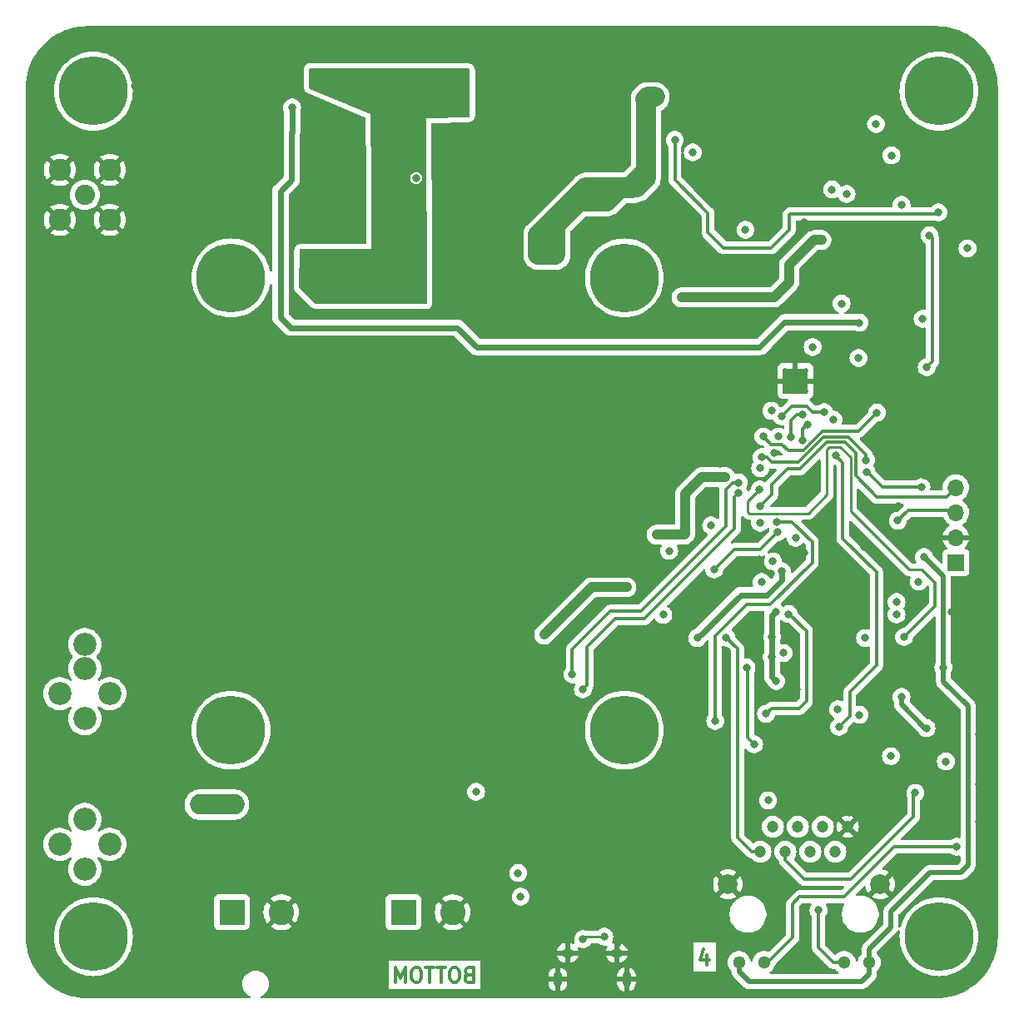
<source format=gbl>
G04 #@! TF.GenerationSoftware,KiCad,Pcbnew,8.0.5-8.0.5-0~ubuntu24.04.1*
G04 #@! TF.CreationDate,2024-10-06T19:53:36+03:00*
G04 #@! TF.ProjectId,TACNPR,5441434e-5052-42e6-9b69-6361645f7063,rev?*
G04 #@! TF.SameCoordinates,Original*
G04 #@! TF.FileFunction,Copper,L4,Bot*
G04 #@! TF.FilePolarity,Positive*
%FSLAX46Y46*%
G04 Gerber Fmt 4.6, Leading zero omitted, Abs format (unit mm)*
G04 Created by KiCad (PCBNEW 8.0.5-8.0.5-0~ubuntu24.04.1) date 2024-10-06 19:53:36*
%MOMM*%
%LPD*%
G01*
G04 APERTURE LIST*
%ADD10C,0.300000*%
G04 #@! TA.AperFunction,NonConductor*
%ADD11C,0.300000*%
G04 #@! TD*
G04 #@! TA.AperFunction,ComponentPad*
%ADD12C,3.900000*%
G04 #@! TD*
G04 #@! TA.AperFunction,ConnectorPad*
%ADD13C,7.000000*%
G04 #@! TD*
G04 #@! TA.AperFunction,ComponentPad*
%ADD14C,2.050000*%
G04 #@! TD*
G04 #@! TA.AperFunction,ComponentPad*
%ADD15C,2.250000*%
G04 #@! TD*
G04 #@! TA.AperFunction,ComponentPad*
%ADD16C,0.500000*%
G04 #@! TD*
G04 #@! TA.AperFunction,SMDPad,CuDef*
%ADD17R,2.600000X2.600000*%
G04 #@! TD*
G04 #@! TA.AperFunction,ComponentPad*
%ADD18R,1.700000X1.700000*%
G04 #@! TD*
G04 #@! TA.AperFunction,ComponentPad*
%ADD19O,1.700000X1.700000*%
G04 #@! TD*
G04 #@! TA.AperFunction,ComponentPad*
%ADD20R,2.600000X2.600000*%
G04 #@! TD*
G04 #@! TA.AperFunction,ComponentPad*
%ADD21C,2.600000*%
G04 #@! TD*
G04 #@! TA.AperFunction,ComponentPad*
%ADD22C,2.350000*%
G04 #@! TD*
G04 #@! TA.AperFunction,ComponentPad*
%ADD23O,0.890000X1.550000*%
G04 #@! TD*
G04 #@! TA.AperFunction,ComponentPad*
%ADD24O,1.250000X0.950000*%
G04 #@! TD*
G04 #@! TA.AperFunction,ComponentPad*
%ADD25C,1.200000*%
G04 #@! TD*
G04 #@! TA.AperFunction,ComponentPad*
%ADD26C,1.300000*%
G04 #@! TD*
G04 #@! TA.AperFunction,ComponentPad*
%ADD27C,2.000000*%
G04 #@! TD*
G04 #@! TA.AperFunction,ComponentPad*
%ADD28O,5.550000X2.100000*%
G04 #@! TD*
G04 #@! TA.AperFunction,ViaPad*
%ADD29C,0.800000*%
G04 #@! TD*
G04 #@! TA.AperFunction,Conductor*
%ADD30C,0.300000*%
G04 #@! TD*
G04 #@! TA.AperFunction,Conductor*
%ADD31C,0.293370*%
G04 #@! TD*
G04 #@! TA.AperFunction,Conductor*
%ADD32C,0.250000*%
G04 #@! TD*
G04 #@! TA.AperFunction,Conductor*
%ADD33C,1.000000*%
G04 #@! TD*
G04 #@! TA.AperFunction,Conductor*
%ADD34C,0.633000*%
G04 #@! TD*
G04 #@! TA.AperFunction,Conductor*
%ADD35C,0.500000*%
G04 #@! TD*
G04 #@! TA.AperFunction,Conductor*
%ADD36C,2.000000*%
G04 #@! TD*
G04 APERTURE END LIST*
D10*
D11*
X134020286Y-133395014D02*
X133806000Y-133466442D01*
X133806000Y-133466442D02*
X133734571Y-133537871D01*
X133734571Y-133537871D02*
X133663143Y-133680728D01*
X133663143Y-133680728D02*
X133663143Y-133895014D01*
X133663143Y-133895014D02*
X133734571Y-134037871D01*
X133734571Y-134037871D02*
X133806000Y-134109300D01*
X133806000Y-134109300D02*
X133948857Y-134180728D01*
X133948857Y-134180728D02*
X134520286Y-134180728D01*
X134520286Y-134180728D02*
X134520286Y-132680728D01*
X134520286Y-132680728D02*
X134020286Y-132680728D01*
X134020286Y-132680728D02*
X133877429Y-132752157D01*
X133877429Y-132752157D02*
X133806000Y-132823585D01*
X133806000Y-132823585D02*
X133734571Y-132966442D01*
X133734571Y-132966442D02*
X133734571Y-133109300D01*
X133734571Y-133109300D02*
X133806000Y-133252157D01*
X133806000Y-133252157D02*
X133877429Y-133323585D01*
X133877429Y-133323585D02*
X134020286Y-133395014D01*
X134020286Y-133395014D02*
X134520286Y-133395014D01*
X132734571Y-132680728D02*
X132448857Y-132680728D01*
X132448857Y-132680728D02*
X132306000Y-132752157D01*
X132306000Y-132752157D02*
X132163143Y-132895014D01*
X132163143Y-132895014D02*
X132091714Y-133180728D01*
X132091714Y-133180728D02*
X132091714Y-133680728D01*
X132091714Y-133680728D02*
X132163143Y-133966442D01*
X132163143Y-133966442D02*
X132306000Y-134109300D01*
X132306000Y-134109300D02*
X132448857Y-134180728D01*
X132448857Y-134180728D02*
X132734571Y-134180728D01*
X132734571Y-134180728D02*
X132877429Y-134109300D01*
X132877429Y-134109300D02*
X133020286Y-133966442D01*
X133020286Y-133966442D02*
X133091714Y-133680728D01*
X133091714Y-133680728D02*
X133091714Y-133180728D01*
X133091714Y-133180728D02*
X133020286Y-132895014D01*
X133020286Y-132895014D02*
X132877429Y-132752157D01*
X132877429Y-132752157D02*
X132734571Y-132680728D01*
X131663142Y-132680728D02*
X130806000Y-132680728D01*
X131234571Y-134180728D02*
X131234571Y-132680728D01*
X130520285Y-132680728D02*
X129663143Y-132680728D01*
X130091714Y-134180728D02*
X130091714Y-132680728D01*
X128877428Y-132680728D02*
X128591714Y-132680728D01*
X128591714Y-132680728D02*
X128448857Y-132752157D01*
X128448857Y-132752157D02*
X128306000Y-132895014D01*
X128306000Y-132895014D02*
X128234571Y-133180728D01*
X128234571Y-133180728D02*
X128234571Y-133680728D01*
X128234571Y-133680728D02*
X128306000Y-133966442D01*
X128306000Y-133966442D02*
X128448857Y-134109300D01*
X128448857Y-134109300D02*
X128591714Y-134180728D01*
X128591714Y-134180728D02*
X128877428Y-134180728D01*
X128877428Y-134180728D02*
X129020286Y-134109300D01*
X129020286Y-134109300D02*
X129163143Y-133966442D01*
X129163143Y-133966442D02*
X129234571Y-133680728D01*
X129234571Y-133680728D02*
X129234571Y-133180728D01*
X129234571Y-133180728D02*
X129163143Y-132895014D01*
X129163143Y-132895014D02*
X129020286Y-132752157D01*
X129020286Y-132752157D02*
X128877428Y-132680728D01*
X127591714Y-134180728D02*
X127591714Y-132680728D01*
X127591714Y-132680728D02*
X127091714Y-133752157D01*
X127091714Y-133752157D02*
X126591714Y-132680728D01*
X126591714Y-132680728D02*
X126591714Y-134180728D01*
D10*
D11*
X158273715Y-131390028D02*
X158273715Y-132390028D01*
X157916572Y-130818600D02*
X157559429Y-131890028D01*
X157559429Y-131890028D02*
X158488000Y-131890028D01*
D12*
X95864000Y-43540000D03*
D13*
X95864000Y-43540000D03*
D12*
X95864000Y-129540000D03*
D13*
X95864000Y-129540000D03*
D12*
X109864000Y-108540000D03*
D13*
X109864000Y-108540000D03*
D12*
X149864000Y-62540000D03*
D13*
X149864000Y-62540000D03*
D12*
X181864000Y-129540000D03*
D13*
X181864000Y-129540000D03*
D12*
X109864000Y-62540000D03*
D13*
X109864000Y-62540000D03*
D12*
X149864000Y-108540000D03*
D13*
X149864000Y-108540000D03*
D14*
X94996000Y-54102000D03*
D15*
X92456000Y-56642000D03*
X97536000Y-56642000D03*
X92456000Y-51562000D03*
X97536000Y-51562000D03*
D16*
X168309000Y-71975000D03*
X166209000Y-71975000D03*
D17*
X167259000Y-73025000D03*
D16*
X168309000Y-74075000D03*
X166209000Y-74075000D03*
D18*
X183591200Y-91490800D03*
D19*
X183591200Y-88950800D03*
X183591200Y-86410800D03*
X183591200Y-83870800D03*
D20*
X109971200Y-127050800D03*
D21*
X114971200Y-127050800D03*
D20*
X127406400Y-127050800D03*
D21*
X132406400Y-127050800D03*
D12*
X181864000Y-43540000D03*
D13*
X181864000Y-43540000D03*
D22*
X94996000Y-122682000D03*
X92456000Y-120142000D03*
X97536000Y-120142000D03*
X94996000Y-117602000D03*
X94996000Y-107362000D03*
X92456000Y-104822000D03*
X97536000Y-104822000D03*
X94996000Y-102282000D03*
X94996000Y-99822000D03*
D23*
X143083400Y-133888000D03*
D24*
X144083400Y-131188000D03*
X149083400Y-131188000D03*
D23*
X150083400Y-133888000D03*
D25*
X163703000Y-120904000D03*
X164973000Y-118364000D03*
X166243000Y-120904000D03*
X167513000Y-118364000D03*
X168783000Y-120904000D03*
X170053000Y-118364000D03*
X171323000Y-120904000D03*
X172593000Y-118364000D03*
D26*
X161523000Y-132154000D03*
X164063000Y-132154000D03*
X172233000Y-132154000D03*
X174773000Y-132154000D03*
D27*
X160403000Y-124204000D03*
X175893000Y-124204000D03*
D28*
X116345000Y-116106200D03*
X108445000Y-116106200D03*
D27*
X120265000Y-134366200D03*
X104515000Y-134356200D03*
D29*
X179857400Y-74041000D03*
X118450360Y-81577180D03*
X107553760Y-71744840D03*
X118488460Y-79011780D03*
X134838440Y-79644240D03*
X146690080Y-77101700D03*
X136083040Y-81363820D03*
X110680500Y-75679300D03*
X110667800Y-74612500D03*
X109639100Y-74612500D03*
X109651800Y-75692000D03*
X109651800Y-76695300D03*
X109651800Y-77787500D03*
X118485920Y-77713840D03*
X118513860Y-80281780D03*
X118470680Y-76454000D03*
X104140000Y-80645000D03*
X104749600Y-72377300D03*
X102260400Y-71462900D03*
X99745800Y-71488300D03*
X110106460Y-70203060D03*
X109336840Y-69946520D03*
X108186220Y-72722740D03*
X110068360Y-72044560D03*
X109131100Y-72704960D03*
X103723440Y-71546720D03*
X112595660Y-82527140D03*
X106603800Y-82189320D03*
X116840000Y-81661000D03*
X118445280Y-73878440D03*
X119283480Y-94335600D03*
X119380000Y-98407220D03*
X119380000Y-101023420D03*
X110337600Y-97828100D03*
X111353600Y-95745300D03*
X111366300Y-96812100D03*
X110337600Y-98920300D03*
X110337600Y-96824800D03*
X110324900Y-95745300D03*
X108574840Y-104140000D03*
X102809040Y-100520500D03*
X119380000Y-102463600D03*
X119367300Y-99689920D03*
X119352060Y-97017840D03*
X110744000Y-83195160D03*
X118485920Y-75148440D03*
X142770860Y-79936340D03*
X143837660Y-79923640D03*
X143837660Y-78894940D03*
X142758160Y-78907640D03*
X141754860Y-78907640D03*
X140662660Y-78907640D03*
X142570200Y-83708240D03*
X108450380Y-69933820D03*
X107553760Y-69961760D03*
X107284520Y-72623680D03*
X117805200Y-102616000D03*
X113088420Y-103733600D03*
X115163600Y-95859600D03*
X141165580Y-72326500D03*
X114167920Y-75697080D03*
X119349520Y-95697040D03*
X110998000Y-104013000D03*
X110060740Y-71048880D03*
X146685000Y-79992220D03*
X147584160Y-80002380D03*
X145755360Y-79982060D03*
X145669000Y-77089000D03*
X147647660Y-77122020D03*
X139700000Y-96113600D03*
X118450360Y-72339200D03*
X142575280Y-84546440D03*
X137414000Y-96118680D03*
X135001000Y-96123760D03*
X101000560Y-71465440D03*
X144399000Y-43053000D03*
X147320000Y-71120000D03*
X147317460Y-73652380D03*
X108158280Y-91909900D03*
X108158280Y-92900500D03*
X108145580Y-93957140D03*
X108899960Y-91394280D03*
X109824520Y-91394280D03*
X110736380Y-91384120D03*
X108999020Y-94307660D03*
X109943900Y-94317820D03*
X111594900Y-91721940D03*
X111627920Y-92710000D03*
X111615220Y-93621860D03*
X110876080Y-94317820D03*
X115570000Y-82042000D03*
X113855500Y-88392000D03*
X107061000Y-88138000D03*
X108077000Y-83185000D03*
X105507000Y-80751000D03*
X116586000Y-74930000D03*
X115125500Y-73723500D03*
X117475000Y-73088500D03*
X115112800Y-37896800D03*
X115112800Y-38912800D03*
X115112800Y-39928800D03*
X152654000Y-40690800D03*
X169799000Y-101854000D03*
X125476000Y-70104000D03*
X140157200Y-40995600D03*
X163042600Y-38785800D03*
X122910600Y-111810800D03*
X123875800Y-111810800D03*
X125603000Y-100965000D03*
X125603000Y-98298000D03*
X166814500Y-73723500D03*
X166814500Y-72263000D03*
X167703500Y-73723500D03*
X167703500Y-72263000D03*
X165227000Y-70993000D03*
X169227500Y-70993000D03*
X169240200Y-74980800D03*
X163626800Y-37846000D03*
X163017200Y-39852600D03*
X163042600Y-41935400D03*
X163195000Y-44018200D03*
X165176200Y-44323000D03*
X164134800Y-44323000D03*
X163042600Y-42976800D03*
X166217600Y-44323000D03*
X167284400Y-44145200D03*
X164617400Y-37795200D03*
X165608000Y-37769800D03*
X121920000Y-38100000D03*
X124460000Y-38100000D03*
X127000000Y-38100000D03*
X129540000Y-38100000D03*
X132080000Y-38100000D03*
X134620000Y-38100000D03*
X137160000Y-38100000D03*
X143256000Y-43078400D03*
X128270000Y-38100000D03*
X123190000Y-38100000D03*
X120650000Y-38100000D03*
X133350000Y-38100000D03*
X135890000Y-38100000D03*
X130810000Y-38100000D03*
X138366500Y-38100000D03*
X125730000Y-38100000D03*
X132842000Y-70091300D03*
X143129000Y-38100000D03*
X108153200Y-37846000D03*
X106883200Y-37846000D03*
X116382800Y-37896800D03*
X160020000Y-38862000D03*
X160655000Y-37846000D03*
X159512000Y-37846000D03*
X171653200Y-38150800D03*
X176733200Y-38150800D03*
X174193200Y-38150800D03*
X124968000Y-72390000D03*
X166573200Y-37795200D03*
X90170000Y-56896000D03*
X90170000Y-102616000D03*
X116382800Y-38912800D03*
X151765000Y-37973000D03*
X92405200Y-54102000D03*
X90170000Y-46736000D03*
X90170000Y-61976000D03*
X90170000Y-64516000D03*
X90170000Y-67056000D03*
X90170000Y-69596000D03*
X90170000Y-72136000D03*
X90170000Y-74676000D03*
X90220800Y-79298800D03*
X90424000Y-83566000D03*
X90170000Y-90678000D03*
X90170000Y-92456000D03*
X90170000Y-107696000D03*
X90170000Y-110236000D03*
X90170000Y-112776000D03*
X90170000Y-115316000D03*
X90170000Y-117856000D03*
X90170000Y-120396000D03*
X90170000Y-122936000D03*
X90170000Y-125476000D03*
X90170000Y-127762000D03*
X90170000Y-94996000D03*
X90170000Y-97536000D03*
X99314000Y-86868000D03*
X90170000Y-105156000D03*
X99822000Y-134112000D03*
X116382800Y-39928800D03*
X116829200Y-128524000D03*
X116956200Y-125349000D03*
X139446000Y-120523000D03*
X131114800Y-107391200D03*
X138277600Y-112877600D03*
X133146800Y-102006400D03*
X125603000Y-103251000D03*
X98552000Y-84836000D03*
X176276000Y-134112000D03*
X186385200Y-59436000D03*
X185928000Y-51816000D03*
X186385200Y-56896000D03*
X185928000Y-46736000D03*
X185928000Y-54356000D03*
X185928000Y-49276000D03*
X185928000Y-108966000D03*
X185928000Y-117856000D03*
X185928000Y-123176000D03*
X185420000Y-125730000D03*
X141249400Y-120573800D03*
X158242000Y-114808000D03*
X97282000Y-72136000D03*
X136144000Y-134061200D03*
X142138400Y-128371600D03*
X151765000Y-133858000D03*
X123875800Y-108153200D03*
X121869200Y-108153200D03*
X122910600Y-108153200D03*
X120929400Y-108813600D03*
X120929400Y-109982000D03*
X120929400Y-111226600D03*
X149321520Y-113441480D03*
X149733000Y-127635000D03*
X129895600Y-117703600D03*
X153365200Y-98323400D03*
X153512000Y-115726000D03*
X141859000Y-121285000D03*
X149225000Y-130175000D03*
X134975600Y-88544400D03*
X130048000Y-93599000D03*
X130048000Y-91948000D03*
X129286000Y-101854000D03*
X125603000Y-95631000D03*
X137668000Y-130048000D03*
X131572000Y-70104000D03*
X121208800Y-39547800D03*
X130073400Y-82626200D03*
X130073400Y-80086200D03*
X130073400Y-77546200D03*
X130073400Y-85166200D03*
X144907000Y-67691000D03*
X98668840Y-111231680D03*
X102489000Y-67818000D03*
X99060000Y-65278000D03*
X102489000Y-62865000D03*
X90170000Y-100012500D03*
X143205200Y-128016000D03*
X138303000Y-126746000D03*
X140779500Y-38100000D03*
X139573000Y-38100000D03*
X141986000Y-38100000D03*
X135636000Y-66294000D03*
X185928000Y-114046000D03*
X132854700Y-65608200D03*
X135191500Y-67246500D03*
X137160000Y-122555000D03*
X138938000Y-121539000D03*
X154279600Y-106730800D03*
X142036800Y-96113600D03*
X143408400Y-102209600D03*
X94234000Y-58991500D03*
X99314000Y-58991500D03*
X94234000Y-49085500D03*
X96710500Y-58991500D03*
X105003600Y-44958000D03*
X163017200Y-40868600D03*
X167690800Y-38887400D03*
X167716200Y-40005000D03*
X167741600Y-42087800D03*
X167741600Y-43129200D03*
X167716200Y-41021000D03*
X167386000Y-38074600D03*
X102692200Y-37795200D03*
X101701600Y-37820600D03*
X100101400Y-39878000D03*
X100126800Y-43002200D03*
X104825800Y-43154600D03*
X104800400Y-40030400D03*
X100101400Y-40894000D03*
X104775000Y-38912800D03*
X103301800Y-44348400D03*
X104368600Y-44170600D03*
X104800400Y-41046400D03*
X100279200Y-44043600D03*
X100126800Y-38811200D03*
X101219000Y-44348400D03*
X102260400Y-44348400D03*
X103657400Y-37820600D03*
X100126800Y-41960800D03*
X100711000Y-37871400D03*
X104470200Y-38100000D03*
X104825800Y-42113200D03*
X161747200Y-37846000D03*
X161163000Y-38862000D03*
X101600000Y-58674000D03*
X103378000Y-58674000D03*
X105156000Y-58674000D03*
X106934000Y-58674000D03*
X112522000Y-58293000D03*
X116408200Y-57912000D03*
X135064500Y-59100720D03*
X134874000Y-48006000D03*
X136906000Y-48006000D03*
X132588000Y-48006000D03*
X138938000Y-48006000D03*
X151511000Y-58039000D03*
X134874000Y-60198000D03*
X108712000Y-57912000D03*
X110744000Y-57912000D03*
X105156000Y-61061600D03*
X104902000Y-62484000D03*
X153162000Y-58674000D03*
X134874000Y-58166000D03*
X148590000Y-58039000D03*
X149987000Y-57975500D03*
X185962000Y-104326000D03*
X139192000Y-66802000D03*
X144399000Y-64135000D03*
X131826000Y-65595500D03*
X133807200Y-65608200D03*
X146939000Y-66802000D03*
X104190800Y-59690000D03*
X145415000Y-38100000D03*
X144272000Y-38100000D03*
X145415000Y-40259000D03*
X155257500Y-39687500D03*
X154686000Y-38862000D03*
X154051000Y-39687500D03*
X155257500Y-37909500D03*
X154178000Y-37909500D03*
X154686000Y-40640000D03*
X153035000Y-37973000D03*
X151765000Y-38989000D03*
X152908000Y-39522400D03*
X151765000Y-40005000D03*
X143129000Y-39370000D03*
X141986000Y-39370000D03*
X144272000Y-39370000D03*
X113982500Y-39560500D03*
X113411000Y-38735000D03*
X112776000Y-39560500D03*
X113982500Y-37782500D03*
X112903000Y-37782500D03*
X113411000Y-40513000D03*
X147383500Y-39687500D03*
X146812000Y-38862000D03*
X146177000Y-39687500D03*
X147383500Y-37909500D03*
X146304000Y-37909500D03*
X146812000Y-40640000D03*
X148336000Y-49022000D03*
X155194000Y-42545000D03*
X155194000Y-43688000D03*
X160655000Y-43434000D03*
X160655000Y-42291000D03*
X160655000Y-41148000D03*
X160655000Y-40005000D03*
X175463200Y-38150800D03*
X172872400Y-38150800D03*
X170332400Y-38150800D03*
X168859200Y-38150800D03*
X178003200Y-38150800D03*
X179324000Y-38150800D03*
X180644800Y-38150800D03*
X182067200Y-38150800D03*
X183642000Y-38506400D03*
X184962800Y-39319200D03*
X185928000Y-40386000D03*
X186588400Y-41757600D03*
X186791600Y-43434000D03*
X186740800Y-45161200D03*
X90170000Y-43383200D03*
X93319600Y-38455600D03*
X91033600Y-40335200D03*
X90220800Y-45110400D03*
X91998800Y-39268400D03*
X96316800Y-38100000D03*
X90373200Y-41706800D03*
X94894400Y-38100000D03*
X97637600Y-38100000D03*
X98958400Y-38100000D03*
X98602800Y-39370000D03*
X93980000Y-47752000D03*
X99364800Y-47040800D03*
X100279200Y-45720000D03*
X100685600Y-47294800D03*
X105765600Y-37846000D03*
X105765600Y-39116000D03*
X91795600Y-60655200D03*
X91541600Y-73456800D03*
X105816400Y-59740800D03*
X102463600Y-59690000D03*
X100533200Y-59690000D03*
X105968800Y-65633600D03*
X106934000Y-66598800D03*
X112877600Y-66497200D03*
X148894800Y-83870800D03*
X140208000Y-45212000D03*
X122580400Y-40005000D03*
X143256000Y-42113200D03*
X143256000Y-43992800D03*
X169646600Y-68440300D03*
X178562000Y-39624000D03*
X177546000Y-40894000D03*
X177292000Y-39370000D03*
X179324000Y-59944000D03*
X131064000Y-58928000D03*
X133350000Y-60198000D03*
X173609000Y-65659000D03*
X154749500Y-82461100D03*
X161229040Y-76154280D03*
X154724100Y-80352900D03*
X154419300Y-74282300D03*
X156006800Y-71526400D03*
X155803600Y-68122800D03*
X154825700Y-78181200D03*
X161493200Y-79146400D03*
X158394400Y-75285600D03*
X156972000Y-68072000D03*
X170078400Y-64046100D03*
X170129200Y-62852300D03*
X168808400Y-57404000D03*
X168910000Y-61976000D03*
X160528000Y-67812920D03*
X161721800Y-53517800D03*
X164350700Y-57315100D03*
X164198300Y-58343800D03*
X164160200Y-60706000D03*
X160832800Y-54584600D03*
X145288000Y-124841000D03*
X134239000Y-117475000D03*
X140487400Y-115417600D03*
X152146000Y-118770400D03*
X175107600Y-73101200D03*
X172618400Y-76860400D03*
X165354000Y-70104000D03*
X156991050Y-124288550D03*
X151892000Y-55689500D03*
X151511000Y-56896000D03*
X145034000Y-58166000D03*
X146177000Y-58166000D03*
X147320000Y-58166000D03*
X145034000Y-59436000D03*
X153797000Y-60071000D03*
X144907000Y-60706000D03*
X141986000Y-65405000D03*
X101346000Y-124587000D03*
X97917000Y-124714000D03*
X173228000Y-63881000D03*
X159922000Y-113396000D03*
X179514500Y-63817500D03*
X159689800Y-49911000D03*
X156362400Y-107746800D03*
X153365200Y-105206800D03*
X156845000Y-110871000D03*
X173482000Y-58801000D03*
X116586000Y-40894000D03*
X105219500Y-49784000D03*
X103632000Y-49212500D03*
X106362500Y-49784000D03*
X107632500Y-49720500D03*
X106426000Y-51816000D03*
X105689400Y-48691800D03*
X107762040Y-45974000D03*
X113030000Y-43942000D03*
X114300000Y-45212000D03*
X113030000Y-45212000D03*
X117602000Y-49530000D03*
X117602000Y-50546000D03*
X114808000Y-50546000D03*
X114808000Y-49530000D03*
X161925000Y-66675000D03*
X158851600Y-62230000D03*
X163576000Y-61976000D03*
X160782000Y-66294000D03*
X134620000Y-52324000D03*
X147574000Y-50038000D03*
X148590000Y-50038000D03*
X146748500Y-48704500D03*
X145669000Y-48641000D03*
X144081500Y-48895000D03*
X149669500Y-50800000D03*
X156337000Y-55854600D03*
X153225500Y-56642000D03*
X155194000Y-56642000D03*
X141160500Y-48006000D03*
X142621000Y-48895000D03*
X132740400Y-52324000D03*
X136347200Y-52324000D03*
X139509500Y-52324000D03*
X164744400Y-49479200D03*
X159131000Y-48793400D03*
X162001200Y-54660800D03*
X158851600Y-49758600D03*
X154813000Y-57937400D03*
X156667200Y-62661800D03*
X154660600Y-61264800D03*
X156413200Y-56692800D03*
X161747200Y-52412900D03*
X169113200Y-49834800D03*
X99441000Y-89281000D03*
X130860800Y-54508400D03*
X100332540Y-57769760D03*
X140652500Y-52959000D03*
X147701000Y-56959500D03*
X149288500Y-56959500D03*
X136446260Y-57523380D03*
X142240000Y-131318000D03*
X164719000Y-65913000D03*
X146494500Y-56959500D03*
X149352000Y-48387000D03*
X141541500Y-53911500D03*
X134810500Y-65595500D03*
X99885500Y-49657000D03*
X101219000Y-49085500D03*
X102425500Y-49022000D03*
X150825200Y-55727600D03*
X149809200Y-56134000D03*
X150469600Y-56896000D03*
X156667200Y-51663600D03*
X141732000Y-133858000D03*
X150876000Y-131064000D03*
X150876000Y-132080000D03*
X168148000Y-61722000D03*
X168910000Y-60960000D03*
X168148000Y-56896000D03*
X164592000Y-61722000D03*
X169519600Y-52578000D03*
X165354000Y-56388000D03*
X169418000Y-54610000D03*
X124968000Y-75184000D03*
X124968000Y-77470000D03*
X130556000Y-69342000D03*
X130810000Y-65595500D03*
X132842000Y-71374000D03*
X131826000Y-71374000D03*
X129032000Y-73406000D03*
X153670000Y-134112000D03*
X159512000Y-134112000D03*
X157480000Y-87376000D03*
X167386000Y-104394000D03*
X162941000Y-118872000D03*
X168910000Y-83464400D03*
X168910000Y-82397600D03*
X167792400Y-83413600D03*
X166674800Y-83413600D03*
X166674800Y-84480400D03*
X170434000Y-99060000D03*
X176530000Y-104394000D03*
X184150000Y-94234000D03*
X177546000Y-93472000D03*
X183134000Y-96520000D03*
X179578000Y-100330000D03*
X180492400Y-77825600D03*
X181508400Y-81534000D03*
X185978800Y-80924400D03*
X177732000Y-85776000D03*
X177546000Y-82296000D03*
X168910000Y-84480400D03*
X170637200Y-86207600D03*
X163576000Y-91186000D03*
X152908000Y-87249000D03*
X154432000Y-86614000D03*
X179451000Y-94742000D03*
X184922000Y-103686000D03*
X159512000Y-109093000D03*
X171577000Y-100330000D03*
X114198400Y-135331200D03*
X124409200Y-113182400D03*
X102489000Y-91313000D03*
X115417600Y-134112000D03*
X124182000Y-66326000D03*
X173982000Y-110776000D03*
X178765200Y-67208400D03*
X98348800Y-134416800D03*
X180782000Y-117376000D03*
X156108400Y-80162400D03*
X128676400Y-130454400D03*
X171582000Y-44876000D03*
X126085600Y-130454400D03*
X164782000Y-92576000D03*
X115417600Y-117906800D03*
X171672000Y-117096000D03*
X175514000Y-52832000D03*
X109423200Y-133731000D03*
X137210800Y-123520200D03*
X165049200Y-129387600D03*
X168300400Y-128320800D03*
X177038000Y-131978400D03*
X158597600Y-85140800D03*
X117602000Y-117906800D03*
X100457000Y-91313000D03*
X123799600Y-130048000D03*
X184658000Y-100584000D03*
X99441000Y-94361000D03*
X174955200Y-44500800D03*
X140665200Y-103428800D03*
X136245600Y-111760000D03*
X114427000Y-121285000D03*
X117932000Y-57826000D03*
X103276400Y-135382000D03*
X165404800Y-127660400D03*
X176282000Y-115776000D03*
X109093000Y-84582000D03*
X179882800Y-73202800D03*
X118338600Y-110896400D03*
X104394000Y-107950000D03*
X92430600Y-133451600D03*
X149932000Y-68326000D03*
X94513400Y-134264400D03*
X138379200Y-89712800D03*
X175107600Y-50190400D03*
X186172000Y-100126000D03*
X113080800Y-125425200D03*
X137871200Y-52324000D03*
X121682000Y-58576000D03*
X123063000Y-133045200D03*
X129895600Y-39065200D03*
X116432000Y-66076000D03*
X122182000Y-56826000D03*
X185623200Y-88950800D03*
X156112000Y-103256000D03*
X176428400Y-44500800D03*
X170972000Y-115106000D03*
X141478000Y-88392000D03*
X121767600Y-135280400D03*
X158182000Y-118126000D03*
X161925000Y-88976200D03*
X138277600Y-100482400D03*
X164182000Y-104576000D03*
X165150800Y-80365600D03*
X119182000Y-68826000D03*
X166782000Y-113776000D03*
X117602000Y-114300000D03*
X99568000Y-99441000D03*
X169182000Y-94076000D03*
X158496000Y-109601000D03*
X143510000Y-118465600D03*
X178562000Y-89154000D03*
X172212000Y-112141000D03*
X103428800Y-133045200D03*
X91160600Y-131800600D03*
X123850400Y-123494800D03*
X167182000Y-111176000D03*
X119583200Y-114858800D03*
X149932000Y-70826000D03*
X119182000Y-66326000D03*
X154932000Y-76226000D03*
X162814000Y-130352800D03*
X158877000Y-93726000D03*
X99949000Y-96393000D03*
X119786400Y-116027200D03*
X134899400Y-77287121D03*
X180390800Y-82651600D03*
X135940800Y-107950000D03*
X168300400Y-96316800D03*
X118668800Y-135128000D03*
X174142400Y-94183200D03*
X176722000Y-117676000D03*
X118618000Y-133400800D03*
X138277600Y-102870000D03*
X116932000Y-112201000D03*
X120904000Y-49987200D03*
X91541600Y-68326000D03*
X105714800Y-46431200D03*
X118618000Y-117906800D03*
X122123200Y-50546000D03*
X105283000Y-111633000D03*
X124612400Y-134086600D03*
X173736000Y-117348000D03*
X115417600Y-114300000D03*
X98806000Y-96393000D03*
X169672000Y-112141000D03*
X130719200Y-125120400D03*
X134122800Y-125171200D03*
X158775400Y-50800000D03*
X113233200Y-128676400D03*
X178882000Y-121576000D03*
X140868400Y-96113600D03*
X182082000Y-121576000D03*
X136855200Y-109220000D03*
X122961400Y-57429400D03*
X133654800Y-70764400D03*
X152146000Y-122631200D03*
X99695000Y-85852000D03*
X176212000Y-118626000D03*
X131826000Y-60198000D03*
X120345200Y-45974000D03*
X147574000Y-104038400D03*
X184682000Y-124776000D03*
X118872000Y-49987200D03*
X105791000Y-105410000D03*
X185521600Y-75184000D03*
X175382000Y-110576000D03*
X172847000Y-98171000D03*
X123182000Y-55826000D03*
X171043600Y-87020400D03*
X124256800Y-106426000D03*
X167538400Y-131318000D03*
X121335800Y-55905400D03*
X123190000Y-52781200D03*
X99441000Y-93345000D03*
X101473000Y-91313000D03*
X99441000Y-92329000D03*
X167843200Y-84480400D03*
X160882000Y-48976000D03*
X122732800Y-58318400D03*
X159482000Y-116336000D03*
X169782000Y-94576000D03*
X165303200Y-125780800D03*
X123190000Y-134772400D03*
X102819200Y-134366000D03*
X157742000Y-120236000D03*
X159258000Y-44602400D03*
X160274000Y-102997000D03*
X121158000Y-57429400D03*
X130668400Y-128625600D03*
X154305000Y-98323400D03*
X136347200Y-54051200D03*
X172847000Y-101092000D03*
X116509800Y-114300000D03*
X152192000Y-103106000D03*
X121818400Y-111760000D03*
X121056400Y-132740400D03*
X121412000Y-127304800D03*
X171145200Y-129184400D03*
X153644600Y-91948000D03*
X114198400Y-132791200D03*
X107238800Y-133731000D03*
X149582000Y-98476000D03*
X128676400Y-52374800D03*
X174244000Y-89916000D03*
X124460000Y-38912800D03*
X119684800Y-132435600D03*
X172692000Y-116936000D03*
X185521600Y-77673200D03*
X99441000Y-95504000D03*
X110490000Y-87757000D03*
X99466400Y-116205000D03*
X118973600Y-45885100D03*
X119710200Y-58039000D03*
X139903200Y-88392000D03*
X128270000Y-38912800D03*
X180086000Y-87503000D03*
X180882000Y-109876000D03*
X145389600Y-117754400D03*
X181182000Y-88376000D03*
X172212000Y-113792000D03*
X96469200Y-134442200D03*
X138531600Y-96113600D03*
X106070400Y-135331200D03*
X126288800Y-39217600D03*
X168182000Y-90476000D03*
X101371400Y-116205000D03*
X160182000Y-103976000D03*
X171145200Y-113792000D03*
X163703000Y-108712000D03*
X124714000Y-120954800D03*
X158369000Y-95377000D03*
X114325400Y-117906800D03*
X144830800Y-107645200D03*
X119888000Y-49987200D03*
X107563920Y-70815200D03*
X102235000Y-96393000D03*
X102235000Y-79375000D03*
X114325400Y-114300000D03*
X99441000Y-91313000D03*
X177038000Y-53848000D03*
X117652800Y-45885100D03*
X101092000Y-96393000D03*
X144322800Y-89052400D03*
X123190000Y-54254400D03*
X117246400Y-134112000D03*
X119583200Y-117297200D03*
X173582000Y-112776000D03*
X118618000Y-114300000D03*
X152222000Y-104346000D03*
X90449400Y-129870200D03*
X136093200Y-96113600D03*
X100203000Y-88011000D03*
X174782000Y-111176000D03*
X173282000Y-119676000D03*
X160274000Y-100482400D03*
X159607000Y-81451000D03*
X116509800Y-117906800D03*
X134173600Y-128625600D03*
X123088400Y-51409600D03*
X161732000Y-77651000D03*
X122377200Y-39116000D03*
X177546000Y-122428000D03*
X177546000Y-96774000D03*
X154432000Y-90297000D03*
X179800250Y-93440250D03*
X164982000Y-91376000D03*
X165481000Y-88392004D03*
X159004000Y-92202000D03*
X174345600Y-99161600D03*
X165522000Y-78686000D03*
X163830000Y-93472000D03*
X145643600Y-104394000D03*
X161493200Y-84429600D03*
X144576800Y-102870000D03*
X161512000Y-83346000D03*
X171142399Y-76962667D03*
X169011600Y-69570600D03*
X165862000Y-76606400D03*
X170179992Y-76200000D03*
X168011415Y-79079785D03*
X168503600Y-77419200D03*
X168005185Y-76441500D03*
X166827200Y-78740000D03*
X164012000Y-78676000D03*
X175564800Y-76250800D03*
X163682000Y-81901000D03*
X177546000Y-95504000D03*
X174498000Y-82296000D03*
X180086000Y-83820000D03*
X163672000Y-87436000D03*
X177673000Y-87226000D03*
X163703000Y-85725000D03*
X178308000Y-99060000D03*
X163626800Y-84074000D03*
X147828000Y-129540000D03*
X145668998Y-129794000D03*
X139065000Y-123063000D03*
X165354000Y-87325200D03*
X159105600Y-107594400D03*
X139319000Y-125476000D03*
X171704000Y-108204002D03*
X171348400Y-80619600D03*
X134785400Y-114808000D03*
X153822400Y-96799400D03*
X150088600Y-94005400D03*
X141732000Y-98805998D03*
X162179000Y-57658000D03*
X156819600Y-49784000D03*
X164825680Y-76042520D03*
X171957994Y-65151000D03*
X180187600Y-66700400D03*
X173685200Y-70675500D03*
X178054000Y-55118000D03*
X184759600Y-59537600D03*
X175461300Y-46890300D03*
X169926000Y-58674000D03*
X170992800Y-53543200D03*
X155702000Y-64516000D03*
X180898800Y-58216800D03*
X180619400Y-71628000D03*
X177038000Y-50088800D03*
X172466000Y-53998500D03*
X164896800Y-99047000D03*
X171577000Y-106426000D03*
X173782000Y-106976000D03*
X165303200Y-103530400D03*
X164846000Y-101092000D03*
X165252400Y-96520000D03*
X163067992Y-109982000D03*
X162292000Y-102146000D03*
X157282000Y-99176000D03*
X182321200Y-102158800D03*
X165882000Y-92376000D03*
X180340000Y-90932000D03*
X153162000Y-88646000D03*
X160147000Y-82804000D03*
X174447200Y-81076800D03*
X163830000Y-80772000D03*
X141097000Y-60198000D03*
X141986000Y-60198000D03*
X142875000Y-60198000D03*
X141097000Y-58166000D03*
X141986000Y-58166000D03*
X142875000Y-58166000D03*
X152082500Y-43878500D03*
X152082500Y-44767500D03*
X152908000Y-44767500D03*
X141986000Y-59182000D03*
X142875000Y-59182000D03*
X152971500Y-43878500D03*
X141046200Y-59207400D03*
X119100600Y-62039500D03*
X120307100Y-62039500D03*
X120307100Y-63055500D03*
X119100600Y-63055500D03*
X117932200Y-62039500D03*
X117932200Y-63055500D03*
X121526300Y-62014100D03*
X121526300Y-63030100D03*
X117932200Y-60972700D03*
X119100600Y-60972700D03*
X120307100Y-60972700D03*
X121526300Y-60947300D03*
X122580400Y-43281600D03*
X126288800Y-43332400D03*
X126441200Y-45161200D03*
X124383800Y-44424600D03*
X121539000Y-64135000D03*
X118364000Y-41757600D03*
X133096000Y-45516800D03*
X129133600Y-45516800D03*
X119532400Y-42976800D03*
X119380000Y-41910000D03*
X127863600Y-45161200D03*
X123037600Y-44399200D03*
X127127000Y-44475400D03*
X118618000Y-42672000D03*
X120294400Y-64109600D03*
X131826000Y-45516800D03*
X125730000Y-44450000D03*
X125069600Y-45161200D03*
X123748800Y-45110400D03*
X119100600Y-64109600D03*
X130048000Y-45516800D03*
X180594000Y-108331000D03*
X178054010Y-105156000D03*
X164482000Y-115676000D03*
X173786800Y-67106800D03*
X116078000Y-45212000D03*
X179452000Y-114916000D03*
X160232000Y-99106000D03*
X183642000Y-120396000D03*
X182562000Y-111726000D03*
X169621200Y-126847600D03*
X181813200Y-55880000D03*
X155003000Y-48514000D03*
X167282000Y-88976000D03*
X158686500Y-87693500D03*
X166573200Y-96723200D03*
X164282000Y-106876000D03*
X176982000Y-111176000D03*
X166065200Y-100685600D03*
D30*
X180619400Y-71628000D02*
X181203600Y-71043800D01*
X181203600Y-58521600D02*
X180898800Y-58216800D01*
X181203600Y-71043800D02*
X181203600Y-58521600D01*
X159004000Y-92202000D02*
X161036000Y-90170000D01*
X161036000Y-90170000D02*
X163703004Y-90170000D01*
X163703004Y-90170000D02*
X165481000Y-88392004D01*
X151895707Y-97222720D02*
X161086800Y-88031627D01*
X148903280Y-97222720D02*
X151895707Y-97222720D01*
X161086800Y-84836000D02*
X161493200Y-84429600D01*
X146050000Y-103987600D02*
X146050000Y-100076000D01*
X161086800Y-88031627D02*
X161086800Y-84836000D01*
X146050000Y-100076000D02*
X148903280Y-97222720D01*
X145643600Y-104394000D02*
X146050000Y-103987600D01*
X160172400Y-87807800D02*
X151536400Y-96443800D01*
X144576800Y-100330000D02*
X144576800Y-102870000D01*
X148463000Y-96443800D02*
X144576800Y-100330000D01*
X160172400Y-84074000D02*
X160172400Y-87807800D01*
X160900400Y-83346000D02*
X160172400Y-84074000D01*
X151536400Y-96443800D02*
X148463000Y-96443800D01*
X161512000Y-83346000D02*
X160900400Y-83346000D01*
X166903400Y-75565000D02*
X168392715Y-75565000D01*
X169027715Y-76200000D02*
X170179992Y-76200000D01*
X165862000Y-76606400D02*
X166903400Y-75565000D01*
X168392715Y-75565000D02*
X169027715Y-76200000D01*
X168011415Y-77911385D02*
X168503600Y-77419200D01*
X168011415Y-79079785D02*
X168011415Y-77911385D01*
X166827200Y-76998642D02*
X167384342Y-76441500D01*
X166827200Y-78740000D02*
X166827200Y-76998642D01*
X167384342Y-76441500D02*
X168005185Y-76441500D01*
X173685200Y-78130400D02*
X175564800Y-76250800D01*
X168101972Y-80060800D02*
X170032372Y-78130400D01*
X164787200Y-79451200D02*
X165912800Y-79451200D01*
X166522400Y-80060800D02*
X168101972Y-80060800D01*
X164012000Y-78676000D02*
X164787200Y-79451200D01*
X165912800Y-79451200D02*
X166522400Y-80060800D01*
X170032372Y-78130400D02*
X173685200Y-78130400D01*
X174625000Y-82296000D02*
X176149000Y-83820000D01*
X174498000Y-82296000D02*
X174625000Y-82296000D01*
X176149000Y-83820000D02*
X180086000Y-83820000D01*
X183337200Y-86156800D02*
X183591200Y-86410800D01*
X178742200Y-86156800D02*
X183337200Y-86156800D01*
X177673000Y-87226000D02*
X178742200Y-86156800D01*
X164846000Y-84582000D02*
X163703000Y-85725000D01*
X164846000Y-83566000D02*
X164846000Y-84582000D01*
X170422204Y-79259796D02*
X167729111Y-81952889D01*
X172274596Y-79259796D02*
X170422204Y-79259796D01*
X173368605Y-80353805D02*
X172274596Y-79259796D01*
X182613511Y-84848489D02*
X175551889Y-84848489D01*
X173368605Y-82665205D02*
X173368605Y-80353805D01*
X183591200Y-83870800D02*
X182613511Y-84848489D01*
X166459111Y-81952889D02*
X164846000Y-83566000D01*
X175551889Y-84848489D02*
X173368605Y-82665205D01*
X167729111Y-81952889D02*
X166459111Y-81952889D01*
X181482000Y-93598000D02*
X181483000Y-93599000D01*
X181482000Y-93576000D02*
X181482000Y-93598000D01*
D31*
X171831000Y-79756000D02*
X170688000Y-79756000D01*
X168579800Y-86487000D02*
X162560000Y-86487000D01*
X170484800Y-84582000D02*
X168579800Y-86487000D01*
X180119795Y-92213795D02*
X178827795Y-92213795D01*
D30*
X181483000Y-95885000D02*
X178308000Y-99060000D01*
D31*
X162433000Y-85267800D02*
X163626800Y-84074000D01*
X170484800Y-79959200D02*
X170484800Y-84582000D01*
X162433000Y-86360000D02*
X162433000Y-85267800D01*
D30*
X181483000Y-93599000D02*
X181483000Y-95885000D01*
D31*
X181482000Y-93576000D02*
X180119795Y-92213795D01*
X172872400Y-80797400D02*
X171831000Y-79756000D01*
X170688000Y-79756000D02*
X170484800Y-79959200D01*
X172872400Y-86258400D02*
X172872400Y-80797400D01*
X162560000Y-86487000D02*
X162433000Y-86360000D01*
X178827795Y-92213795D02*
X172872400Y-86258400D01*
D32*
X147828000Y-129540000D02*
X145922998Y-129540000D01*
D30*
X166931200Y-87325200D02*
X165354000Y-87325200D01*
X168982000Y-91476000D02*
X168982000Y-89376000D01*
X159105600Y-107594400D02*
X159105600Y-98958400D01*
X164700000Y-95758000D02*
X168982000Y-91476000D01*
X162306000Y-95758000D02*
X164700000Y-95758000D01*
X159105600Y-98958400D02*
X162306000Y-95758000D01*
X168982000Y-89376000D02*
X166931200Y-87325200D01*
X171348400Y-80619600D02*
X172085000Y-81356200D01*
X175514000Y-101944000D02*
X172782000Y-104676000D01*
X175514000Y-92456000D02*
X175514000Y-101944000D01*
X172782000Y-104676000D02*
X172782000Y-107126002D01*
X172085000Y-89027000D02*
X175514000Y-92456000D01*
X172085000Y-81356200D02*
X172085000Y-89027000D01*
X172782000Y-107126002D02*
X171704000Y-108204002D01*
D33*
X146532598Y-94005400D02*
X141732000Y-98805998D01*
X150088600Y-94005400D02*
X146532598Y-94005400D01*
X166624000Y-61214000D02*
X169164000Y-58674000D01*
X169164000Y-58674000D02*
X169926000Y-58674000D01*
X155702000Y-64516000D02*
X165100000Y-64516000D01*
X166624000Y-62992000D02*
X166624000Y-61214000D01*
X165100000Y-64516000D02*
X166624000Y-62992000D01*
D34*
X165303200Y-103530400D02*
X164896800Y-103124000D01*
X164896800Y-99047000D02*
X164896800Y-96875600D01*
X164896800Y-103124000D02*
X164896800Y-99047000D01*
X164896800Y-96875600D02*
X165252400Y-96520000D01*
D30*
X162407600Y-109321608D02*
X163067992Y-109982000D01*
X162292000Y-102146000D02*
X162407600Y-102261600D01*
X162407600Y-102261600D02*
X162407600Y-109321608D01*
D35*
X173990000Y-134112000D02*
X174773000Y-133329000D01*
X161523000Y-132154000D02*
X161523000Y-133073238D01*
X184082000Y-122976000D02*
X184810400Y-122247600D01*
X161523000Y-133073238D02*
X162561762Y-134112000D01*
X182284489Y-102122089D02*
X182321200Y-102158800D01*
X184810400Y-122247600D02*
X184810400Y-106070400D01*
X182284489Y-92876489D02*
X182284489Y-102122089D01*
X176982000Y-126976000D02*
X180982000Y-122976000D01*
D34*
X165882000Y-92376000D02*
X165882000Y-93276000D01*
D35*
X182321200Y-103581200D02*
X182321200Y-102158800D01*
X174773000Y-133329000D02*
X174773000Y-132154000D01*
X176982000Y-128576000D02*
X176982000Y-126976000D01*
D34*
X164382000Y-94776000D02*
X161682000Y-94776000D01*
X161682000Y-94776000D02*
X157282000Y-99176000D01*
D35*
X174773000Y-130785000D02*
X176982000Y-128576000D01*
X180982000Y-122976000D02*
X184082000Y-122976000D01*
X184810400Y-106070400D02*
X182321200Y-103581200D01*
D34*
X165882000Y-93276000D02*
X164382000Y-94776000D01*
D35*
X162561762Y-134112000D02*
X173990000Y-134112000D01*
X174773000Y-132154000D02*
X174773000Y-130785000D01*
X180340000Y-90932000D02*
X182284489Y-92876489D01*
D30*
X164846000Y-81280000D02*
X164338000Y-80772000D01*
X174447200Y-80518000D02*
X172669200Y-78740000D01*
X174447200Y-81076800D02*
X174447200Y-80518000D01*
D33*
X155956000Y-88646000D02*
X153162000Y-88646000D01*
X156083000Y-84455000D02*
X156083000Y-88519000D01*
X157734000Y-82804000D02*
X156083000Y-84455000D01*
D30*
X170129200Y-78740000D02*
X167589200Y-81280000D01*
X167589200Y-81280000D02*
X164846000Y-81280000D01*
D33*
X156083000Y-88519000D02*
X155956000Y-88646000D01*
D30*
X164338000Y-80772000D02*
X163830000Y-80772000D01*
X172669200Y-78740000D02*
X170129200Y-78740000D01*
D33*
X160147000Y-82804000D02*
X157734000Y-82804000D01*
D36*
X151790400Y-51917600D02*
X151790400Y-52679600D01*
X141097000Y-58166000D02*
X141863358Y-58166000D01*
X150641598Y-53441600D02*
X149402800Y-53441600D01*
X142875000Y-60198000D02*
X142875000Y-58166000D01*
X141863358Y-58166000D02*
X142875000Y-57154358D01*
X142875000Y-57154358D02*
X142875000Y-58166000D01*
X152209500Y-44132500D02*
X152971500Y-44132500D01*
X141097000Y-58166000D02*
X145923000Y-53340000D01*
X151790400Y-52679600D02*
X151352250Y-53117750D01*
X149402800Y-53441600D02*
X148091961Y-54752439D01*
X152082500Y-47180500D02*
X152082500Y-52387500D01*
X145276919Y-54752439D02*
X142875000Y-57154358D01*
X142875000Y-60198000D02*
X141097000Y-60198000D01*
X150368000Y-53340000D02*
X151790400Y-51917600D01*
X152019000Y-44323000D02*
X152209500Y-44132500D01*
X151155201Y-53314799D02*
X150768399Y-53314799D01*
X150768399Y-53314799D02*
X150641598Y-53441600D01*
X141097000Y-60198000D02*
X141097000Y-58166000D01*
X148091961Y-54752439D02*
X145276919Y-54752439D01*
X145923000Y-53340000D02*
X150368000Y-53340000D01*
X151352250Y-53117750D02*
X151155201Y-53314799D01*
X152082500Y-52387500D02*
X151352250Y-53117750D01*
X152082500Y-44767500D02*
X152082500Y-47180500D01*
D35*
X180467000Y-108331000D02*
X178054010Y-105918010D01*
X180594000Y-108331000D02*
X180467000Y-108331000D01*
X178054010Y-105918010D02*
X178054010Y-105156000D01*
D34*
X114884200Y-66573400D02*
X114884200Y-53721000D01*
X116078000Y-47701200D02*
X116078000Y-45212000D01*
X163626800Y-69596000D02*
X134874000Y-69596000D01*
X132880100Y-67602100D02*
X115912900Y-67602100D01*
X115912900Y-67602100D02*
X114884200Y-66573400D01*
X114884200Y-53721000D02*
X116027200Y-52578000D01*
X116027200Y-52578000D02*
X116027200Y-47752000D01*
X173736000Y-67056000D02*
X166166800Y-67056000D01*
X134874000Y-69596000D02*
X132880100Y-67602100D01*
X116027200Y-47752000D02*
X116078000Y-47701200D01*
X166166800Y-67056000D02*
X163626800Y-69596000D01*
X173786800Y-67106800D02*
X173736000Y-67056000D01*
D30*
X172918428Y-123698000D02*
X168188472Y-123698000D01*
X179282000Y-117334428D02*
X172918428Y-123698000D01*
X166243000Y-121752528D02*
X166243000Y-120904000D01*
X179452000Y-114916000D02*
X179282000Y-115086000D01*
X179282000Y-115086000D02*
X179282000Y-117334428D01*
X168188472Y-123698000D02*
X166243000Y-121752528D01*
X161391600Y-100265600D02*
X161391600Y-119441128D01*
X160232000Y-99106000D02*
X161391600Y-100265600D01*
X162854472Y-120904000D02*
X163703000Y-120904000D01*
X161391600Y-119441128D02*
X162854472Y-120904000D01*
X183642000Y-120396000D02*
X177292000Y-120396000D01*
X167690800Y-125476000D02*
X166979600Y-126187200D01*
X166979600Y-129641600D02*
X164467200Y-132154000D01*
X177292000Y-120396000D02*
X172212000Y-125476000D01*
X172212000Y-125476000D02*
X167690800Y-125476000D01*
X164467200Y-132154000D02*
X164063000Y-132154000D01*
X166979600Y-126187200D02*
X166979600Y-129641600D01*
X172233000Y-132154000D02*
X171117600Y-132154000D01*
X171117600Y-132154000D02*
X169621200Y-130657600D01*
X169621200Y-130657600D02*
X169621200Y-126847600D01*
X181813200Y-55880000D02*
X181660800Y-56032400D01*
X166624000Y-56134000D02*
X166624000Y-57658000D01*
X158379160Y-57884060D02*
X158379160Y-55953660D01*
X166725600Y-56032400D02*
X166624000Y-56134000D01*
X158379160Y-55953660D02*
X155003000Y-52577500D01*
X166624000Y-57658000D02*
X164807900Y-59474100D01*
X159969200Y-59474100D02*
X158379160Y-57884060D01*
X155003000Y-52577500D02*
X155003000Y-48514000D01*
X164807900Y-59474100D02*
X159969200Y-59474100D01*
X181660800Y-56032400D02*
X166725600Y-56032400D01*
X166674800Y-96723200D02*
X166573200Y-96723200D01*
X168382000Y-98430400D02*
X166674800Y-96723200D01*
X167640000Y-106324400D02*
X168382000Y-105582400D01*
X164282000Y-106876000D02*
X164833600Y-106324400D01*
X164833600Y-106324400D02*
X167640000Y-106324400D01*
X168382000Y-105582400D02*
X168382000Y-98430400D01*
G04 #@! TA.AperFunction,Conductor*
G36*
X168833747Y-126154502D02*
G01*
X168880240Y-126208158D01*
X168890344Y-126278432D01*
X168874745Y-126323497D01*
X168839526Y-126384500D01*
X168786676Y-126476038D01*
X168786673Y-126476045D01*
X168727657Y-126657672D01*
X168707696Y-126847600D01*
X168727657Y-127037527D01*
X168757726Y-127130070D01*
X168786673Y-127219156D01*
X168786676Y-127219161D01*
X168882161Y-127384546D01*
X168930335Y-127438047D01*
X168961053Y-127502054D01*
X168962700Y-127522359D01*
X168962700Y-130722460D01*
X168988006Y-130849677D01*
X168988007Y-130849680D01*
X169009378Y-130901275D01*
X169037645Y-130969517D01*
X169109709Y-131077369D01*
X170697831Y-132665491D01*
X170805683Y-132737555D01*
X170925523Y-132787194D01*
X171052743Y-132812500D01*
X171215812Y-132812500D01*
X171283933Y-132832502D01*
X171316362Y-132862568D01*
X171373188Y-132937819D01*
X171531854Y-133082462D01*
X171531856Y-133082463D01*
X171531857Y-133082464D01*
X171593083Y-133120373D01*
X171640470Y-133173239D01*
X171651753Y-133243333D01*
X171623350Y-133308400D01*
X171564277Y-133347782D01*
X171526752Y-133353500D01*
X164769248Y-133353500D01*
X164701127Y-133333498D01*
X164654634Y-133279842D01*
X164644530Y-133209568D01*
X164674024Y-133144988D01*
X164702915Y-133120374D01*
X164764143Y-133082464D01*
X164922810Y-132937820D01*
X165052196Y-132766484D01*
X165147897Y-132574291D01*
X165206439Y-132368536D01*
X165238531Y-132313927D01*
X167491091Y-130061369D01*
X167563155Y-129953517D01*
X167612794Y-129833677D01*
X167623200Y-129781361D01*
X167638100Y-129706457D01*
X167638100Y-126512150D01*
X167658102Y-126444029D01*
X167675005Y-126423055D01*
X167926655Y-126171405D01*
X167988967Y-126137379D01*
X168015750Y-126134500D01*
X168765626Y-126134500D01*
X168833747Y-126154502D01*
G37*
G04 #@! TD.AperFunction*
G04 #@! TA.AperFunction,Conductor*
G36*
X183029897Y-121074502D02*
G01*
X183035834Y-121078562D01*
X183185248Y-121187118D01*
X183359712Y-121264794D01*
X183546513Y-121304500D01*
X183737491Y-121304500D01*
X183899702Y-121270020D01*
X183970493Y-121275421D01*
X184027126Y-121318237D01*
X184051620Y-121384875D01*
X184051900Y-121393266D01*
X184051900Y-121881229D01*
X184031898Y-121949350D01*
X184014995Y-121970324D01*
X183804724Y-122180595D01*
X183742412Y-122214621D01*
X183715629Y-122217500D01*
X180907292Y-122217500D01*
X180873128Y-122224296D01*
X180856046Y-122227694D01*
X180760753Y-122246649D01*
X180760748Y-122246650D01*
X180718820Y-122264017D01*
X180718821Y-122264018D01*
X180622714Y-122303827D01*
X180595059Y-122322306D01*
X180498485Y-122386834D01*
X180498479Y-122386839D01*
X176392838Y-126492480D01*
X176392833Y-126492486D01*
X176309827Y-126616714D01*
X176252650Y-126754750D01*
X176252649Y-126754751D01*
X176239592Y-126820394D01*
X176223500Y-126901291D01*
X176223500Y-128209629D01*
X176203498Y-128277750D01*
X176186595Y-128298724D01*
X174183838Y-130301480D01*
X174183833Y-130301486D01*
X174100827Y-130425714D01*
X174081887Y-130471440D01*
X174081886Y-130471441D01*
X174043652Y-130563742D01*
X174043649Y-130563752D01*
X174014500Y-130710290D01*
X174014500Y-131222188D01*
X173994498Y-131290309D01*
X173973387Y-131315302D01*
X173913189Y-131370180D01*
X173783805Y-131541514D01*
X173688103Y-131733708D01*
X173688100Y-131733716D01*
X173629346Y-131940215D01*
X173628462Y-131949759D01*
X173602260Y-132015744D01*
X173544543Y-132057087D01*
X173473637Y-132060664D01*
X173412053Y-132025337D01*
X173379344Y-131962324D01*
X173377538Y-131949759D01*
X173376653Y-131940215D01*
X173317899Y-131733716D01*
X173317898Y-131733715D01*
X173317897Y-131733709D01*
X173222196Y-131541516D01*
X173092810Y-131370180D01*
X173063845Y-131343775D01*
X172934145Y-131225537D01*
X172842871Y-131169023D01*
X172751600Y-131112511D01*
X172751598Y-131112510D01*
X172751591Y-131112507D01*
X172551401Y-131034952D01*
X172551402Y-131034952D01*
X172536814Y-131032225D01*
X172340351Y-130995500D01*
X172125649Y-130995500D01*
X171966390Y-131025270D01*
X171914597Y-131034952D01*
X171714408Y-131112507D01*
X171714401Y-131112510D01*
X171531854Y-131225537D01*
X171405524Y-131340703D01*
X171341706Y-131371814D01*
X171271200Y-131363484D01*
X171231543Y-131336683D01*
X170316605Y-130421745D01*
X170282579Y-130359433D01*
X170279700Y-130332650D01*
X170279700Y-127522359D01*
X170299702Y-127454238D01*
X170312065Y-127438047D01*
X170360238Y-127384546D01*
X170360237Y-127384546D01*
X170360240Y-127384544D01*
X170455727Y-127219156D01*
X170514742Y-127037528D01*
X170534704Y-126847600D01*
X170514742Y-126657672D01*
X170455727Y-126476044D01*
X170367654Y-126323498D01*
X170350917Y-126254505D01*
X170374137Y-126187413D01*
X170429944Y-126143526D01*
X170476774Y-126134500D01*
X172120846Y-126134500D01*
X172188967Y-126154502D01*
X172235460Y-126208158D01*
X172245564Y-126278432D01*
X172229965Y-126323500D01*
X172173717Y-126420923D01*
X172173712Y-126420933D01*
X172173711Y-126420935D01*
X172135928Y-126512150D01*
X172079426Y-126648558D01*
X172015657Y-126886547D01*
X171983500Y-127130808D01*
X171983500Y-127377191D01*
X172015657Y-127621452D01*
X172022805Y-127648127D01*
X172079426Y-127859442D01*
X172173711Y-128087065D01*
X172173712Y-128087066D01*
X172173717Y-128087077D01*
X172296897Y-128300431D01*
X172446885Y-128495900D01*
X172446894Y-128495910D01*
X172621089Y-128670105D01*
X172621099Y-128670114D01*
X172621100Y-128670115D01*
X172814365Y-128818412D01*
X172816568Y-128820102D01*
X173029922Y-128943282D01*
X173029926Y-128943283D01*
X173029935Y-128943289D01*
X173257558Y-129037574D01*
X173495541Y-129101341D01*
X173495545Y-129101341D01*
X173495547Y-129101342D01*
X173558499Y-129109629D01*
X173739811Y-129133500D01*
X173739818Y-129133500D01*
X173986182Y-129133500D01*
X173986189Y-129133500D01*
X174206950Y-129104435D01*
X174230452Y-129101342D01*
X174230452Y-129101341D01*
X174230459Y-129101341D01*
X174468442Y-129037574D01*
X174696065Y-128943289D01*
X174909435Y-128820100D01*
X175104900Y-128670115D01*
X175279115Y-128495900D01*
X175429100Y-128300435D01*
X175552289Y-128087065D01*
X175646574Y-127859442D01*
X175710341Y-127621459D01*
X175742500Y-127377189D01*
X175742500Y-127130811D01*
X175710341Y-126886541D01*
X175646574Y-126648558D01*
X175552289Y-126420935D01*
X175552282Y-126420923D01*
X175552282Y-126420922D01*
X175429102Y-126207568D01*
X175425625Y-126203037D01*
X175279115Y-126012100D01*
X175279114Y-126012099D01*
X175279105Y-126012089D01*
X175104910Y-125837894D01*
X175104900Y-125837885D01*
X175097442Y-125832162D01*
X174909435Y-125687900D01*
X174909434Y-125687899D01*
X174909431Y-125687897D01*
X174696077Y-125564717D01*
X174696069Y-125564713D01*
X174696065Y-125564711D01*
X174468442Y-125470426D01*
X174230459Y-125406659D01*
X174230452Y-125406657D01*
X173986191Y-125374500D01*
X173986189Y-125374500D01*
X173739811Y-125374500D01*
X173739808Y-125374500D01*
X173537709Y-125401107D01*
X173467560Y-125390168D01*
X173414462Y-125343039D01*
X173395272Y-125274685D01*
X173416083Y-125206807D01*
X173432157Y-125187101D01*
X174197218Y-124422041D01*
X174259524Y-124388020D01*
X174330339Y-124393084D01*
X174387175Y-124435631D01*
X174408826Y-124481726D01*
X174454371Y-124671437D01*
X174545208Y-124890738D01*
X174659896Y-125077890D01*
X174659898Y-125077890D01*
X175156361Y-124581427D01*
X175161894Y-124594784D01*
X175252181Y-124729907D01*
X175367093Y-124844819D01*
X175502216Y-124935106D01*
X175515570Y-124940637D01*
X175019107Y-125437101D01*
X175019108Y-125437102D01*
X175206261Y-125551791D01*
X175425562Y-125642628D01*
X175656367Y-125698039D01*
X175893000Y-125716662D01*
X176129632Y-125698039D01*
X176360437Y-125642628D01*
X176579738Y-125551791D01*
X176766890Y-125437102D01*
X176766891Y-125437102D01*
X176270427Y-124940638D01*
X176283784Y-124935106D01*
X176418907Y-124844819D01*
X176533819Y-124729907D01*
X176624106Y-124594784D01*
X176629638Y-124581427D01*
X177126102Y-125077891D01*
X177126102Y-125077890D01*
X177240791Y-124890738D01*
X177331628Y-124671437D01*
X177387039Y-124440632D01*
X177405662Y-124204000D01*
X177387039Y-123967367D01*
X177331628Y-123736562D01*
X177240791Y-123517261D01*
X177126102Y-123330108D01*
X177126101Y-123330107D01*
X176629637Y-123826570D01*
X176624106Y-123813216D01*
X176533819Y-123678093D01*
X176418907Y-123563181D01*
X176283784Y-123472894D01*
X176270426Y-123467361D01*
X176766890Y-122970897D01*
X176766890Y-122970896D01*
X176579738Y-122856208D01*
X176360436Y-122765371D01*
X176170727Y-122719826D01*
X176109158Y-122684474D01*
X176076475Y-122621447D01*
X176083056Y-122550756D01*
X176111040Y-122508218D01*
X177527856Y-121091404D01*
X177590168Y-121057379D01*
X177616951Y-121054500D01*
X182961776Y-121054500D01*
X183029897Y-121074502D01*
G37*
G04 #@! TD.AperFunction*
G04 #@! TA.AperFunction,Conductor*
G36*
X166290614Y-88960646D02*
G01*
X166349599Y-89000160D01*
X166377857Y-89065290D01*
X166378131Y-89067675D01*
X166388457Y-89165927D01*
X166401088Y-89204800D01*
X166447473Y-89347556D01*
X166447476Y-89347561D01*
X166542958Y-89512941D01*
X166542965Y-89512951D01*
X166670744Y-89654864D01*
X166731999Y-89699368D01*
X166825248Y-89767118D01*
X166999712Y-89844794D01*
X167186513Y-89884500D01*
X167377487Y-89884500D01*
X167564288Y-89844794D01*
X167738752Y-89767118D01*
X167893253Y-89654866D01*
X168011151Y-89523925D01*
X168071596Y-89486687D01*
X168142580Y-89488038D01*
X168193882Y-89519142D01*
X168286595Y-89611855D01*
X168320621Y-89674167D01*
X168323500Y-89700950D01*
X168323500Y-91151050D01*
X168303498Y-91219171D01*
X168286595Y-91240145D01*
X167005379Y-92521360D01*
X166943067Y-92555386D01*
X166872251Y-92550321D01*
X166815416Y-92507774D01*
X166790605Y-92441254D01*
X166790973Y-92419101D01*
X166795504Y-92376000D01*
X166775542Y-92186072D01*
X166716527Y-92004444D01*
X166621040Y-91839056D01*
X166621038Y-91839054D01*
X166621034Y-91839048D01*
X166493255Y-91697135D01*
X166338752Y-91584882D01*
X166164284Y-91507204D01*
X165993010Y-91470798D01*
X165930537Y-91437070D01*
X165896216Y-91374920D01*
X165893898Y-91360722D01*
X165875542Y-91186072D01*
X165868953Y-91165793D01*
X165816527Y-91004444D01*
X165721040Y-90839056D01*
X165721038Y-90839054D01*
X165721034Y-90839048D01*
X165593255Y-90697135D01*
X165438752Y-90584882D01*
X165264288Y-90507206D01*
X165077487Y-90467500D01*
X164886513Y-90467500D01*
X164699709Y-90507206D01*
X164594968Y-90553840D01*
X164524601Y-90563274D01*
X164460304Y-90533167D01*
X164422491Y-90473078D01*
X164423167Y-90402085D01*
X164454623Y-90349640D01*
X165466855Y-89337409D01*
X165529167Y-89303383D01*
X165555950Y-89300504D01*
X165576487Y-89300504D01*
X165763288Y-89260798D01*
X165937752Y-89183122D01*
X166092253Y-89070870D01*
X166159185Y-88996534D01*
X166219630Y-88959295D01*
X166290614Y-88960646D01*
G37*
G04 #@! TD.AperFunction*
G04 #@! TA.AperFunction,Conductor*
G36*
X173736097Y-83964411D02*
G01*
X173742680Y-83970540D01*
X175132115Y-85359976D01*
X175132119Y-85359979D01*
X175182025Y-85393325D01*
X175182025Y-85393326D01*
X175239967Y-85432041D01*
X175239969Y-85432042D01*
X175239972Y-85432044D01*
X175359812Y-85481683D01*
X175487032Y-85506989D01*
X175487033Y-85506989D01*
X175616746Y-85506989D01*
X178156561Y-85506989D01*
X178224682Y-85526991D01*
X178271175Y-85580647D01*
X178281279Y-85650921D01*
X178251785Y-85715501D01*
X178245656Y-85722084D01*
X177687145Y-86280595D01*
X177624833Y-86314621D01*
X177598050Y-86317500D01*
X177577513Y-86317500D01*
X177390711Y-86357206D01*
X177216247Y-86434882D01*
X177061744Y-86547135D01*
X176933965Y-86689048D01*
X176933958Y-86689058D01*
X176838476Y-86854438D01*
X176838473Y-86854445D01*
X176779457Y-87036072D01*
X176759496Y-87226000D01*
X176779457Y-87415927D01*
X176807935Y-87503572D01*
X176838473Y-87597556D01*
X176838476Y-87597561D01*
X176933958Y-87762941D01*
X176933965Y-87762951D01*
X177061744Y-87904864D01*
X177117423Y-87945317D01*
X177216248Y-88017118D01*
X177390712Y-88094794D01*
X177577513Y-88134500D01*
X177768487Y-88134500D01*
X177955288Y-88094794D01*
X178129752Y-88017118D01*
X178284253Y-87904866D01*
X178303557Y-87883427D01*
X178412034Y-87762951D01*
X178412035Y-87762949D01*
X178412040Y-87762944D01*
X178507527Y-87597556D01*
X178566542Y-87415928D01*
X178579754Y-87290215D01*
X178606767Y-87224559D01*
X178615959Y-87214299D01*
X178978056Y-86852204D01*
X179040368Y-86818179D01*
X179067151Y-86815300D01*
X182202865Y-86815300D01*
X182270986Y-86835302D01*
X182317479Y-86888958D01*
X182318225Y-86890625D01*
X182372620Y-87014634D01*
X182392341Y-87059593D01*
X182515475Y-87248065D01*
X182515479Y-87248070D01*
X182667962Y-87413708D01*
X182696603Y-87436000D01*
X182845624Y-87551989D01*
X182879405Y-87570270D01*
X182929796Y-87620282D01*
X182945149Y-87689599D01*
X182920589Y-87756212D01*
X182879409Y-87791896D01*
X182845904Y-87810028D01*
X182845898Y-87810032D01*
X182668297Y-87948265D01*
X182515874Y-88113841D01*
X182392780Y-88302251D01*
X182302379Y-88508343D01*
X182302376Y-88508350D01*
X182254655Y-88696799D01*
X182254656Y-88696800D01*
X183160497Y-88696800D01*
X183125275Y-88757807D01*
X183091200Y-88884974D01*
X183091200Y-89016626D01*
X183125275Y-89143793D01*
X183160497Y-89204800D01*
X182254655Y-89204800D01*
X182302376Y-89393249D01*
X182302379Y-89393256D01*
X182392780Y-89599348D01*
X182515874Y-89787758D01*
X182659181Y-89943432D01*
X182690601Y-90007097D01*
X182682614Y-90077643D01*
X182637755Y-90132672D01*
X182610513Y-90146824D01*
X182494995Y-90189911D01*
X182494992Y-90189912D01*
X182377938Y-90277538D01*
X182290312Y-90394592D01*
X182290310Y-90394597D01*
X182239211Y-90531595D01*
X182239209Y-90531603D01*
X182232700Y-90592150D01*
X182232700Y-91447829D01*
X182212698Y-91515950D01*
X182159042Y-91562443D01*
X182088768Y-91572547D01*
X182024188Y-91543053D01*
X182017605Y-91536924D01*
X181260125Y-90779444D01*
X181229387Y-90729285D01*
X181218940Y-90697134D01*
X181174527Y-90560444D01*
X181079040Y-90395056D01*
X181079038Y-90395054D01*
X181079034Y-90395048D01*
X180951255Y-90253135D01*
X180796752Y-90140882D01*
X180622288Y-90063206D01*
X180435487Y-90023500D01*
X180244513Y-90023500D01*
X180057711Y-90063206D01*
X179883247Y-90140882D01*
X179728744Y-90253135D01*
X179600965Y-90395048D01*
X179600958Y-90395058D01*
X179505476Y-90560438D01*
X179505473Y-90560444D01*
X179490999Y-90604986D01*
X179446457Y-90742072D01*
X179426496Y-90932000D01*
X179446457Y-91121927D01*
X179460711Y-91165794D01*
X179505473Y-91303556D01*
X179505476Y-91303561D01*
X179543609Y-91369610D01*
X179560347Y-91438606D01*
X179537126Y-91505697D01*
X179481319Y-91549584D01*
X179434490Y-91558610D01*
X179151371Y-91558610D01*
X179083250Y-91538608D01*
X179062276Y-91521705D01*
X173564490Y-86023919D01*
X173530464Y-85961607D01*
X173527585Y-85934824D01*
X173527585Y-84059635D01*
X173547587Y-83991514D01*
X173601243Y-83945021D01*
X173671517Y-83934917D01*
X173736097Y-83964411D01*
G37*
G04 #@! TD.AperFunction*
G04 #@! TA.AperFunction,Conductor*
G36*
X161953812Y-86807837D02*
G01*
X161960395Y-86813966D01*
X162142344Y-86995915D01*
X162249654Y-87067617D01*
X162368889Y-87117006D01*
X162495470Y-87142185D01*
X162624530Y-87142185D01*
X162649439Y-87142185D01*
X162717560Y-87162187D01*
X162764053Y-87215843D01*
X162774749Y-87281355D01*
X162758496Y-87435999D01*
X162778457Y-87625927D01*
X162808526Y-87718470D01*
X162837473Y-87807556D01*
X162837476Y-87807561D01*
X162932958Y-87972941D01*
X162932965Y-87972951D01*
X163060744Y-88114864D01*
X163060747Y-88114866D01*
X163215248Y-88227118D01*
X163389712Y-88304794D01*
X163576513Y-88344500D01*
X163767487Y-88344500D01*
X163954288Y-88304794D01*
X164128752Y-88227118D01*
X164283253Y-88114866D01*
X164406899Y-87977542D01*
X164467343Y-87940304D01*
X164538327Y-87941655D01*
X164597312Y-87981169D01*
X164625570Y-88046299D01*
X164620367Y-88100790D01*
X164587459Y-88202070D01*
X164587458Y-88202074D01*
X164587458Y-88202076D01*
X164584476Y-88230451D01*
X164574245Y-88327788D01*
X164547231Y-88393445D01*
X164538030Y-88403712D01*
X163467147Y-89474596D01*
X163404837Y-89508620D01*
X163378054Y-89511500D01*
X160971139Y-89511500D01*
X160838065Y-89537971D01*
X160767351Y-89531643D01*
X160711283Y-89488089D01*
X160687664Y-89421137D01*
X160703991Y-89352043D01*
X160724382Y-89325303D01*
X161598290Y-88451396D01*
X161619488Y-88419671D01*
X161670355Y-88343544D01*
X161719994Y-88223704D01*
X161745300Y-88096484D01*
X161745300Y-86903061D01*
X161765302Y-86834940D01*
X161818958Y-86788447D01*
X161889232Y-86778343D01*
X161953812Y-86807837D01*
G37*
G04 #@! TD.AperFunction*
G04 #@! TA.AperFunction,Conductor*
G36*
X169747647Y-80969779D02*
G01*
X169804483Y-81012326D01*
X169829294Y-81078846D01*
X169829615Y-81087835D01*
X169829615Y-84258424D01*
X169809613Y-84326545D01*
X169792710Y-84347519D01*
X168345319Y-85794910D01*
X168283007Y-85828936D01*
X168256224Y-85831815D01*
X164831635Y-85831815D01*
X164763514Y-85811813D01*
X164717021Y-85758157D01*
X164706917Y-85687883D01*
X164736411Y-85623303D01*
X164742540Y-85616720D01*
X165021005Y-85338253D01*
X165357491Y-85001769D01*
X165429555Y-84893917D01*
X165479194Y-84774077D01*
X165481095Y-84764521D01*
X165504500Y-84646857D01*
X165504500Y-83890949D01*
X165524502Y-83822828D01*
X165541405Y-83801854D01*
X166694965Y-82648294D01*
X166757277Y-82614268D01*
X166784060Y-82611389D01*
X167793968Y-82611389D01*
X167921188Y-82586083D01*
X168041028Y-82536444D01*
X168148880Y-82464380D01*
X169614520Y-80998740D01*
X169676832Y-80964714D01*
X169747647Y-80969779D01*
G37*
G04 #@! TD.AperFunction*
G04 #@! TA.AperFunction,Conductor*
G36*
X165655971Y-80129702D02*
G01*
X165676940Y-80146600D01*
X165855135Y-80324795D01*
X165936745Y-80406405D01*
X165970770Y-80468717D01*
X165965705Y-80539533D01*
X165923158Y-80596368D01*
X165856637Y-80621179D01*
X165847649Y-80621500D01*
X165170950Y-80621500D01*
X165102829Y-80601498D01*
X165081854Y-80584595D01*
X164822055Y-80324795D01*
X164788030Y-80262483D01*
X164793095Y-80191667D01*
X164835642Y-80134832D01*
X164902163Y-80110021D01*
X164911151Y-80109700D01*
X165587850Y-80109700D01*
X165655971Y-80129702D01*
G37*
G04 #@! TD.AperFunction*
G04 #@! TA.AperFunction,Conductor*
G36*
X181612351Y-36930587D02*
G01*
X182072326Y-36947799D01*
X182081693Y-36948500D01*
X182536767Y-36999775D01*
X182546077Y-37001179D01*
X182996026Y-37086314D01*
X183005169Y-37088400D01*
X183447540Y-37206933D01*
X183456515Y-37209702D01*
X183888744Y-37360946D01*
X183897513Y-37364387D01*
X184317243Y-37547513D01*
X184325703Y-37551587D01*
X184730597Y-37765579D01*
X184738742Y-37770282D01*
X185053308Y-37967937D01*
X185126479Y-38013914D01*
X185134264Y-38019222D01*
X185502706Y-38291144D01*
X185510073Y-38297019D01*
X185857168Y-38595718D01*
X185864075Y-38602127D01*
X186187872Y-38925924D01*
X186194281Y-38932831D01*
X186492980Y-39279926D01*
X186498855Y-39287293D01*
X186770777Y-39655735D01*
X186776085Y-39663520D01*
X187019712Y-40051249D01*
X187024424Y-40059409D01*
X187090362Y-40184170D01*
X187224330Y-40437651D01*
X187238405Y-40464281D01*
X187242493Y-40472771D01*
X187425611Y-40892484D01*
X187429053Y-40901255D01*
X187580292Y-41333470D01*
X187583070Y-41342474D01*
X187701594Y-41784809D01*
X187703690Y-41793995D01*
X187788819Y-42243918D01*
X187790224Y-42253235D01*
X187841497Y-42708291D01*
X187842201Y-42717688D01*
X187859412Y-43177648D01*
X187859500Y-43182359D01*
X187859500Y-129537640D01*
X187859412Y-129542351D01*
X187842201Y-130002311D01*
X187841497Y-130011708D01*
X187790224Y-130466764D01*
X187788819Y-130476081D01*
X187703690Y-130926004D01*
X187701594Y-130935190D01*
X187583070Y-131377525D01*
X187580292Y-131386529D01*
X187429053Y-131818744D01*
X187425611Y-131827515D01*
X187242493Y-132247228D01*
X187238405Y-132255718D01*
X187024424Y-132660590D01*
X187019712Y-132668750D01*
X186776085Y-133056479D01*
X186770777Y-133064264D01*
X186498855Y-133432706D01*
X186492980Y-133440073D01*
X186194281Y-133787168D01*
X186187872Y-133794075D01*
X185864075Y-134117872D01*
X185857168Y-134124281D01*
X185510073Y-134422980D01*
X185502706Y-134428855D01*
X185134264Y-134700777D01*
X185126479Y-134706085D01*
X184738750Y-134949712D01*
X184730590Y-134954424D01*
X184325718Y-135168405D01*
X184317228Y-135172493D01*
X183897515Y-135355611D01*
X183888744Y-135359053D01*
X183456529Y-135510292D01*
X183447525Y-135513070D01*
X183005190Y-135631594D01*
X182996004Y-135633690D01*
X182546081Y-135718819D01*
X182536764Y-135720224D01*
X182081708Y-135771497D01*
X182072311Y-135772201D01*
X181612352Y-135789412D01*
X181607641Y-135789500D01*
X113012294Y-135789500D01*
X112944173Y-135769498D01*
X112897680Y-135715842D01*
X112887576Y-135645568D01*
X112917070Y-135580988D01*
X112959044Y-135549305D01*
X113042830Y-135510235D01*
X113236401Y-135374695D01*
X113403495Y-135207601D01*
X113539035Y-135014030D01*
X113617411Y-134845953D01*
X125927053Y-134845953D01*
X135183786Y-134845953D01*
X135183786Y-134311864D01*
X142130400Y-134311864D01*
X142167023Y-134495980D01*
X142167025Y-134495985D01*
X142238862Y-134669414D01*
X142343156Y-134825501D01*
X142343161Y-134825507D01*
X142475892Y-134958238D01*
X142475898Y-134958243D01*
X142631985Y-135062537D01*
X142805418Y-135134376D01*
X142829400Y-135139145D01*
X143337400Y-135139145D01*
X143361381Y-135134376D01*
X143534814Y-135062537D01*
X143690901Y-134958243D01*
X143690907Y-134958238D01*
X143823638Y-134825507D01*
X143823643Y-134825501D01*
X143927937Y-134669414D01*
X143999774Y-134495985D01*
X143999776Y-134495980D01*
X144036399Y-134311864D01*
X149130400Y-134311864D01*
X149167023Y-134495980D01*
X149167025Y-134495985D01*
X149238862Y-134669414D01*
X149343156Y-134825501D01*
X149343161Y-134825507D01*
X149475892Y-134958238D01*
X149475898Y-134958243D01*
X149631985Y-135062537D01*
X149805418Y-135134376D01*
X149829400Y-135139145D01*
X150337400Y-135139145D01*
X150361381Y-135134376D01*
X150534814Y-135062537D01*
X150690901Y-134958243D01*
X150690907Y-134958238D01*
X150823638Y-134825507D01*
X150823643Y-134825501D01*
X150927937Y-134669414D01*
X150999774Y-134495985D01*
X150999776Y-134495980D01*
X151036399Y-134311864D01*
X151036400Y-134311860D01*
X151036400Y-134142000D01*
X150337400Y-134142000D01*
X150337400Y-135139145D01*
X149829400Y-135139145D01*
X149829400Y-134142000D01*
X149130400Y-134142000D01*
X149130400Y-134311864D01*
X144036399Y-134311864D01*
X144036400Y-134311860D01*
X144036400Y-134142000D01*
X143337400Y-134142000D01*
X143337400Y-135139145D01*
X142829400Y-135139145D01*
X142829400Y-134142000D01*
X142130400Y-134142000D01*
X142130400Y-134311864D01*
X135183786Y-134311864D01*
X135183786Y-133464135D01*
X142130400Y-133464135D01*
X142130400Y-133634000D01*
X142829400Y-133634000D01*
X142829400Y-133513272D01*
X142833400Y-133513272D01*
X142833400Y-134262728D01*
X142871460Y-134354614D01*
X142941786Y-134424940D01*
X143033672Y-134463000D01*
X143133128Y-134463000D01*
X143225014Y-134424940D01*
X143295340Y-134354614D01*
X143333400Y-134262728D01*
X143333400Y-133634000D01*
X143337400Y-133634000D01*
X144036400Y-133634000D01*
X144036400Y-133464139D01*
X144036399Y-133464135D01*
X149130400Y-133464135D01*
X149130400Y-133634000D01*
X149829400Y-133634000D01*
X149829400Y-133513272D01*
X149833400Y-133513272D01*
X149833400Y-134262728D01*
X149871460Y-134354614D01*
X149941786Y-134424940D01*
X150033672Y-134463000D01*
X150133128Y-134463000D01*
X150225014Y-134424940D01*
X150295340Y-134354614D01*
X150333400Y-134262728D01*
X150333400Y-133634000D01*
X150337400Y-133634000D01*
X151036400Y-133634000D01*
X151036400Y-133464139D01*
X151036399Y-133464135D01*
X150999776Y-133280019D01*
X150999774Y-133280014D01*
X150927937Y-133106585D01*
X150892485Y-133053528D01*
X156894204Y-133053528D01*
X159151500Y-133053528D01*
X159151500Y-130153376D01*
X156894204Y-130153376D01*
X156894204Y-133053528D01*
X150892485Y-133053528D01*
X150823643Y-132950498D01*
X150823638Y-132950492D01*
X150690907Y-132817761D01*
X150690901Y-132817756D01*
X150534814Y-132713462D01*
X150361383Y-132641624D01*
X150361380Y-132641623D01*
X150337400Y-132636853D01*
X150337400Y-133634000D01*
X150333400Y-133634000D01*
X150333400Y-133513272D01*
X150295340Y-133421386D01*
X150225014Y-133351060D01*
X150133128Y-133313000D01*
X150033672Y-133313000D01*
X149941786Y-133351060D01*
X149871460Y-133421386D01*
X149833400Y-133513272D01*
X149829400Y-133513272D01*
X149829400Y-132636853D01*
X149805419Y-132641623D01*
X149805416Y-132641624D01*
X149631985Y-132713462D01*
X149475898Y-132817756D01*
X149475892Y-132817761D01*
X149343161Y-132950492D01*
X149343156Y-132950498D01*
X149238862Y-133106585D01*
X149167025Y-133280014D01*
X149167023Y-133280019D01*
X149130400Y-133464135D01*
X144036399Y-133464135D01*
X143999776Y-133280019D01*
X143999774Y-133280014D01*
X143927937Y-133106585D01*
X143823643Y-132950498D01*
X143823638Y-132950492D01*
X143690907Y-132817761D01*
X143690901Y-132817756D01*
X143534814Y-132713462D01*
X143361383Y-132641624D01*
X143361380Y-132641623D01*
X143337400Y-132636853D01*
X143337400Y-133634000D01*
X143333400Y-133634000D01*
X143333400Y-133513272D01*
X143295340Y-133421386D01*
X143225014Y-133351060D01*
X143133128Y-133313000D01*
X143033672Y-133313000D01*
X142941786Y-133351060D01*
X142871460Y-133421386D01*
X142833400Y-133513272D01*
X142829400Y-133513272D01*
X142829400Y-132636853D01*
X142805419Y-132641623D01*
X142805416Y-132641624D01*
X142631985Y-132713462D01*
X142475898Y-132817756D01*
X142475892Y-132817761D01*
X142343161Y-132950492D01*
X142343156Y-132950498D01*
X142238862Y-133106585D01*
X142167025Y-133280014D01*
X142167023Y-133280019D01*
X142130400Y-133464135D01*
X135183786Y-133464135D01*
X135183786Y-132015503D01*
X125927053Y-132015503D01*
X125927053Y-134845953D01*
X113617411Y-134845953D01*
X113638903Y-134799863D01*
X113700063Y-134571608D01*
X113720659Y-134336200D01*
X113700063Y-134100792D01*
X113638903Y-133872537D01*
X113539035Y-133658371D01*
X113539034Y-133658370D01*
X113539033Y-133658367D01*
X113403501Y-133464807D01*
X113403498Y-133464803D01*
X113403495Y-133464799D01*
X113236401Y-133297705D01*
X113231802Y-133294485D01*
X113042830Y-133162165D01*
X112828665Y-133062298D01*
X112828661Y-133062296D01*
X112600411Y-133001137D01*
X112365000Y-132980541D01*
X112129588Y-133001137D01*
X111901338Y-133062296D01*
X111901334Y-133062298D01*
X111687167Y-133162166D01*
X111493607Y-133297698D01*
X111493596Y-133297707D01*
X111326507Y-133464796D01*
X111326498Y-133464807D01*
X111190966Y-133658367D01*
X111091098Y-133872534D01*
X111091096Y-133872538D01*
X111029937Y-134100788D01*
X111009341Y-134336200D01*
X111029937Y-134571611D01*
X111091096Y-134799861D01*
X111091097Y-134799863D01*
X111190965Y-135014030D01*
X111299059Y-135168405D01*
X111326505Y-135207601D01*
X111493599Y-135374695D01*
X111687170Y-135510235D01*
X111770956Y-135549305D01*
X111824241Y-135596222D01*
X111843702Y-135664500D01*
X111823160Y-135732459D01*
X111769137Y-135778525D01*
X111717706Y-135789500D01*
X95252359Y-135789500D01*
X95247648Y-135789412D01*
X94787688Y-135772201D01*
X94778291Y-135771497D01*
X94323235Y-135720224D01*
X94313918Y-135718819D01*
X93863995Y-135633690D01*
X93854809Y-135631594D01*
X93412474Y-135513070D01*
X93403470Y-135510292D01*
X92971255Y-135359053D01*
X92962484Y-135355611D01*
X92542771Y-135172493D01*
X92534281Y-135168405D01*
X92478918Y-135139145D01*
X92129409Y-134954424D01*
X92121249Y-134949712D01*
X91733520Y-134706085D01*
X91725735Y-134700777D01*
X91357293Y-134428855D01*
X91349926Y-134422980D01*
X91002831Y-134124281D01*
X90995924Y-134117872D01*
X90672127Y-133794075D01*
X90665718Y-133787168D01*
X90367019Y-133440073D01*
X90361144Y-133432706D01*
X90089222Y-133064264D01*
X90083914Y-133056479D01*
X90017318Y-132950492D01*
X89840282Y-132668742D01*
X89835575Y-132660590D01*
X89825940Y-132642359D01*
X89621587Y-132255703D01*
X89617513Y-132247243D01*
X89434387Y-131827513D01*
X89430946Y-131818744D01*
X89279702Y-131386515D01*
X89276933Y-131377540D01*
X89158400Y-130935169D01*
X89156314Y-130926026D01*
X89071179Y-130476077D01*
X89069775Y-130466764D01*
X89067717Y-130448500D01*
X89018500Y-130011693D01*
X89017799Y-130002326D01*
X89000588Y-129542351D01*
X89000544Y-129539995D01*
X91850666Y-129539995D01*
X91850666Y-129540004D01*
X91858843Y-129706452D01*
X91865093Y-129833682D01*
X91869991Y-129933372D01*
X91869992Y-129933385D01*
X91891287Y-130076944D01*
X91927781Y-130322963D01*
X91993448Y-130585118D01*
X92023480Y-130705014D01*
X92075242Y-130849677D01*
X92156163Y-131075836D01*
X92324555Y-131431873D01*
X92324557Y-131431876D01*
X92527037Y-131769693D01*
X92761640Y-132086018D01*
X92761648Y-132086028D01*
X92761651Y-132086032D01*
X92837365Y-132169570D01*
X93026143Y-132377856D01*
X93188872Y-132525343D01*
X93317968Y-132642349D01*
X93317971Y-132642351D01*
X93317981Y-132642359D01*
X93634306Y-132876962D01*
X93634310Y-132876964D01*
X93634311Y-132876965D01*
X93972127Y-133079445D01*
X94328164Y-133247837D01*
X94698991Y-133380521D01*
X95081037Y-133476219D01*
X95470624Y-133534009D01*
X95801162Y-133550247D01*
X95863996Y-133553334D01*
X95864000Y-133553334D01*
X95864004Y-133553334D01*
X95919494Y-133550607D01*
X96257376Y-133534009D01*
X96646963Y-133476219D01*
X97029009Y-133380521D01*
X97399836Y-133247837D01*
X97755873Y-133079445D01*
X98093689Y-132876965D01*
X98410032Y-132642349D01*
X98701856Y-132377856D01*
X98966349Y-132086032D01*
X99200965Y-131769689D01*
X99403445Y-131431873D01*
X99571837Y-131075836D01*
X99622587Y-130933999D01*
X142981665Y-130933999D01*
X142981666Y-130934000D01*
X143828000Y-130934000D01*
X143777625Y-130954866D01*
X143700266Y-131032225D01*
X143658400Y-131133299D01*
X143658400Y-131242701D01*
X143700266Y-131343775D01*
X143777625Y-131421134D01*
X143828000Y-131442000D01*
X142981665Y-131442000D01*
X142988174Y-131474724D01*
X142988176Y-131474730D01*
X143062277Y-131653624D01*
X143169853Y-131814624D01*
X143169858Y-131814630D01*
X143306769Y-131951541D01*
X143306775Y-131951546D01*
X143467775Y-132059122D01*
X143646664Y-132133221D01*
X143646671Y-132133223D01*
X143829399Y-132169570D01*
X143829400Y-132169570D01*
X143829400Y-131442579D01*
X143878699Y-131463000D01*
X144288101Y-131463000D01*
X144337400Y-131442579D01*
X144337400Y-132169570D01*
X144520128Y-132133223D01*
X144520135Y-132133221D01*
X144699024Y-132059122D01*
X144860024Y-131951546D01*
X144860030Y-131951541D01*
X144996941Y-131814630D01*
X144996946Y-131814624D01*
X145104522Y-131653624D01*
X145178623Y-131474730D01*
X145178625Y-131474724D01*
X145185134Y-131442000D01*
X144338800Y-131442000D01*
X144389175Y-131421134D01*
X144466534Y-131343775D01*
X144508400Y-131242701D01*
X144508400Y-131133299D01*
X144466534Y-131032225D01*
X144389175Y-130954866D01*
X144338800Y-130934000D01*
X145185134Y-130934000D01*
X145185134Y-130933999D01*
X145178625Y-130901275D01*
X145178624Y-130901273D01*
X145131314Y-130787056D01*
X145123725Y-130716466D01*
X145155504Y-130652979D01*
X145216562Y-130616751D01*
X145287513Y-130619285D01*
X145298959Y-130623725D01*
X145386710Y-130662794D01*
X145573511Y-130702500D01*
X145764485Y-130702500D01*
X145951286Y-130662794D01*
X146125750Y-130585118D01*
X146280251Y-130472866D01*
X146359510Y-130384840D01*
X146408032Y-130330951D01*
X146408032Y-130330950D01*
X146408038Y-130330944D01*
X146462566Y-130236498D01*
X146513949Y-130187506D01*
X146571685Y-130173500D01*
X147119800Y-130173500D01*
X147187921Y-130193502D01*
X147213437Y-130215190D01*
X147216747Y-130218866D01*
X147371248Y-130331118D01*
X147545712Y-130408794D01*
X147732513Y-130448500D01*
X147923487Y-130448500D01*
X147995401Y-130433214D01*
X148066191Y-130438616D01*
X148122824Y-130481433D01*
X148147318Y-130548070D01*
X148131897Y-130617372D01*
X148126363Y-130626463D01*
X148062277Y-130722374D01*
X147988176Y-130901269D01*
X147988174Y-130901275D01*
X147981665Y-130933999D01*
X147981666Y-130934000D01*
X148828000Y-130934000D01*
X148777625Y-130954866D01*
X148700266Y-131032225D01*
X148658400Y-131133299D01*
X148658400Y-131242701D01*
X148700266Y-131343775D01*
X148777625Y-131421134D01*
X148828000Y-131442000D01*
X147981665Y-131442000D01*
X147988174Y-131474724D01*
X147988176Y-131474730D01*
X148062277Y-131653624D01*
X148169853Y-131814624D01*
X148169858Y-131814630D01*
X148306769Y-131951541D01*
X148306775Y-131951546D01*
X148467775Y-132059122D01*
X148646664Y-132133221D01*
X148646671Y-132133223D01*
X148829399Y-132169570D01*
X148829400Y-132169570D01*
X148829400Y-131442579D01*
X148878699Y-131463000D01*
X149288101Y-131463000D01*
X149337400Y-131442579D01*
X149337400Y-132169570D01*
X149520128Y-132133223D01*
X149520135Y-132133221D01*
X149699024Y-132059122D01*
X149860024Y-131951546D01*
X149860030Y-131951541D01*
X149996941Y-131814630D01*
X149996946Y-131814624D01*
X150104522Y-131653624D01*
X150178623Y-131474730D01*
X150178625Y-131474724D01*
X150185134Y-131442000D01*
X149338800Y-131442000D01*
X149389175Y-131421134D01*
X149466534Y-131343775D01*
X149508400Y-131242701D01*
X149508400Y-131133299D01*
X149466534Y-131032225D01*
X149389175Y-130954866D01*
X149338800Y-130934000D01*
X150185134Y-130934000D01*
X150185134Y-130933999D01*
X150178625Y-130901275D01*
X150178623Y-130901269D01*
X150104522Y-130722375D01*
X149996946Y-130561375D01*
X149996941Y-130561369D01*
X149860030Y-130424458D01*
X149860024Y-130424453D01*
X149699026Y-130316878D01*
X149520132Y-130242777D01*
X149520131Y-130242776D01*
X149337400Y-130206428D01*
X149337400Y-130933420D01*
X149288101Y-130913000D01*
X148878699Y-130913000D01*
X148829400Y-130933420D01*
X148829400Y-130206428D01*
X148829399Y-130206428D01*
X148721287Y-130227933D01*
X148650573Y-130221605D01*
X148594506Y-130178051D01*
X148570887Y-130111098D01*
X148587214Y-130042004D01*
X148587389Y-130041698D01*
X148662527Y-129911556D01*
X148721542Y-129729928D01*
X148741504Y-129540000D01*
X148721542Y-129350072D01*
X148662527Y-129168444D01*
X148567040Y-129003056D01*
X148567038Y-129003054D01*
X148567034Y-129003048D01*
X148439255Y-128861135D01*
X148284752Y-128748882D01*
X148110288Y-128671206D01*
X147923487Y-128631500D01*
X147732513Y-128631500D01*
X147545711Y-128671206D01*
X147371247Y-128748882D01*
X147216747Y-128861133D01*
X147213437Y-128864810D01*
X147152991Y-128902050D01*
X147119800Y-128906500D01*
X145876527Y-128906500D01*
X145850330Y-128903747D01*
X145764485Y-128885500D01*
X145573511Y-128885500D01*
X145386709Y-128925206D01*
X145212245Y-129002882D01*
X145057742Y-129115135D01*
X144929963Y-129257048D01*
X144929956Y-129257058D01*
X144834474Y-129422438D01*
X144834471Y-129422445D01*
X144775455Y-129604072D01*
X144755494Y-129794000D01*
X144775455Y-129983927D01*
X144827889Y-130145299D01*
X144829917Y-130216267D01*
X144793254Y-130277065D01*
X144729542Y-130308391D01*
X144659837Y-130300645D01*
X144520132Y-130242777D01*
X144520131Y-130242776D01*
X144337400Y-130206428D01*
X144337400Y-130933420D01*
X144288101Y-130913000D01*
X143878699Y-130913000D01*
X143829400Y-130933420D01*
X143829400Y-130206428D01*
X143646668Y-130242776D01*
X143646667Y-130242777D01*
X143467773Y-130316878D01*
X143306775Y-130424453D01*
X143306769Y-130424458D01*
X143169858Y-130561369D01*
X143169853Y-130561375D01*
X143062277Y-130722375D01*
X142988176Y-130901269D01*
X142988174Y-130901275D01*
X142981665Y-130933999D01*
X99622587Y-130933999D01*
X99704521Y-130705009D01*
X99800219Y-130322963D01*
X99858009Y-129933376D01*
X99877334Y-129540000D01*
X99858009Y-129146624D01*
X99800219Y-128757037D01*
X99704521Y-128374991D01*
X99571837Y-128004164D01*
X99403445Y-127648127D01*
X99200965Y-127310311D01*
X99200964Y-127310310D01*
X99200962Y-127310306D01*
X98966359Y-126993981D01*
X98966351Y-126993971D01*
X98966349Y-126993968D01*
X98749538Y-126754753D01*
X98701856Y-126702143D01*
X98470532Y-126492485D01*
X98410032Y-126437651D01*
X98410028Y-126437648D01*
X98410018Y-126437640D01*
X98093693Y-126203037D01*
X97869647Y-126068749D01*
X97755873Y-126000555D01*
X97399836Y-125832163D01*
X97368266Y-125820867D01*
X97036476Y-125702150D01*
X108162700Y-125702150D01*
X108162700Y-128399449D01*
X108169209Y-128459996D01*
X108169211Y-128460004D01*
X108220310Y-128597002D01*
X108220312Y-128597007D01*
X108307938Y-128714061D01*
X108424992Y-128801687D01*
X108424994Y-128801688D01*
X108424996Y-128801689D01*
X108469829Y-128818411D01*
X108561995Y-128852788D01*
X108562003Y-128852790D01*
X108622550Y-128859299D01*
X108622555Y-128859299D01*
X108622562Y-128859300D01*
X108622568Y-128859300D01*
X111319832Y-128859300D01*
X111319838Y-128859300D01*
X111319845Y-128859299D01*
X111319849Y-128859299D01*
X111380396Y-128852790D01*
X111380399Y-128852789D01*
X111380401Y-128852789D01*
X111517404Y-128801689D01*
X111634461Y-128714061D01*
X111704150Y-128620968D01*
X111722087Y-128597007D01*
X111722087Y-128597006D01*
X111722089Y-128597004D01*
X111773189Y-128460001D01*
X111779700Y-128399438D01*
X111779700Y-127050800D01*
X113158130Y-127050800D01*
X113178380Y-127321027D01*
X113238680Y-127585213D01*
X113238681Y-127585216D01*
X113337680Y-127837464D01*
X113473168Y-128072135D01*
X113525292Y-128137496D01*
X113525293Y-128137496D01*
X114368501Y-127294288D01*
X114395178Y-127358690D01*
X114466312Y-127465151D01*
X114556849Y-127555688D01*
X114663310Y-127626822D01*
X114727710Y-127653498D01*
X113883655Y-128497552D01*
X113883655Y-128497553D01*
X114064669Y-128620967D01*
X114064670Y-128620968D01*
X114308802Y-128738535D01*
X114567747Y-128818411D01*
X114567755Y-128818412D01*
X114835713Y-128858800D01*
X115106687Y-128858800D01*
X115374644Y-128818412D01*
X115374652Y-128818411D01*
X115633597Y-128738535D01*
X115877729Y-128620968D01*
X115877730Y-128620967D01*
X116058744Y-128497553D01*
X115214689Y-127653498D01*
X115279090Y-127626822D01*
X115385551Y-127555688D01*
X115476088Y-127465151D01*
X115547222Y-127358690D01*
X115573898Y-127294289D01*
X116417106Y-128137497D01*
X116417107Y-128137496D01*
X116469225Y-128072143D01*
X116469231Y-128072135D01*
X116604719Y-127837464D01*
X116703718Y-127585216D01*
X116703719Y-127585213D01*
X116764019Y-127321027D01*
X116784269Y-127050800D01*
X116764019Y-126780572D01*
X116703719Y-126516386D01*
X116703718Y-126516383D01*
X116604719Y-126264135D01*
X116469231Y-126029464D01*
X116417106Y-125964102D01*
X116417105Y-125964102D01*
X115573897Y-126807309D01*
X115547222Y-126742910D01*
X115476088Y-126636449D01*
X115385551Y-126545912D01*
X115279090Y-126474778D01*
X115214688Y-126448101D01*
X115960639Y-125702150D01*
X125597900Y-125702150D01*
X125597900Y-128399449D01*
X125604409Y-128459996D01*
X125604411Y-128460004D01*
X125655510Y-128597002D01*
X125655512Y-128597007D01*
X125743138Y-128714061D01*
X125860192Y-128801687D01*
X125860194Y-128801688D01*
X125860196Y-128801689D01*
X125905029Y-128818411D01*
X125997195Y-128852788D01*
X125997203Y-128852790D01*
X126057750Y-128859299D01*
X126057755Y-128859299D01*
X126057762Y-128859300D01*
X126057768Y-128859300D01*
X128755032Y-128859300D01*
X128755038Y-128859300D01*
X128755045Y-128859299D01*
X128755049Y-128859299D01*
X128815596Y-128852790D01*
X128815599Y-128852789D01*
X128815601Y-128852789D01*
X128952604Y-128801689D01*
X129069661Y-128714061D01*
X129139350Y-128620968D01*
X129157287Y-128597007D01*
X129157287Y-128597006D01*
X129157289Y-128597004D01*
X129208389Y-128460001D01*
X129214900Y-128399438D01*
X129214900Y-127050800D01*
X130593330Y-127050800D01*
X130613580Y-127321027D01*
X130673880Y-127585213D01*
X130673881Y-127585216D01*
X130772880Y-127837464D01*
X130908368Y-128072135D01*
X130960492Y-128137496D01*
X130960493Y-128137496D01*
X131803701Y-127294288D01*
X131830378Y-127358690D01*
X131901512Y-127465151D01*
X131992049Y-127555688D01*
X132098510Y-127626822D01*
X132162910Y-127653498D01*
X131318855Y-128497552D01*
X131318855Y-128497553D01*
X131499869Y-128620967D01*
X131499870Y-128620968D01*
X131744002Y-128738535D01*
X132002947Y-128818411D01*
X132002955Y-128818412D01*
X132270913Y-128858800D01*
X132541887Y-128858800D01*
X132809844Y-128818412D01*
X132809852Y-128818411D01*
X133068797Y-128738535D01*
X133312929Y-128620968D01*
X133312930Y-128620967D01*
X133493944Y-128497553D01*
X132649889Y-127653498D01*
X132714290Y-127626822D01*
X132820751Y-127555688D01*
X132911288Y-127465151D01*
X132982422Y-127358690D01*
X133009098Y-127294289D01*
X133852306Y-128137497D01*
X133852307Y-128137496D01*
X133904425Y-128072143D01*
X133904431Y-128072135D01*
X134039919Y-127837464D01*
X134138918Y-127585216D01*
X134138919Y-127585213D01*
X134199219Y-127321027D01*
X134213473Y-127130808D01*
X160553500Y-127130808D01*
X160553500Y-127377191D01*
X160585657Y-127621452D01*
X160592805Y-127648127D01*
X160649426Y-127859442D01*
X160743711Y-128087065D01*
X160743712Y-128087066D01*
X160743717Y-128087077D01*
X160866897Y-128300431D01*
X161016885Y-128495900D01*
X161016894Y-128495910D01*
X161191089Y-128670105D01*
X161191099Y-128670114D01*
X161191100Y-128670115D01*
X161384365Y-128818412D01*
X161386568Y-128820102D01*
X161599922Y-128943282D01*
X161599926Y-128943283D01*
X161599935Y-128943289D01*
X161827558Y-129037574D01*
X162065541Y-129101341D01*
X162065545Y-129101341D01*
X162065547Y-129101342D01*
X162128499Y-129109629D01*
X162309811Y-129133500D01*
X162309818Y-129133500D01*
X162556182Y-129133500D01*
X162556189Y-129133500D01*
X162776950Y-129104435D01*
X162800452Y-129101342D01*
X162800452Y-129101341D01*
X162800459Y-129101341D01*
X163038442Y-129037574D01*
X163266065Y-128943289D01*
X163479435Y-128820100D01*
X163674900Y-128670115D01*
X163849115Y-128495900D01*
X163999100Y-128300435D01*
X164122289Y-128087065D01*
X164216574Y-127859442D01*
X164280341Y-127621459D01*
X164312500Y-127377189D01*
X164312500Y-127130811D01*
X164280341Y-126886541D01*
X164216574Y-126648558D01*
X164122289Y-126420935D01*
X164122282Y-126420923D01*
X164122282Y-126420922D01*
X163999102Y-126207568D01*
X163995625Y-126203037D01*
X163849115Y-126012100D01*
X163849114Y-126012099D01*
X163849105Y-126012089D01*
X163674910Y-125837894D01*
X163674900Y-125837885D01*
X163667442Y-125832162D01*
X163479435Y-125687900D01*
X163479434Y-125687899D01*
X163479431Y-125687897D01*
X163266077Y-125564717D01*
X163266069Y-125564713D01*
X163266065Y-125564711D01*
X163038442Y-125470426D01*
X162800459Y-125406659D01*
X162800452Y-125406657D01*
X162556191Y-125374500D01*
X162556189Y-125374500D01*
X162309811Y-125374500D01*
X162309808Y-125374500D01*
X162065547Y-125406657D01*
X161827558Y-125470426D01*
X161631127Y-125551791D01*
X161599933Y-125564712D01*
X161599922Y-125564717D01*
X161386568Y-125687897D01*
X161191099Y-125837885D01*
X161191089Y-125837894D01*
X161016894Y-126012089D01*
X161016885Y-126012099D01*
X160866897Y-126207568D01*
X160743717Y-126420922D01*
X160743712Y-126420933D01*
X160743711Y-126420935D01*
X160705928Y-126512150D01*
X160649426Y-126648558D01*
X160585657Y-126886547D01*
X160553500Y-127130808D01*
X134213473Y-127130808D01*
X134219469Y-127050800D01*
X134199219Y-126780572D01*
X134138919Y-126516386D01*
X134138918Y-126516383D01*
X134039919Y-126264135D01*
X133904431Y-126029464D01*
X133852306Y-125964102D01*
X133852305Y-125964102D01*
X133009097Y-126807309D01*
X132982422Y-126742910D01*
X132911288Y-126636449D01*
X132820751Y-126545912D01*
X132714290Y-126474778D01*
X132649888Y-126448101D01*
X133493943Y-125604046D01*
X133493943Y-125604044D01*
X133312937Y-125480636D01*
X133312929Y-125480631D01*
X133303313Y-125476000D01*
X138405496Y-125476000D01*
X138425457Y-125665927D01*
X138455526Y-125758470D01*
X138484473Y-125847556D01*
X138484476Y-125847561D01*
X138579958Y-126012941D01*
X138579965Y-126012951D01*
X138707744Y-126154864D01*
X138730511Y-126171405D01*
X138862248Y-126267118D01*
X139036712Y-126344794D01*
X139223513Y-126384500D01*
X139414487Y-126384500D01*
X139601288Y-126344794D01*
X139775752Y-126267118D01*
X139930253Y-126154866D01*
X139940464Y-126143526D01*
X140058034Y-126012951D01*
X140058035Y-126012949D01*
X140058040Y-126012944D01*
X140153527Y-125847556D01*
X140212542Y-125665928D01*
X140232504Y-125476000D01*
X140212542Y-125286072D01*
X140153527Y-125104444D01*
X140058040Y-124939056D01*
X140058038Y-124939054D01*
X140058034Y-124939048D01*
X139930255Y-124797135D01*
X139775752Y-124684882D01*
X139601288Y-124607206D01*
X139414487Y-124567500D01*
X139223513Y-124567500D01*
X139036711Y-124607206D01*
X138862247Y-124684882D01*
X138707744Y-124797135D01*
X138579965Y-124939048D01*
X138579958Y-124939058D01*
X138484476Y-125104438D01*
X138484473Y-125104445D01*
X138425457Y-125286072D01*
X138405496Y-125476000D01*
X133303313Y-125476000D01*
X133068797Y-125363064D01*
X132809852Y-125283188D01*
X132809844Y-125283187D01*
X132541887Y-125242800D01*
X132270913Y-125242800D01*
X132002955Y-125283187D01*
X132002947Y-125283188D01*
X131744002Y-125363064D01*
X131499870Y-125480631D01*
X131499862Y-125480636D01*
X131318855Y-125604044D01*
X131318855Y-125604046D01*
X132162910Y-126448101D01*
X132098510Y-126474778D01*
X131992049Y-126545912D01*
X131901512Y-126636449D01*
X131830378Y-126742910D01*
X131803701Y-126807310D01*
X130960493Y-125964102D01*
X130960491Y-125964102D01*
X130908368Y-126029464D01*
X130772880Y-126264135D01*
X130673881Y-126516383D01*
X130673880Y-126516386D01*
X130613580Y-126780572D01*
X130593330Y-127050800D01*
X129214900Y-127050800D01*
X129214900Y-125702162D01*
X129213367Y-125687900D01*
X129208390Y-125641603D01*
X129208388Y-125641595D01*
X129157289Y-125504597D01*
X129157287Y-125504592D01*
X129069661Y-125387538D01*
X128952607Y-125299912D01*
X128952602Y-125299910D01*
X128815604Y-125248811D01*
X128815596Y-125248809D01*
X128755049Y-125242300D01*
X128755038Y-125242300D01*
X126057762Y-125242300D01*
X126057750Y-125242300D01*
X125997203Y-125248809D01*
X125997195Y-125248811D01*
X125860197Y-125299910D01*
X125860192Y-125299912D01*
X125743138Y-125387538D01*
X125655512Y-125504592D01*
X125655510Y-125504597D01*
X125604411Y-125641595D01*
X125604409Y-125641603D01*
X125597900Y-125702150D01*
X115960639Y-125702150D01*
X116058743Y-125604046D01*
X116058743Y-125604044D01*
X115877737Y-125480636D01*
X115877729Y-125480631D01*
X115633597Y-125363064D01*
X115374652Y-125283188D01*
X115374644Y-125283187D01*
X115106687Y-125242800D01*
X114835713Y-125242800D01*
X114567755Y-125283187D01*
X114567747Y-125283188D01*
X114308802Y-125363064D01*
X114064670Y-125480631D01*
X114064662Y-125480636D01*
X113883655Y-125604044D01*
X113883655Y-125604046D01*
X114727710Y-126448101D01*
X114663310Y-126474778D01*
X114556849Y-126545912D01*
X114466312Y-126636449D01*
X114395178Y-126742910D01*
X114368501Y-126807310D01*
X113525293Y-125964102D01*
X113525291Y-125964102D01*
X113473168Y-126029464D01*
X113337680Y-126264135D01*
X113238681Y-126516383D01*
X113238680Y-126516386D01*
X113178380Y-126780572D01*
X113158130Y-127050800D01*
X111779700Y-127050800D01*
X111779700Y-125702162D01*
X111778167Y-125687900D01*
X111773190Y-125641603D01*
X111773188Y-125641595D01*
X111722089Y-125504597D01*
X111722087Y-125504592D01*
X111634461Y-125387538D01*
X111517407Y-125299912D01*
X111517402Y-125299910D01*
X111380404Y-125248811D01*
X111380396Y-125248809D01*
X111319849Y-125242300D01*
X111319838Y-125242300D01*
X108622562Y-125242300D01*
X108622550Y-125242300D01*
X108562003Y-125248809D01*
X108561995Y-125248811D01*
X108424997Y-125299910D01*
X108424992Y-125299912D01*
X108307938Y-125387538D01*
X108220312Y-125504592D01*
X108220310Y-125504597D01*
X108169211Y-125641595D01*
X108169209Y-125641603D01*
X108162700Y-125702150D01*
X97036476Y-125702150D01*
X97029014Y-125699480D01*
X96933128Y-125675462D01*
X96646963Y-125603781D01*
X96606937Y-125597843D01*
X96257385Y-125545992D01*
X96257380Y-125545991D01*
X96257376Y-125545991D01*
X96060688Y-125536328D01*
X95864004Y-125526666D01*
X95863996Y-125526666D01*
X95639213Y-125537708D01*
X95470624Y-125545991D01*
X95470620Y-125545991D01*
X95470614Y-125545992D01*
X95081043Y-125603780D01*
X95081041Y-125603780D01*
X95081037Y-125603781D01*
X94930076Y-125641595D01*
X94698985Y-125699480D01*
X94328166Y-125832162D01*
X93972123Y-126000557D01*
X93634306Y-126203037D01*
X93317981Y-126437640D01*
X93317971Y-126437648D01*
X93026143Y-126702143D01*
X92761648Y-126993971D01*
X92761640Y-126993981D01*
X92527037Y-127310306D01*
X92324557Y-127648123D01*
X92324555Y-127648127D01*
X92224611Y-127859442D01*
X92156162Y-128004166D01*
X92023480Y-128374985D01*
X91978277Y-128555448D01*
X91927781Y-128757037D01*
X91927780Y-128757041D01*
X91927780Y-128757043D01*
X91869992Y-129146614D01*
X91869991Y-129146627D01*
X91850666Y-129539995D01*
X89000544Y-129539995D01*
X89000500Y-129537640D01*
X89000500Y-120142000D01*
X90767779Y-120142000D01*
X90786635Y-120393619D01*
X90842782Y-120639613D01*
X90842783Y-120639615D01*
X90934965Y-120874494D01*
X91061123Y-121093005D01*
X91061125Y-121093008D01*
X91061126Y-121093009D01*
X91218446Y-121290282D01*
X91403411Y-121461904D01*
X91403417Y-121461908D01*
X91611880Y-121604036D01*
X91611884Y-121604038D01*
X91611890Y-121604042D01*
X91839224Y-121713521D01*
X92050989Y-121778841D01*
X92080328Y-121787892D01*
X92080335Y-121787894D01*
X92329839Y-121825500D01*
X92329843Y-121825500D01*
X92582157Y-121825500D01*
X92582161Y-121825500D01*
X92831665Y-121787894D01*
X92880803Y-121772737D01*
X93072767Y-121713524D01*
X93072769Y-121713523D01*
X93072776Y-121713521D01*
X93300111Y-121604042D01*
X93490985Y-121473905D01*
X93558534Y-121452060D01*
X93627173Y-121470201D01*
X93675108Y-121522573D01*
X93687120Y-121592546D01*
X93660472Y-121656572D01*
X93601128Y-121730987D01*
X93601123Y-121730994D01*
X93474965Y-121949505D01*
X93382783Y-122184384D01*
X93382782Y-122184386D01*
X93326635Y-122430380D01*
X93307779Y-122682000D01*
X93326635Y-122933619D01*
X93382782Y-123179613D01*
X93382783Y-123179615D01*
X93474965Y-123414494D01*
X93601123Y-123633005D01*
X93601125Y-123633008D01*
X93601126Y-123633009D01*
X93758446Y-123830282D01*
X93943411Y-124001904D01*
X93943417Y-124001908D01*
X94151880Y-124144036D01*
X94151884Y-124144038D01*
X94151890Y-124144042D01*
X94379224Y-124253521D01*
X94590989Y-124318841D01*
X94620328Y-124327892D01*
X94620335Y-124327894D01*
X94869839Y-124365500D01*
X94869843Y-124365500D01*
X95122157Y-124365500D01*
X95122161Y-124365500D01*
X95371665Y-124327894D01*
X95371675Y-124327891D01*
X95612767Y-124253524D01*
X95612769Y-124253523D01*
X95612776Y-124253521D01*
X95715607Y-124204000D01*
X158890337Y-124204000D01*
X158908960Y-124440632D01*
X158964371Y-124671437D01*
X159055208Y-124890738D01*
X159169896Y-125077890D01*
X159169897Y-125077890D01*
X159666361Y-124581426D01*
X159671894Y-124594784D01*
X159762181Y-124729907D01*
X159877093Y-124844819D01*
X160012216Y-124935106D01*
X160025570Y-124940637D01*
X159529107Y-125437101D01*
X159529108Y-125437102D01*
X159716261Y-125551791D01*
X159935562Y-125642628D01*
X160166367Y-125698039D01*
X160403000Y-125716662D01*
X160639632Y-125698039D01*
X160870437Y-125642628D01*
X161089738Y-125551791D01*
X161276890Y-125437102D01*
X161276891Y-125437102D01*
X160780427Y-124940638D01*
X160793784Y-124935106D01*
X160928907Y-124844819D01*
X161043819Y-124729907D01*
X161134106Y-124594784D01*
X161139638Y-124581427D01*
X161636102Y-125077891D01*
X161636102Y-125077890D01*
X161750791Y-124890738D01*
X161841628Y-124671437D01*
X161897039Y-124440632D01*
X161915662Y-124204000D01*
X161897039Y-123967367D01*
X161841628Y-123736562D01*
X161750791Y-123517261D01*
X161636102Y-123330108D01*
X161636101Y-123330107D01*
X161139637Y-123826570D01*
X161134106Y-123813216D01*
X161043819Y-123678093D01*
X160928907Y-123563181D01*
X160793784Y-123472894D01*
X160780426Y-123467361D01*
X161276890Y-122970897D01*
X161276890Y-122970896D01*
X161089738Y-122856208D01*
X160870437Y-122765371D01*
X160639632Y-122709960D01*
X160403000Y-122691337D01*
X160166367Y-122709960D01*
X159935562Y-122765371D01*
X159716266Y-122856206D01*
X159529108Y-122970897D01*
X159529108Y-122970898D01*
X160025571Y-123467361D01*
X160012216Y-123472894D01*
X159877093Y-123563181D01*
X159762181Y-123678093D01*
X159671894Y-123813216D01*
X159666361Y-123826571D01*
X159169898Y-123330108D01*
X159169897Y-123330108D01*
X159055206Y-123517266D01*
X158964371Y-123736562D01*
X158908960Y-123967367D01*
X158890337Y-124204000D01*
X95715607Y-124204000D01*
X95840111Y-124144042D01*
X96048589Y-124001904D01*
X96233554Y-123830282D01*
X96390874Y-123633009D01*
X96517035Y-123414492D01*
X96609218Y-123179612D01*
X96635834Y-123063000D01*
X138151496Y-123063000D01*
X138171457Y-123252927D01*
X138201526Y-123345470D01*
X138230473Y-123434556D01*
X138258841Y-123483691D01*
X138325958Y-123599941D01*
X138325965Y-123599951D01*
X138453744Y-123741864D01*
X138453747Y-123741866D01*
X138608248Y-123854118D01*
X138782712Y-123931794D01*
X138969513Y-123971500D01*
X139160487Y-123971500D01*
X139347288Y-123931794D01*
X139521752Y-123854118D01*
X139676253Y-123741866D01*
X139681029Y-123736562D01*
X139804034Y-123599951D01*
X139804035Y-123599949D01*
X139804040Y-123599944D01*
X139899527Y-123434556D01*
X139958542Y-123252928D01*
X139978504Y-123063000D01*
X139958542Y-122873072D01*
X139899527Y-122691444D01*
X139804040Y-122526056D01*
X139804038Y-122526054D01*
X139804034Y-122526048D01*
X139676255Y-122384135D01*
X139521752Y-122271882D01*
X139347288Y-122194206D01*
X139160487Y-122154500D01*
X138969513Y-122154500D01*
X138782711Y-122194206D01*
X138608247Y-122271882D01*
X138453744Y-122384135D01*
X138325965Y-122526048D01*
X138325958Y-122526058D01*
X138230476Y-122691438D01*
X138230473Y-122691445D01*
X138171457Y-122873072D01*
X138151496Y-123063000D01*
X96635834Y-123063000D01*
X96665365Y-122933616D01*
X96684221Y-122682000D01*
X96665365Y-122430384D01*
X96609218Y-122184388D01*
X96517035Y-121949508D01*
X96517034Y-121949505D01*
X96390876Y-121730994D01*
X96390874Y-121730991D01*
X96331526Y-121656571D01*
X96304693Y-121590843D01*
X96317655Y-121521039D01*
X96366297Y-121469325D01*
X96435177Y-121452118D01*
X96501016Y-121473907D01*
X96691880Y-121604036D01*
X96691884Y-121604038D01*
X96691890Y-121604042D01*
X96919224Y-121713521D01*
X97130989Y-121778841D01*
X97160328Y-121787892D01*
X97160335Y-121787894D01*
X97409839Y-121825500D01*
X97409843Y-121825500D01*
X97662157Y-121825500D01*
X97662161Y-121825500D01*
X97911665Y-121787894D01*
X97960803Y-121772737D01*
X98152767Y-121713524D01*
X98152769Y-121713523D01*
X98152776Y-121713521D01*
X98380111Y-121604042D01*
X98399091Y-121591102D01*
X98443562Y-121560782D01*
X98588589Y-121461904D01*
X98773554Y-121290282D01*
X98930874Y-121093009D01*
X99057035Y-120874492D01*
X99149218Y-120639612D01*
X99205365Y-120393616D01*
X99224221Y-120142000D01*
X99205365Y-119890384D01*
X99149218Y-119644388D01*
X99081561Y-119472000D01*
X99057034Y-119409505D01*
X98930876Y-119190994D01*
X98930874Y-119190991D01*
X98773554Y-118993718D01*
X98588589Y-118822096D01*
X98577703Y-118814674D01*
X98380120Y-118679963D01*
X98380113Y-118679959D01*
X98152779Y-118570480D01*
X98152767Y-118570475D01*
X97911675Y-118496108D01*
X97911667Y-118496106D01*
X97911665Y-118496106D01*
X97662161Y-118458500D01*
X97409839Y-118458500D01*
X97160335Y-118496106D01*
X97160334Y-118496106D01*
X97160328Y-118496107D01*
X96975873Y-118553005D01*
X96925449Y-118568559D01*
X96919218Y-118570481D01*
X96691888Y-118679959D01*
X96691880Y-118679964D01*
X96501016Y-118810092D01*
X96433464Y-118831939D01*
X96364825Y-118813797D01*
X96316890Y-118761426D01*
X96304879Y-118691452D01*
X96331528Y-118627426D01*
X96390871Y-118553013D01*
X96390871Y-118553011D01*
X96390874Y-118553009D01*
X96499999Y-118363999D01*
X96517034Y-118334494D01*
X96573623Y-118190306D01*
X96609218Y-118099612D01*
X96665365Y-117853616D01*
X96684221Y-117602000D01*
X96665365Y-117350384D01*
X96609218Y-117104388D01*
X96543952Y-116938092D01*
X96517034Y-116869505D01*
X96390876Y-116650994D01*
X96337849Y-116584500D01*
X96233554Y-116453718D01*
X96048589Y-116282096D01*
X96048582Y-116282091D01*
X95840120Y-116139963D01*
X95840113Y-116139959D01*
X95612779Y-116030480D01*
X95612767Y-116030475D01*
X95460617Y-115983543D01*
X105161500Y-115983543D01*
X105161500Y-116228857D01*
X105181458Y-116354864D01*
X105199876Y-116471152D01*
X105275682Y-116704455D01*
X105275685Y-116704463D01*
X105387051Y-116923032D01*
X105531244Y-117121496D01*
X105704703Y-117294955D01*
X105704706Y-117294957D01*
X105903168Y-117439149D01*
X106121744Y-117550518D01*
X106355050Y-117626324D01*
X106597343Y-117664700D01*
X106597346Y-117664700D01*
X110292654Y-117664700D01*
X110292657Y-117664700D01*
X110534950Y-117626324D01*
X110768256Y-117550518D01*
X110986832Y-117439149D01*
X111185294Y-117294957D01*
X111358757Y-117121494D01*
X111502949Y-116923032D01*
X111614318Y-116704456D01*
X111690124Y-116471150D01*
X111728500Y-116228857D01*
X111728500Y-115983543D01*
X111690124Y-115741250D01*
X111614318Y-115507944D01*
X111502949Y-115289368D01*
X111393740Y-115139056D01*
X111358755Y-115090903D01*
X111185296Y-114917444D01*
X111034660Y-114808000D01*
X133871896Y-114808000D01*
X133891857Y-114997927D01*
X133921926Y-115090470D01*
X133950873Y-115179556D01*
X133950876Y-115179561D01*
X134046358Y-115344941D01*
X134046365Y-115344951D01*
X134174144Y-115486864D01*
X134174147Y-115486866D01*
X134328648Y-115599118D01*
X134503112Y-115676794D01*
X134689913Y-115716500D01*
X134880887Y-115716500D01*
X135067688Y-115676794D01*
X135242152Y-115599118D01*
X135396653Y-115486866D01*
X135427190Y-115452951D01*
X135524434Y-115344951D01*
X135524435Y-115344949D01*
X135524440Y-115344944D01*
X135619927Y-115179556D01*
X135678942Y-114997928D01*
X135698904Y-114808000D01*
X135678942Y-114618072D01*
X135619927Y-114436444D01*
X135524440Y-114271056D01*
X135524438Y-114271054D01*
X135524434Y-114271048D01*
X135396655Y-114129135D01*
X135242152Y-114016882D01*
X135067688Y-113939206D01*
X134880887Y-113899500D01*
X134689913Y-113899500D01*
X134503111Y-113939206D01*
X134328647Y-114016882D01*
X134174144Y-114129135D01*
X134046365Y-114271048D01*
X134046358Y-114271058D01*
X133950876Y-114436438D01*
X133950873Y-114436445D01*
X133891857Y-114618072D01*
X133871896Y-114808000D01*
X111034660Y-114808000D01*
X110986832Y-114773251D01*
X110768263Y-114661885D01*
X110768258Y-114661883D01*
X110768256Y-114661882D01*
X110690487Y-114636613D01*
X110534952Y-114586076D01*
X110438032Y-114570725D01*
X110292657Y-114547700D01*
X106597343Y-114547700D01*
X106476196Y-114566888D01*
X106355047Y-114586076D01*
X106121744Y-114661882D01*
X106121736Y-114661885D01*
X105903167Y-114773251D01*
X105704703Y-114917444D01*
X105531244Y-115090903D01*
X105387051Y-115289367D01*
X105275685Y-115507936D01*
X105275682Y-115507944D01*
X105199876Y-115741247D01*
X105199876Y-115741250D01*
X105161500Y-115983543D01*
X95460617Y-115983543D01*
X95371675Y-115956108D01*
X95371667Y-115956106D01*
X95371665Y-115956106D01*
X95122161Y-115918500D01*
X94869839Y-115918500D01*
X94620335Y-115956106D01*
X94620334Y-115956106D01*
X94620328Y-115956107D01*
X94379218Y-116030481D01*
X94151888Y-116139959D01*
X94151880Y-116139963D01*
X93943417Y-116282091D01*
X93943412Y-116282095D01*
X93864986Y-116354864D01*
X93758446Y-116453718D01*
X93744543Y-116471152D01*
X93601123Y-116650994D01*
X93474965Y-116869505D01*
X93382783Y-117104384D01*
X93382782Y-117104386D01*
X93326635Y-117350380D01*
X93307779Y-117602000D01*
X93326635Y-117853619D01*
X93382782Y-118099613D01*
X93382783Y-118099615D01*
X93474965Y-118334494D01*
X93601123Y-118553005D01*
X93601125Y-118553008D01*
X93601126Y-118553009D01*
X93615059Y-118570481D01*
X93660472Y-118627426D01*
X93687306Y-118693156D01*
X93674344Y-118762960D01*
X93625701Y-118814674D01*
X93556822Y-118831881D01*
X93490983Y-118810092D01*
X93300120Y-118679963D01*
X93300113Y-118679959D01*
X93072779Y-118570480D01*
X93072767Y-118570475D01*
X92831675Y-118496108D01*
X92831667Y-118496106D01*
X92831665Y-118496106D01*
X92582161Y-118458500D01*
X92329839Y-118458500D01*
X92080335Y-118496106D01*
X92080334Y-118496106D01*
X92080328Y-118496107D01*
X91895873Y-118553005D01*
X91845449Y-118568559D01*
X91839218Y-118570481D01*
X91611888Y-118679959D01*
X91611880Y-118679963D01*
X91403417Y-118822091D01*
X91403412Y-118822095D01*
X91218447Y-118993717D01*
X91061123Y-119190994D01*
X90934965Y-119409505D01*
X90842783Y-119644384D01*
X90842782Y-119644386D01*
X90786635Y-119890380D01*
X90767779Y-120142000D01*
X89000500Y-120142000D01*
X89000500Y-104822000D01*
X90767779Y-104822000D01*
X90786635Y-105073619D01*
X90842782Y-105319613D01*
X90842783Y-105319615D01*
X90934965Y-105554494D01*
X91061123Y-105773005D01*
X91061125Y-105773008D01*
X91061126Y-105773009D01*
X91218446Y-105970282D01*
X91403411Y-106141904D01*
X91403417Y-106141908D01*
X91611880Y-106284036D01*
X91611884Y-106284038D01*
X91611890Y-106284042D01*
X91839224Y-106393521D01*
X92050989Y-106458841D01*
X92080328Y-106467892D01*
X92080335Y-106467894D01*
X92329839Y-106505500D01*
X92329843Y-106505500D01*
X92582157Y-106505500D01*
X92582161Y-106505500D01*
X92831665Y-106467894D01*
X92925149Y-106439058D01*
X93072767Y-106393524D01*
X93072769Y-106393523D01*
X93072776Y-106393521D01*
X93300111Y-106284042D01*
X93490985Y-106153905D01*
X93558534Y-106132060D01*
X93627173Y-106150201D01*
X93675108Y-106202573D01*
X93687120Y-106272546D01*
X93660472Y-106336572D01*
X93601128Y-106410987D01*
X93601123Y-106410994D01*
X93474965Y-106629505D01*
X93382783Y-106864384D01*
X93382782Y-106864386D01*
X93326635Y-107110380D01*
X93307779Y-107362000D01*
X93326635Y-107613619D01*
X93382782Y-107859613D01*
X93382783Y-107859615D01*
X93474965Y-108094494D01*
X93601123Y-108313005D01*
X93601125Y-108313008D01*
X93601126Y-108313009D01*
X93758446Y-108510282D01*
X93943411Y-108681904D01*
X93943417Y-108681908D01*
X94151880Y-108824036D01*
X94151884Y-108824038D01*
X94151890Y-108824042D01*
X94379224Y-108933521D01*
X94578920Y-108995119D01*
X94620328Y-109007892D01*
X94620335Y-109007894D01*
X94869839Y-109045500D01*
X94869843Y-109045500D01*
X95122157Y-109045500D01*
X95122161Y-109045500D01*
X95371665Y-109007894D01*
X95371675Y-109007891D01*
X95612767Y-108933524D01*
X95612769Y-108933523D01*
X95612776Y-108933521D01*
X95840111Y-108824042D01*
X96048589Y-108681904D01*
X96201526Y-108540000D01*
X105850666Y-108540000D01*
X105866776Y-108867941D01*
X105869991Y-108933372D01*
X105869992Y-108933385D01*
X105915400Y-109239500D01*
X105927781Y-109322963D01*
X105999462Y-109609128D01*
X106023480Y-109705014D01*
X106091590Y-109895367D01*
X106156163Y-110075836D01*
X106324555Y-110431873D01*
X106331342Y-110443196D01*
X106527037Y-110769693D01*
X106761640Y-111086018D01*
X106761648Y-111086028D01*
X106761651Y-111086032D01*
X106843193Y-111176000D01*
X107026143Y-111377856D01*
X107188872Y-111525343D01*
X107317968Y-111642349D01*
X107317971Y-111642351D01*
X107317981Y-111642359D01*
X107634306Y-111876962D01*
X107634310Y-111876964D01*
X107634311Y-111876965D01*
X107972127Y-112079445D01*
X108328164Y-112247837D01*
X108698991Y-112380521D01*
X109081037Y-112476219D01*
X109470624Y-112534009D01*
X109806477Y-112550508D01*
X109863996Y-112553334D01*
X109864000Y-112553334D01*
X109864004Y-112553334D01*
X109919494Y-112550607D01*
X110257376Y-112534009D01*
X110646963Y-112476219D01*
X111029009Y-112380521D01*
X111399836Y-112247837D01*
X111755873Y-112079445D01*
X112093689Y-111876965D01*
X112410032Y-111642349D01*
X112701856Y-111377856D01*
X112966349Y-111086032D01*
X113200965Y-110769689D01*
X113403445Y-110431873D01*
X113571837Y-110075836D01*
X113704521Y-109705009D01*
X113800219Y-109322963D01*
X113858009Y-108933376D01*
X113877334Y-108540000D01*
X145850666Y-108540000D01*
X145866776Y-108867941D01*
X145869991Y-108933372D01*
X145869992Y-108933385D01*
X145915400Y-109239500D01*
X145927781Y-109322963D01*
X145999462Y-109609128D01*
X146023480Y-109705014D01*
X146091590Y-109895367D01*
X146156163Y-110075836D01*
X146324555Y-110431873D01*
X146331342Y-110443196D01*
X146527037Y-110769693D01*
X146761640Y-111086018D01*
X146761648Y-111086028D01*
X146761651Y-111086032D01*
X146843193Y-111176000D01*
X147026143Y-111377856D01*
X147188872Y-111525343D01*
X147317968Y-111642349D01*
X147317971Y-111642351D01*
X147317981Y-111642359D01*
X147634306Y-111876962D01*
X147634310Y-111876964D01*
X147634311Y-111876965D01*
X147972127Y-112079445D01*
X148328164Y-112247837D01*
X148698991Y-112380521D01*
X149081037Y-112476219D01*
X149470624Y-112534009D01*
X149806477Y-112550508D01*
X149863996Y-112553334D01*
X149864000Y-112553334D01*
X149864004Y-112553334D01*
X149919494Y-112550607D01*
X150257376Y-112534009D01*
X150646963Y-112476219D01*
X151029009Y-112380521D01*
X151399836Y-112247837D01*
X151755873Y-112079445D01*
X152093689Y-111876965D01*
X152410032Y-111642349D01*
X152701856Y-111377856D01*
X152966349Y-111086032D01*
X153200965Y-110769689D01*
X153403445Y-110431873D01*
X153571837Y-110075836D01*
X153704521Y-109705009D01*
X153800219Y-109322963D01*
X153858009Y-108933376D01*
X153877334Y-108540000D01*
X153875511Y-108502900D01*
X153869745Y-108385517D01*
X153858009Y-108146624D01*
X153800219Y-107757037D01*
X153704521Y-107374991D01*
X153571837Y-107004164D01*
X153403445Y-106648127D01*
X153200965Y-106310311D01*
X153200964Y-106310310D01*
X153200962Y-106310306D01*
X152966359Y-105993981D01*
X152966351Y-105993971D01*
X152966349Y-105993968D01*
X152833532Y-105847426D01*
X152701856Y-105702143D01*
X152498132Y-105517500D01*
X152410032Y-105437651D01*
X152410028Y-105437648D01*
X152410018Y-105437640D01*
X152093693Y-105203037D01*
X151755876Y-105000557D01*
X151755877Y-105000557D01*
X151755873Y-105000555D01*
X151399836Y-104832163D01*
X151368266Y-104820867D01*
X151029014Y-104699480D01*
X150933128Y-104675462D01*
X150646963Y-104603781D01*
X150606937Y-104597843D01*
X150257385Y-104545992D01*
X150257380Y-104545991D01*
X150257376Y-104545991D01*
X150060688Y-104536328D01*
X149864004Y-104526666D01*
X149863996Y-104526666D01*
X149639213Y-104537708D01*
X149470624Y-104545991D01*
X149470620Y-104545991D01*
X149470614Y-104545992D01*
X149081043Y-104603780D01*
X149081041Y-104603780D01*
X149081037Y-104603781D01*
X148890014Y-104651630D01*
X148698985Y-104699480D01*
X148328166Y-104832162D01*
X147972123Y-105000557D01*
X147634306Y-105203037D01*
X147317981Y-105437640D01*
X147317971Y-105437648D01*
X147026143Y-105702143D01*
X146761648Y-105993971D01*
X146761640Y-105993981D01*
X146527037Y-106310306D01*
X146324557Y-106648123D01*
X146324555Y-106648127D01*
X146259312Y-106786072D01*
X146156162Y-107004166D01*
X146023480Y-107374985D01*
X145988924Y-107512941D01*
X145927781Y-107757037D01*
X145927780Y-107757041D01*
X145927780Y-107757043D01*
X145869992Y-108146614D01*
X145869991Y-108146627D01*
X145852489Y-108502900D01*
X145850666Y-108540000D01*
X113877334Y-108540000D01*
X113875511Y-108502900D01*
X113869745Y-108385517D01*
X113858009Y-108146624D01*
X113800219Y-107757037D01*
X113704521Y-107374991D01*
X113571837Y-107004164D01*
X113403445Y-106648127D01*
X113200965Y-106310311D01*
X113200964Y-106310310D01*
X113200962Y-106310306D01*
X112966359Y-105993981D01*
X112966351Y-105993971D01*
X112966349Y-105993968D01*
X112833532Y-105847426D01*
X112701856Y-105702143D01*
X112498132Y-105517500D01*
X112410032Y-105437651D01*
X112410028Y-105437648D01*
X112410018Y-105437640D01*
X112093693Y-105203037D01*
X111755876Y-105000557D01*
X111755877Y-105000557D01*
X111755873Y-105000555D01*
X111399836Y-104832163D01*
X111368266Y-104820867D01*
X111029014Y-104699480D01*
X110933128Y-104675462D01*
X110646963Y-104603781D01*
X110606937Y-104597843D01*
X110257385Y-104545992D01*
X110257380Y-104545991D01*
X110257376Y-104545991D01*
X110060688Y-104536328D01*
X109864004Y-104526666D01*
X109863996Y-104526666D01*
X109639213Y-104537708D01*
X109470624Y-104545991D01*
X109470620Y-104545991D01*
X109470614Y-104545992D01*
X109081043Y-104603780D01*
X109081041Y-104603780D01*
X109081037Y-104603781D01*
X108890014Y-104651630D01*
X108698985Y-104699480D01*
X108328166Y-104832162D01*
X107972123Y-105000557D01*
X107634306Y-105203037D01*
X107317981Y-105437640D01*
X107317971Y-105437648D01*
X107026143Y-105702143D01*
X106761648Y-105993971D01*
X106761640Y-105993981D01*
X106527037Y-106310306D01*
X106324557Y-106648123D01*
X106324555Y-106648127D01*
X106259312Y-106786072D01*
X106156162Y-107004166D01*
X106023480Y-107374985D01*
X105988924Y-107512941D01*
X105927781Y-107757037D01*
X105927780Y-107757041D01*
X105927780Y-107757043D01*
X105869992Y-108146614D01*
X105869991Y-108146627D01*
X105852489Y-108502900D01*
X105850666Y-108540000D01*
X96201526Y-108540000D01*
X96233554Y-108510282D01*
X96390874Y-108313009D01*
X96495754Y-108131351D01*
X96517034Y-108094494D01*
X96517035Y-108094492D01*
X96609218Y-107859612D01*
X96665365Y-107613616D01*
X96684221Y-107362000D01*
X96665365Y-107110384D01*
X96609218Y-106864388D01*
X96539235Y-106686072D01*
X96517034Y-106629505D01*
X96390876Y-106410994D01*
X96390874Y-106410991D01*
X96331526Y-106336571D01*
X96304693Y-106270843D01*
X96317655Y-106201039D01*
X96366297Y-106149325D01*
X96435177Y-106132118D01*
X96501016Y-106153907D01*
X96691880Y-106284036D01*
X96691884Y-106284038D01*
X96691890Y-106284042D01*
X96919224Y-106393521D01*
X97130989Y-106458841D01*
X97160328Y-106467892D01*
X97160335Y-106467894D01*
X97409839Y-106505500D01*
X97409843Y-106505500D01*
X97662157Y-106505500D01*
X97662161Y-106505500D01*
X97911665Y-106467894D01*
X98005149Y-106439058D01*
X98152767Y-106393524D01*
X98152769Y-106393523D01*
X98152776Y-106393521D01*
X98380111Y-106284042D01*
X98390009Y-106277294D01*
X98483257Y-106213718D01*
X98588589Y-106141904D01*
X98773554Y-105970282D01*
X98930874Y-105773009D01*
X99038331Y-105586888D01*
X99057034Y-105554494D01*
X99059215Y-105548938D01*
X99149218Y-105319612D01*
X99205365Y-105073616D01*
X99224221Y-104822000D01*
X99205365Y-104570384D01*
X99149218Y-104324388D01*
X99057035Y-104089508D01*
X99057034Y-104089505D01*
X98930876Y-103870994D01*
X98930874Y-103870991D01*
X98773554Y-103673718D01*
X98588589Y-103502096D01*
X98576417Y-103493797D01*
X98380120Y-103359963D01*
X98380113Y-103359959D01*
X98152779Y-103250480D01*
X98152767Y-103250475D01*
X97911675Y-103176108D01*
X97911667Y-103176106D01*
X97911665Y-103176106D01*
X97662161Y-103138500D01*
X97409839Y-103138500D01*
X97160335Y-103176106D01*
X97160334Y-103176106D01*
X97160328Y-103176107D01*
X96919218Y-103250481D01*
X96691888Y-103359959D01*
X96691880Y-103359964D01*
X96501016Y-103490092D01*
X96433464Y-103511939D01*
X96364825Y-103493797D01*
X96316890Y-103441426D01*
X96304879Y-103371452D01*
X96331528Y-103307426D01*
X96390871Y-103233013D01*
X96390871Y-103233011D01*
X96390874Y-103233009D01*
X96474981Y-103087331D01*
X96517034Y-103014494D01*
X96525294Y-102993448D01*
X96573744Y-102870000D01*
X143663296Y-102870000D01*
X143683257Y-103059927D01*
X143708788Y-103138500D01*
X143742273Y-103241556D01*
X143742276Y-103241561D01*
X143837758Y-103406941D01*
X143837765Y-103406951D01*
X143965544Y-103548864D01*
X143965547Y-103548866D01*
X144120048Y-103661118D01*
X144294512Y-103738794D01*
X144481313Y-103778500D01*
X144672288Y-103778500D01*
X144686528Y-103775473D01*
X144711931Y-103770073D01*
X144782721Y-103775473D01*
X144839355Y-103818289D01*
X144863850Y-103884926D01*
X144848430Y-103954228D01*
X144847250Y-103956318D01*
X144809074Y-104022440D01*
X144809073Y-104022445D01*
X144750057Y-104204072D01*
X144730096Y-104394000D01*
X144750057Y-104583927D01*
X144780126Y-104676470D01*
X144809073Y-104765556D01*
X144809076Y-104765561D01*
X144904558Y-104930941D01*
X144904565Y-104930951D01*
X145032344Y-105072864D01*
X145032347Y-105072866D01*
X145186848Y-105185118D01*
X145361312Y-105262794D01*
X145548113Y-105302500D01*
X145739087Y-105302500D01*
X145925888Y-105262794D01*
X146100352Y-105185118D01*
X146254853Y-105072866D01*
X146254855Y-105072864D01*
X146382634Y-104930951D01*
X146382635Y-104930949D01*
X146382640Y-104930944D01*
X146478127Y-104765556D01*
X146537142Y-104583928D01*
X146551364Y-104448605D01*
X146571908Y-104391776D01*
X146590413Y-104364083D01*
X146633555Y-104299517D01*
X146683194Y-104179677D01*
X146708500Y-104052457D01*
X146708500Y-100400949D01*
X146728502Y-100332828D01*
X146745405Y-100311854D01*
X149139134Y-97918125D01*
X149201446Y-97884099D01*
X149228229Y-97881220D01*
X151960564Y-97881220D01*
X152087784Y-97855914D01*
X152207624Y-97806275D01*
X152315476Y-97734211D01*
X152831814Y-97217871D01*
X152894125Y-97183848D01*
X152964940Y-97188912D01*
X153021776Y-97231459D01*
X153030027Y-97243968D01*
X153083358Y-97336341D01*
X153083365Y-97336351D01*
X153211144Y-97478264D01*
X153211147Y-97478266D01*
X153365648Y-97590518D01*
X153540112Y-97668194D01*
X153726913Y-97707900D01*
X153917887Y-97707900D01*
X154104688Y-97668194D01*
X154279152Y-97590518D01*
X154433653Y-97478266D01*
X154502264Y-97402066D01*
X154561434Y-97336351D01*
X154561435Y-97336349D01*
X154561440Y-97336344D01*
X154656927Y-97170956D01*
X154715942Y-96989328D01*
X154735904Y-96799400D01*
X154715942Y-96609472D01*
X154656927Y-96427844D01*
X154561440Y-96262456D01*
X154561438Y-96262454D01*
X154561434Y-96262448D01*
X154433655Y-96120535D01*
X154343027Y-96054690D01*
X154279152Y-96008282D01*
X154279147Y-96008280D01*
X154273431Y-96004979D01*
X154274499Y-96003127D01*
X154228021Y-95963612D01*
X154207381Y-95895682D01*
X154226742Y-95827376D01*
X154244276Y-95805408D01*
X157880612Y-92169072D01*
X157942922Y-92135048D01*
X158013737Y-92140113D01*
X158070573Y-92182660D01*
X158095015Y-92244999D01*
X158110457Y-92391927D01*
X158129327Y-92450001D01*
X158169473Y-92573556D01*
X158197841Y-92622691D01*
X158264958Y-92738941D01*
X158264965Y-92738951D01*
X158392744Y-92880864D01*
X158453999Y-92925368D01*
X158547248Y-92993118D01*
X158721712Y-93070794D01*
X158908513Y-93110500D01*
X159099487Y-93110500D01*
X159286288Y-93070794D01*
X159460752Y-92993118D01*
X159615253Y-92880866D01*
X159644865Y-92847979D01*
X159743034Y-92738951D01*
X159743035Y-92738949D01*
X159743040Y-92738944D01*
X159838527Y-92573556D01*
X159897542Y-92391928D01*
X159910754Y-92266213D01*
X159937767Y-92200558D01*
X159946951Y-92190307D01*
X161271857Y-90865402D01*
X161334167Y-90831379D01*
X161360950Y-90828500D01*
X163767861Y-90828500D01*
X163895081Y-90803194D01*
X164014921Y-90753555D01*
X164017236Y-90752007D01*
X164018633Y-90751570D01*
X164020378Y-90750638D01*
X164020554Y-90750968D01*
X164084986Y-90730792D01*
X164153453Y-90749573D01*
X164200898Y-90802388D01*
X164212257Y-90872470D01*
X164196358Y-90919772D01*
X164147476Y-91004438D01*
X164147473Y-91004445D01*
X164088457Y-91186072D01*
X164068496Y-91376000D01*
X164088457Y-91565927D01*
X164118526Y-91658470D01*
X164147473Y-91747556D01*
X164175841Y-91796691D01*
X164242958Y-91912941D01*
X164242965Y-91912951D01*
X164370744Y-92054864D01*
X164370747Y-92054866D01*
X164525248Y-92167118D01*
X164699712Y-92244794D01*
X164870988Y-92281200D01*
X164933461Y-92314929D01*
X164967783Y-92377078D01*
X164970101Y-92391276D01*
X164988457Y-92565927D01*
X165000570Y-92603206D01*
X165041365Y-92728759D01*
X165049514Y-92753836D01*
X165048184Y-92754268D01*
X165057000Y-92795735D01*
X165057000Y-92882082D01*
X165036998Y-92950203D01*
X165020095Y-92971177D01*
X164863470Y-93127802D01*
X164801158Y-93161828D01*
X164730343Y-93156763D01*
X164673507Y-93114216D01*
X164665256Y-93101707D01*
X164664523Y-93100438D01*
X164569040Y-92935056D01*
X164569038Y-92935054D01*
X164569034Y-92935048D01*
X164441255Y-92793135D01*
X164286752Y-92680882D01*
X164112288Y-92603206D01*
X163925487Y-92563500D01*
X163734513Y-92563500D01*
X163547711Y-92603206D01*
X163373247Y-92680882D01*
X163218744Y-92793135D01*
X163090965Y-92935048D01*
X163090958Y-92935058D01*
X163013803Y-93068695D01*
X162995473Y-93100444D01*
X162990998Y-93114216D01*
X162936457Y-93282072D01*
X162916496Y-93472000D01*
X162936457Y-93661927D01*
X162946787Y-93693718D01*
X162976793Y-93786065D01*
X162978821Y-93857030D01*
X162942159Y-93917829D01*
X162878447Y-93949154D01*
X162856960Y-93951000D01*
X161600742Y-93951000D01*
X161441355Y-93982704D01*
X161441350Y-93982706D01*
X161291216Y-94044894D01*
X161156093Y-94135180D01*
X161156087Y-94135185D01*
X156988027Y-98303245D01*
X156950182Y-98329256D01*
X156825254Y-98384878D01*
X156825248Y-98384882D01*
X156670744Y-98497135D01*
X156542965Y-98639048D01*
X156542958Y-98639058D01*
X156447476Y-98804438D01*
X156447473Y-98804445D01*
X156388457Y-98986072D01*
X156368496Y-99176000D01*
X156388457Y-99365927D01*
X156415409Y-99448874D01*
X156447473Y-99547556D01*
X156460653Y-99570384D01*
X156542958Y-99712941D01*
X156542965Y-99712951D01*
X156670744Y-99854864D01*
X156728902Y-99897118D01*
X156825248Y-99967118D01*
X156999712Y-100044794D01*
X157186513Y-100084500D01*
X157377487Y-100084500D01*
X157564288Y-100044794D01*
X157738752Y-99967118D01*
X157893253Y-99854866D01*
X157922846Y-99822000D01*
X158021034Y-99712951D01*
X158021035Y-99712949D01*
X158021040Y-99712944D01*
X158116527Y-99547556D01*
X158126121Y-99518024D01*
X158156858Y-99467866D01*
X158232005Y-99392719D01*
X158294318Y-99358695D01*
X158365133Y-99363761D01*
X158421969Y-99406308D01*
X158446779Y-99472828D01*
X158447100Y-99481816D01*
X158447100Y-106919640D01*
X158427098Y-106987761D01*
X158414736Y-107003950D01*
X158366565Y-107057448D01*
X158366558Y-107057458D01*
X158271076Y-107222838D01*
X158271073Y-107222845D01*
X158212057Y-107404472D01*
X158192096Y-107594400D01*
X158212057Y-107784327D01*
X158227693Y-107832447D01*
X158271073Y-107965956D01*
X158271076Y-107965961D01*
X158366558Y-108131341D01*
X158366565Y-108131351D01*
X158494344Y-108273264D01*
X158494347Y-108273266D01*
X158648848Y-108385518D01*
X158823312Y-108463194D01*
X159010113Y-108502900D01*
X159201087Y-108502900D01*
X159387888Y-108463194D01*
X159562352Y-108385518D01*
X159716853Y-108273266D01*
X159844640Y-108131344D01*
X159940127Y-107965956D01*
X159999142Y-107784328D01*
X160019104Y-107594400D01*
X159999142Y-107404472D01*
X159940127Y-107222844D01*
X159844640Y-107057456D01*
X159844638Y-107057454D01*
X159844634Y-107057448D01*
X159796464Y-107003950D01*
X159765746Y-106939943D01*
X159764100Y-106919640D01*
X159764100Y-100086177D01*
X159784102Y-100018056D01*
X159837758Y-99971563D01*
X159908032Y-99961459D01*
X159941352Y-99971072D01*
X159949709Y-99974793D01*
X159949710Y-99974793D01*
X159949712Y-99974794D01*
X160136513Y-100014500D01*
X160157050Y-100014500D01*
X160225171Y-100034502D01*
X160246145Y-100051405D01*
X160696195Y-100501455D01*
X160730221Y-100563767D01*
X160733100Y-100590550D01*
X160733100Y-119505988D01*
X160758406Y-119633205D01*
X160758407Y-119633208D01*
X160793170Y-119717134D01*
X160808045Y-119753045D01*
X160880109Y-119860897D01*
X162342982Y-121323769D01*
X162434703Y-121415490D01*
X162542555Y-121487555D01*
X162662395Y-121537194D01*
X162767969Y-121558194D01*
X162830878Y-121591102D01*
X162843937Y-121605841D01*
X162880297Y-121653990D01*
X163032116Y-121792391D01*
X163032118Y-121792392D01*
X163206782Y-121900540D01*
X163398345Y-121974751D01*
X163600282Y-122012500D01*
X163600285Y-122012500D01*
X163805715Y-122012500D01*
X163805718Y-122012500D01*
X164007655Y-121974751D01*
X164199218Y-121900540D01*
X164373882Y-121792392D01*
X164525701Y-121653991D01*
X164649503Y-121490050D01*
X164649504Y-121490046D01*
X164649506Y-121490045D01*
X164741070Y-121306160D01*
X164741069Y-121306160D01*
X164741074Y-121306152D01*
X164797294Y-121108559D01*
X164816249Y-120904000D01*
X164797294Y-120699441D01*
X164780271Y-120639613D01*
X164741076Y-120501855D01*
X164741075Y-120501854D01*
X164741074Y-120501848D01*
X164741070Y-120501839D01*
X164649506Y-120317954D01*
X164649502Y-120317949D01*
X164525702Y-120154009D01*
X164373883Y-120015608D01*
X164199223Y-119907463D01*
X164199222Y-119907462D01*
X164199218Y-119907460D01*
X164079018Y-119860895D01*
X164007656Y-119833249D01*
X163957170Y-119823811D01*
X163805718Y-119795500D01*
X163600282Y-119795500D01*
X163479119Y-119818149D01*
X163398343Y-119833249D01*
X163250871Y-119890380D01*
X163206782Y-119907460D01*
X163206781Y-119907460D01*
X163206780Y-119907461D01*
X163206770Y-119907466D01*
X163033732Y-120014607D01*
X162965285Y-120033462D01*
X162897510Y-120012319D01*
X162878306Y-119996575D01*
X162486613Y-119604882D01*
X162087004Y-119205272D01*
X162052979Y-119142960D01*
X162050100Y-119116177D01*
X162050100Y-118364000D01*
X163859751Y-118364000D01*
X163878706Y-118568562D01*
X163934923Y-118766144D01*
X163934929Y-118766160D01*
X164026493Y-118950045D01*
X164026497Y-118950050D01*
X164150297Y-119113990D01*
X164302116Y-119252391D01*
X164302118Y-119252392D01*
X164476782Y-119360540D01*
X164668345Y-119434751D01*
X164870282Y-119472500D01*
X164870285Y-119472500D01*
X165075715Y-119472500D01*
X165075718Y-119472500D01*
X165277655Y-119434751D01*
X165469218Y-119360540D01*
X165643882Y-119252392D01*
X165795701Y-119113991D01*
X165919503Y-118950050D01*
X165919504Y-118950046D01*
X165919506Y-118950045D01*
X166011070Y-118766160D01*
X166011069Y-118766160D01*
X166011074Y-118766152D01*
X166067294Y-118568559D01*
X166086249Y-118364000D01*
X166399751Y-118364000D01*
X166418706Y-118568562D01*
X166474923Y-118766144D01*
X166474929Y-118766160D01*
X166566493Y-118950045D01*
X166566497Y-118950050D01*
X166690297Y-119113990D01*
X166842116Y-119252391D01*
X166842118Y-119252392D01*
X167016782Y-119360540D01*
X167208345Y-119434751D01*
X167410282Y-119472500D01*
X167410285Y-119472500D01*
X167615715Y-119472500D01*
X167615718Y-119472500D01*
X167817655Y-119434751D01*
X168009218Y-119360540D01*
X168183882Y-119252392D01*
X168335701Y-119113991D01*
X168459503Y-118950050D01*
X168459504Y-118950046D01*
X168459506Y-118950045D01*
X168551070Y-118766160D01*
X168551069Y-118766160D01*
X168551074Y-118766152D01*
X168607294Y-118568559D01*
X168626249Y-118364000D01*
X168939751Y-118364000D01*
X168958706Y-118568562D01*
X169014923Y-118766144D01*
X169014929Y-118766160D01*
X169106493Y-118950045D01*
X169106497Y-118950050D01*
X169230297Y-119113990D01*
X169382116Y-119252391D01*
X169382118Y-119252392D01*
X169556782Y-119360540D01*
X169748345Y-119434751D01*
X169950282Y-119472500D01*
X169950285Y-119472500D01*
X170155715Y-119472500D01*
X170155718Y-119472500D01*
X170357655Y-119434751D01*
X170549218Y-119360540D01*
X170723882Y-119252392D01*
X170875701Y-119113991D01*
X170999503Y-118950050D01*
X170999504Y-118950046D01*
X170999506Y-118950045D01*
X171091070Y-118766160D01*
X171091069Y-118766160D01*
X171091074Y-118766152D01*
X171147294Y-118568559D01*
X171166249Y-118364000D01*
X171166249Y-118363995D01*
X171480253Y-118363995D01*
X171480253Y-118364004D01*
X171499199Y-118568461D01*
X171499199Y-118568465D01*
X171555391Y-118765962D01*
X171555394Y-118765970D01*
X171646922Y-118949785D01*
X171646925Y-118949789D01*
X171647387Y-118950400D01*
X171647388Y-118950400D01*
X172149666Y-118448122D01*
X172173667Y-118537694D01*
X172232910Y-118640306D01*
X172316694Y-118724090D01*
X172419306Y-118783333D01*
X172508876Y-118807333D01*
X172009994Y-119306214D01*
X172097007Y-119360090D01*
X172097014Y-119360093D01*
X172288474Y-119434266D01*
X172288477Y-119434267D01*
X172490331Y-119472000D01*
X172695669Y-119472000D01*
X172897522Y-119434267D01*
X172897525Y-119434266D01*
X173088988Y-119360092D01*
X173088997Y-119360087D01*
X173176005Y-119306214D01*
X172677124Y-118807333D01*
X172766694Y-118783333D01*
X172869306Y-118724090D01*
X172953090Y-118640306D01*
X173012333Y-118537694D01*
X173036333Y-118448124D01*
X173538609Y-118950400D01*
X173538612Y-118950400D01*
X173539074Y-118949790D01*
X173630605Y-118765970D01*
X173630608Y-118765962D01*
X173686800Y-118568465D01*
X173686800Y-118568461D01*
X173705747Y-118364004D01*
X173705747Y-118363995D01*
X173686800Y-118159538D01*
X173686800Y-118159534D01*
X173630608Y-117962037D01*
X173630605Y-117962029D01*
X173539074Y-117778210D01*
X173538611Y-117777598D01*
X173036333Y-118279875D01*
X173012333Y-118190306D01*
X172953090Y-118087694D01*
X172869306Y-118003910D01*
X172766694Y-117944667D01*
X172677123Y-117920666D01*
X173176005Y-117421783D01*
X173088999Y-117367913D01*
X173088987Y-117367907D01*
X172897525Y-117293733D01*
X172897522Y-117293732D01*
X172695669Y-117256000D01*
X172490331Y-117256000D01*
X172288477Y-117293732D01*
X172288474Y-117293733D01*
X172097004Y-117367910D01*
X172097000Y-117367912D01*
X172009993Y-117421783D01*
X172009993Y-117421784D01*
X172508875Y-117920666D01*
X172419306Y-117944667D01*
X172316694Y-118003910D01*
X172232910Y-118087694D01*
X172173667Y-118190306D01*
X172149666Y-118279875D01*
X171647389Y-117777598D01*
X171647387Y-117777598D01*
X171646923Y-117778213D01*
X171555394Y-117962029D01*
X171555391Y-117962037D01*
X171499199Y-118159534D01*
X171499199Y-118159538D01*
X171480253Y-118363995D01*
X171166249Y-118363995D01*
X171147294Y-118159441D01*
X171130271Y-118099613D01*
X171091076Y-117961855D01*
X171091075Y-117961854D01*
X171091074Y-117961848D01*
X171082519Y-117944667D01*
X170999506Y-117777954D01*
X170999502Y-117777949D01*
X170875702Y-117614009D01*
X170723883Y-117475608D01*
X170549223Y-117367463D01*
X170549222Y-117367462D01*
X170549218Y-117367460D01*
X170431867Y-117321998D01*
X170357656Y-117293249D01*
X170307170Y-117283811D01*
X170155718Y-117255500D01*
X169950282Y-117255500D01*
X169829119Y-117278149D01*
X169748343Y-117293249D01*
X169600871Y-117350380D01*
X169556782Y-117367460D01*
X169556781Y-117367460D01*
X169556780Y-117367461D01*
X169556776Y-117367463D01*
X169382116Y-117475608D01*
X169230297Y-117614009D01*
X169106497Y-117777949D01*
X169106493Y-117777954D01*
X169014929Y-117961839D01*
X169014923Y-117961855D01*
X168958706Y-118159437D01*
X168939751Y-118364000D01*
X168626249Y-118364000D01*
X168607294Y-118159441D01*
X168590271Y-118099613D01*
X168551076Y-117961855D01*
X168551075Y-117961854D01*
X168551074Y-117961848D01*
X168542519Y-117944667D01*
X168459506Y-117777954D01*
X168459502Y-117777949D01*
X168335702Y-117614009D01*
X168183883Y-117475608D01*
X168009223Y-117367463D01*
X168009222Y-117367462D01*
X168009218Y-117367460D01*
X167891867Y-117321998D01*
X167817656Y-117293249D01*
X167767170Y-117283811D01*
X167615718Y-117255500D01*
X167410282Y-117255500D01*
X167289119Y-117278149D01*
X167208343Y-117293249D01*
X167060871Y-117350380D01*
X167016782Y-117367460D01*
X167016781Y-117367460D01*
X167016780Y-117367461D01*
X167016776Y-117367463D01*
X166842116Y-117475608D01*
X166690297Y-117614009D01*
X166566497Y-117777949D01*
X166566493Y-117777954D01*
X166474929Y-117961839D01*
X166474923Y-117961855D01*
X166418706Y-118159437D01*
X166399751Y-118364000D01*
X166086249Y-118364000D01*
X166067294Y-118159441D01*
X166050271Y-118099613D01*
X166011076Y-117961855D01*
X166011075Y-117961854D01*
X166011074Y-117961848D01*
X166002519Y-117944667D01*
X165919506Y-117777954D01*
X165919502Y-117777949D01*
X165795702Y-117614009D01*
X165643883Y-117475608D01*
X165469223Y-117367463D01*
X165469222Y-117367462D01*
X165469218Y-117367460D01*
X165351867Y-117321998D01*
X165277656Y-117293249D01*
X165227170Y-117283811D01*
X165075718Y-117255500D01*
X164870282Y-117255500D01*
X164749119Y-117278149D01*
X164668343Y-117293249D01*
X164520871Y-117350380D01*
X164476782Y-117367460D01*
X164476781Y-117367460D01*
X164476780Y-117367461D01*
X164476776Y-117367463D01*
X164302116Y-117475608D01*
X164150297Y-117614009D01*
X164026497Y-117777949D01*
X164026493Y-117777954D01*
X163934929Y-117961839D01*
X163934923Y-117961855D01*
X163878706Y-118159437D01*
X163859751Y-118364000D01*
X162050100Y-118364000D01*
X162050100Y-115676000D01*
X163568496Y-115676000D01*
X163588457Y-115865927D01*
X163605540Y-115918500D01*
X163647473Y-116047556D01*
X163647476Y-116047561D01*
X163742958Y-116212941D01*
X163742965Y-116212951D01*
X163870744Y-116354864D01*
X163870747Y-116354866D01*
X164025248Y-116467118D01*
X164199712Y-116544794D01*
X164386513Y-116584500D01*
X164577487Y-116584500D01*
X164764288Y-116544794D01*
X164938752Y-116467118D01*
X165093253Y-116354866D01*
X165093255Y-116354864D01*
X165221034Y-116212951D01*
X165221035Y-116212949D01*
X165221040Y-116212944D01*
X165316527Y-116047556D01*
X165375542Y-115865928D01*
X165395504Y-115676000D01*
X165375542Y-115486072D01*
X165316527Y-115304444D01*
X165221040Y-115139056D01*
X165221038Y-115139054D01*
X165221034Y-115139048D01*
X165093255Y-114997135D01*
X164938752Y-114884882D01*
X164764288Y-114807206D01*
X164577487Y-114767500D01*
X164386513Y-114767500D01*
X164199711Y-114807206D01*
X164025247Y-114884882D01*
X163870744Y-114997135D01*
X163742965Y-115139048D01*
X163742958Y-115139058D01*
X163656177Y-115289368D01*
X163647473Y-115304444D01*
X163634315Y-115344941D01*
X163588457Y-115486072D01*
X163568496Y-115676000D01*
X162050100Y-115676000D01*
X162050100Y-111176000D01*
X176068496Y-111176000D01*
X176088457Y-111365927D01*
X176118526Y-111458470D01*
X176147473Y-111547556D01*
X176147476Y-111547561D01*
X176242958Y-111712941D01*
X176242965Y-111712951D01*
X176370744Y-111854864D01*
X176431999Y-111899368D01*
X176525248Y-111967118D01*
X176699712Y-112044794D01*
X176886513Y-112084500D01*
X177077487Y-112084500D01*
X177264288Y-112044794D01*
X177438752Y-111967118D01*
X177593253Y-111854866D01*
X177593255Y-111854864D01*
X177709285Y-111726000D01*
X181648496Y-111726000D01*
X181668457Y-111915927D01*
X181698526Y-112008470D01*
X181727473Y-112097556D01*
X181727476Y-112097561D01*
X181822958Y-112262941D01*
X181822965Y-112262951D01*
X181950744Y-112404864D01*
X181950747Y-112404866D01*
X182105248Y-112517118D01*
X182279712Y-112594794D01*
X182466513Y-112634500D01*
X182657487Y-112634500D01*
X182844288Y-112594794D01*
X183018752Y-112517118D01*
X183173253Y-112404866D01*
X183173255Y-112404864D01*
X183301034Y-112262951D01*
X183301035Y-112262949D01*
X183301040Y-112262944D01*
X183396527Y-112097556D01*
X183455542Y-111915928D01*
X183475504Y-111726000D01*
X183455542Y-111536072D01*
X183396527Y-111354444D01*
X183301040Y-111189056D01*
X183301038Y-111189054D01*
X183301034Y-111189048D01*
X183173255Y-111047135D01*
X183018752Y-110934882D01*
X182844288Y-110857206D01*
X182657487Y-110817500D01*
X182466513Y-110817500D01*
X182279711Y-110857206D01*
X182105247Y-110934882D01*
X181950744Y-111047135D01*
X181822965Y-111189048D01*
X181822958Y-111189058D01*
X181727476Y-111354438D01*
X181727473Y-111354445D01*
X181668457Y-111536072D01*
X181648496Y-111726000D01*
X177709285Y-111726000D01*
X177721034Y-111712951D01*
X177721035Y-111712949D01*
X177721040Y-111712944D01*
X177816527Y-111547556D01*
X177875542Y-111365928D01*
X177895504Y-111176000D01*
X177875542Y-110986072D01*
X177816527Y-110804444D01*
X177721040Y-110639056D01*
X177721038Y-110639054D01*
X177721034Y-110639048D01*
X177593255Y-110497135D01*
X177438752Y-110384882D01*
X177264288Y-110307206D01*
X177077487Y-110267500D01*
X176886513Y-110267500D01*
X176699711Y-110307206D01*
X176525247Y-110384882D01*
X176370744Y-110497135D01*
X176242965Y-110639048D01*
X176242958Y-110639058D01*
X176147476Y-110804438D01*
X176147473Y-110804445D01*
X176088457Y-110986072D01*
X176068496Y-111176000D01*
X162050100Y-111176000D01*
X162050100Y-110506196D01*
X162070102Y-110438075D01*
X162123758Y-110391582D01*
X162194032Y-110381478D01*
X162258612Y-110410972D01*
X162285219Y-110443196D01*
X162328950Y-110518941D01*
X162328957Y-110518951D01*
X162456736Y-110660864D01*
X162456739Y-110660866D01*
X162611240Y-110773118D01*
X162785704Y-110850794D01*
X162972505Y-110890500D01*
X163163479Y-110890500D01*
X163350280Y-110850794D01*
X163524744Y-110773118D01*
X163679245Y-110660866D01*
X163807032Y-110518944D01*
X163902519Y-110353556D01*
X163961534Y-110171928D01*
X163981496Y-109982000D01*
X163961534Y-109792072D01*
X163902519Y-109610444D01*
X163807032Y-109445056D01*
X163807030Y-109445054D01*
X163807026Y-109445048D01*
X163679247Y-109303135D01*
X163524744Y-109190882D01*
X163350280Y-109113206D01*
X163165903Y-109074015D01*
X163103429Y-109040286D01*
X163069108Y-108978137D01*
X163066100Y-108950768D01*
X163066100Y-102655979D01*
X163082982Y-102592978D01*
X163126524Y-102517561D01*
X163126523Y-102517561D01*
X163126527Y-102517556D01*
X163185542Y-102335928D01*
X163205504Y-102146000D01*
X163185542Y-101956072D01*
X163126527Y-101774444D01*
X163031040Y-101609056D01*
X163031038Y-101609054D01*
X163031034Y-101609048D01*
X162903255Y-101467135D01*
X162748752Y-101354882D01*
X162574288Y-101277206D01*
X162387487Y-101237500D01*
X162196513Y-101237500D01*
X162196508Y-101237500D01*
X162189940Y-101238190D01*
X162189638Y-101235318D01*
X162131427Y-101230838D01*
X162074823Y-101187983D01*
X162050374Y-101121329D01*
X162050100Y-101113023D01*
X162050100Y-100200742D01*
X162050099Y-100200739D01*
X162039739Y-100148656D01*
X162024794Y-100073523D01*
X161975155Y-99953683D01*
X161958525Y-99928794D01*
X161903091Y-99845831D01*
X161174969Y-99117709D01*
X161140943Y-99055397D01*
X161138754Y-99041784D01*
X161131385Y-98971672D01*
X161125542Y-98916072D01*
X161066527Y-98734444D01*
X160971040Y-98569056D01*
X160971038Y-98569054D01*
X160971034Y-98569048D01*
X160843257Y-98427137D01*
X160803251Y-98398071D01*
X160759898Y-98341848D01*
X160753823Y-98271112D01*
X160786955Y-98208320D01*
X160788073Y-98207185D01*
X162541857Y-96453402D01*
X162604167Y-96419379D01*
X162630950Y-96416500D01*
X164005419Y-96416500D01*
X164073540Y-96436502D01*
X164120033Y-96490158D01*
X164130137Y-96560432D01*
X164121828Y-96590718D01*
X164103506Y-96634950D01*
X164103504Y-96634955D01*
X164071800Y-96794342D01*
X164071800Y-98627263D01*
X164062985Y-98668732D01*
X164064313Y-98669164D01*
X164003257Y-98857071D01*
X163983296Y-99047000D01*
X164003257Y-99236927D01*
X164018456Y-99283702D01*
X164058293Y-99406308D01*
X164064314Y-99424836D01*
X164062984Y-99425268D01*
X164071800Y-99466735D01*
X164071800Y-100582192D01*
X164054920Y-100645191D01*
X164011472Y-100720444D01*
X164011470Y-100720449D01*
X163952457Y-100902071D01*
X163932496Y-101092000D01*
X163952457Y-101281927D01*
X163976162Y-101354882D01*
X164011473Y-101463556D01*
X164054919Y-101538807D01*
X164071800Y-101601806D01*
X164071800Y-103205257D01*
X164080796Y-103250481D01*
X164103504Y-103364644D01*
X164165694Y-103514784D01*
X164255981Y-103649907D01*
X164428340Y-103822266D01*
X164459076Y-103872422D01*
X164468670Y-103901948D01*
X164468673Y-103901956D01*
X164468676Y-103901961D01*
X164564158Y-104067341D01*
X164564165Y-104067351D01*
X164691944Y-104209264D01*
X164691947Y-104209266D01*
X164846448Y-104321518D01*
X165020912Y-104399194D01*
X165207713Y-104438900D01*
X165398687Y-104438900D01*
X165585488Y-104399194D01*
X165759952Y-104321518D01*
X165914453Y-104209266D01*
X165919130Y-104204072D01*
X166042234Y-104067351D01*
X166042235Y-104067349D01*
X166042240Y-104067344D01*
X166137727Y-103901956D01*
X166196742Y-103720328D01*
X166216704Y-103530400D01*
X166196742Y-103340472D01*
X166137727Y-103158844D01*
X166042240Y-102993456D01*
X166042238Y-102993454D01*
X166042234Y-102993448D01*
X165914455Y-102851535D01*
X165773739Y-102749299D01*
X165730385Y-102693077D01*
X165721800Y-102647363D01*
X165721800Y-101697001D01*
X165741802Y-101628880D01*
X165795458Y-101582387D01*
X165865732Y-101572283D01*
X165873998Y-101573755D01*
X165969709Y-101594100D01*
X165969713Y-101594100D01*
X166160687Y-101594100D01*
X166347488Y-101554394D01*
X166521952Y-101476718D01*
X166676453Y-101364466D01*
X166676455Y-101364464D01*
X166804234Y-101222551D01*
X166804235Y-101222549D01*
X166804240Y-101222544D01*
X166899727Y-101057156D01*
X166958742Y-100875528D01*
X166978704Y-100685600D01*
X166958742Y-100495672D01*
X166899727Y-100314044D01*
X166804240Y-100148656D01*
X166804238Y-100148654D01*
X166804234Y-100148648D01*
X166676455Y-100006735D01*
X166521952Y-99894482D01*
X166347488Y-99816806D01*
X166160687Y-99777100D01*
X165969713Y-99777100D01*
X165873997Y-99797445D01*
X165803206Y-99792043D01*
X165746574Y-99749226D01*
X165722080Y-99682588D01*
X165721800Y-99674198D01*
X165721800Y-99466735D01*
X165730615Y-99425268D01*
X165729286Y-99424836D01*
X165735307Y-99406308D01*
X165790342Y-99236928D01*
X165810304Y-99047000D01*
X165790342Y-98857072D01*
X165790342Y-98857071D01*
X165729287Y-98669164D01*
X165730614Y-98668732D01*
X165721800Y-98627263D01*
X165721800Y-97463597D01*
X165741802Y-97395476D01*
X165795458Y-97348983D01*
X165865732Y-97338879D01*
X165930312Y-97368373D01*
X165941434Y-97379284D01*
X165961947Y-97402066D01*
X166116448Y-97514318D01*
X166290912Y-97591994D01*
X166477713Y-97631700D01*
X166599850Y-97631700D01*
X166667971Y-97651702D01*
X166688945Y-97668605D01*
X167686595Y-98666254D01*
X167720620Y-98728566D01*
X167723500Y-98755349D01*
X167723500Y-105257450D01*
X167703498Y-105325571D01*
X167686595Y-105346545D01*
X167404145Y-105628995D01*
X167341833Y-105663021D01*
X167315050Y-105665900D01*
X164768739Y-105665900D01*
X164641522Y-105691206D01*
X164641519Y-105691207D01*
X164521683Y-105740845D01*
X164413831Y-105812909D01*
X164383442Y-105843299D01*
X164296144Y-105930596D01*
X164233835Y-105964620D01*
X164207051Y-105967500D01*
X164186513Y-105967500D01*
X163999711Y-106007206D01*
X163825247Y-106084882D01*
X163670744Y-106197135D01*
X163542965Y-106339048D01*
X163542958Y-106339058D01*
X163447476Y-106504438D01*
X163447473Y-106504445D01*
X163388457Y-106686072D01*
X163368496Y-106876000D01*
X163388457Y-107065927D01*
X163418526Y-107158470D01*
X163447473Y-107247556D01*
X163447476Y-107247561D01*
X163542958Y-107412941D01*
X163542965Y-107412951D01*
X163670744Y-107554864D01*
X163670747Y-107554866D01*
X163825248Y-107667118D01*
X163999712Y-107744794D01*
X164186513Y-107784500D01*
X164377487Y-107784500D01*
X164564288Y-107744794D01*
X164738752Y-107667118D01*
X164893253Y-107554866D01*
X164920022Y-107525136D01*
X165021034Y-107412951D01*
X165021035Y-107412949D01*
X165021040Y-107412944D01*
X165116527Y-107247556D01*
X165174231Y-107069963D01*
X165214305Y-107011358D01*
X165279702Y-106983721D01*
X165294064Y-106982900D01*
X167704857Y-106982900D01*
X167832077Y-106957594D01*
X167951917Y-106907955D01*
X168059769Y-106835891D01*
X168893490Y-106002169D01*
X168930274Y-105947118D01*
X168965555Y-105894317D01*
X169015194Y-105774477D01*
X169040500Y-105647257D01*
X169040500Y-98365543D01*
X169015194Y-98238323D01*
X168965555Y-98118483D01*
X168893490Y-98010631D01*
X168801769Y-97918910D01*
X168184787Y-97301928D01*
X167504237Y-96621377D01*
X167470211Y-96559065D01*
X167468022Y-96545449D01*
X167466742Y-96533273D01*
X167452733Y-96490158D01*
X167407727Y-96351644D01*
X167312240Y-96186256D01*
X167312238Y-96186254D01*
X167312234Y-96186248D01*
X167184455Y-96044335D01*
X167029952Y-95932082D01*
X166855488Y-95854406D01*
X166668687Y-95814700D01*
X166477713Y-95814700D01*
X166290911Y-95854406D01*
X166116448Y-95932082D01*
X166104911Y-95940464D01*
X166038042Y-95964320D01*
X165968891Y-95948237D01*
X165937218Y-95922837D01*
X165863653Y-95841134D01*
X165800253Y-95795071D01*
X165756899Y-95738849D01*
X165750824Y-95668113D01*
X165783955Y-95605321D01*
X165785219Y-95604040D01*
X169493485Y-91895774D01*
X169493490Y-91895769D01*
X169524010Y-91850093D01*
X169565555Y-91787917D01*
X169615194Y-91668077D01*
X169640500Y-91540857D01*
X169640500Y-89311143D01*
X169615194Y-89183923D01*
X169565555Y-89064083D01*
X169562387Y-89059343D01*
X169562382Y-89059326D01*
X169562378Y-89059329D01*
X169493491Y-88956231D01*
X169493490Y-88956230D01*
X169493487Y-88956226D01*
X167894540Y-87357280D01*
X167860515Y-87294968D01*
X167865579Y-87224153D01*
X167908126Y-87167317D01*
X167974646Y-87142506D01*
X167983635Y-87142185D01*
X168644325Y-87142185D01*
X168644330Y-87142185D01*
X168770910Y-87117006D01*
X168890146Y-87067617D01*
X168997456Y-86995915D01*
X170993715Y-84999656D01*
X171065417Y-84892346D01*
X171114806Y-84773110D01*
X171139985Y-84646530D01*
X171139985Y-84517470D01*
X171139985Y-81654100D01*
X171159987Y-81585979D01*
X171213643Y-81539486D01*
X171265985Y-81528100D01*
X171273450Y-81528100D01*
X171341571Y-81548102D01*
X171362545Y-81565005D01*
X171389595Y-81592055D01*
X171423621Y-81654367D01*
X171426500Y-81681150D01*
X171426500Y-89091860D01*
X171451806Y-89219077D01*
X171451807Y-89219080D01*
X171480720Y-89288883D01*
X171501445Y-89338917D01*
X171573509Y-89446769D01*
X171573512Y-89446772D01*
X171573513Y-89446773D01*
X174818595Y-92691854D01*
X174852621Y-92754166D01*
X174855500Y-92780949D01*
X174855500Y-98200122D01*
X174835498Y-98268243D01*
X174781842Y-98314736D01*
X174711568Y-98324840D01*
X174678251Y-98315229D01*
X174627888Y-98292806D01*
X174441087Y-98253100D01*
X174250113Y-98253100D01*
X174063311Y-98292806D01*
X173888847Y-98370482D01*
X173734344Y-98482735D01*
X173606565Y-98624648D01*
X173606558Y-98624658D01*
X173511076Y-98790038D01*
X173511073Y-98790045D01*
X173452057Y-98971672D01*
X173432096Y-99161600D01*
X173452057Y-99351527D01*
X173479198Y-99435057D01*
X173511073Y-99533156D01*
X173519390Y-99547561D01*
X173606558Y-99698541D01*
X173606565Y-99698551D01*
X173734344Y-99840464D01*
X173749007Y-99851117D01*
X173888848Y-99952718D01*
X174063312Y-100030394D01*
X174250113Y-100070100D01*
X174441087Y-100070100D01*
X174627888Y-100030394D01*
X174678251Y-100007970D01*
X174748617Y-99998536D01*
X174812914Y-100028641D01*
X174850728Y-100088730D01*
X174855500Y-100123077D01*
X174855500Y-101619050D01*
X174835498Y-101687171D01*
X174818595Y-101708145D01*
X172270513Y-104256226D01*
X172270508Y-104256232D01*
X172221791Y-104329141D01*
X172221792Y-104329142D01*
X172198447Y-104364080D01*
X172198445Y-104364082D01*
X172148807Y-104483919D01*
X172148806Y-104483922D01*
X172123500Y-104611139D01*
X172123500Y-105480817D01*
X172103498Y-105548938D01*
X172049842Y-105595431D01*
X171979568Y-105605535D01*
X171946252Y-105595924D01*
X171859290Y-105557206D01*
X171672487Y-105517500D01*
X171481513Y-105517500D01*
X171294711Y-105557206D01*
X171120247Y-105634882D01*
X170965744Y-105747135D01*
X170837965Y-105889048D01*
X170837958Y-105889058D01*
X170742476Y-106054438D01*
X170742473Y-106054445D01*
X170683457Y-106236072D01*
X170663496Y-106426000D01*
X170683457Y-106615927D01*
X170693920Y-106648127D01*
X170742473Y-106797556D01*
X170742476Y-106797561D01*
X170837958Y-106962941D01*
X170837965Y-106962951D01*
X170965744Y-107104864D01*
X170965747Y-107104866D01*
X171120248Y-107217118D01*
X171166690Y-107237795D01*
X171220786Y-107283775D01*
X171241436Y-107351702D01*
X171222084Y-107420010D01*
X171189503Y-107454838D01*
X171092744Y-107525137D01*
X170964965Y-107667050D01*
X170964958Y-107667060D01*
X170869476Y-107832440D01*
X170869473Y-107832447D01*
X170810457Y-108014074D01*
X170790496Y-108204002D01*
X170810457Y-108393929D01*
X170832963Y-108463193D01*
X170869473Y-108575558D01*
X170869476Y-108575563D01*
X170964958Y-108740943D01*
X170964965Y-108740953D01*
X171092744Y-108882866D01*
X171092747Y-108882868D01*
X171247248Y-108995120D01*
X171421712Y-109072796D01*
X171608513Y-109112502D01*
X171799487Y-109112502D01*
X171986288Y-109072796D01*
X172160752Y-108995120D01*
X172315253Y-108882868D01*
X172315255Y-108882866D01*
X172443034Y-108740953D01*
X172443035Y-108740951D01*
X172443040Y-108740946D01*
X172538527Y-108575558D01*
X172597542Y-108393930D01*
X172610754Y-108268214D01*
X172637766Y-108202559D01*
X172646960Y-108192299D01*
X173102557Y-107736702D01*
X173164867Y-107702678D01*
X173235682Y-107707743D01*
X173265711Y-107723863D01*
X173325243Y-107767115D01*
X173325245Y-107767116D01*
X173325248Y-107767118D01*
X173499712Y-107844794D01*
X173686513Y-107884500D01*
X173877487Y-107884500D01*
X174064288Y-107844794D01*
X174238752Y-107767118D01*
X174393253Y-107654866D01*
X174447697Y-107594400D01*
X174521034Y-107512951D01*
X174521035Y-107512949D01*
X174521040Y-107512944D01*
X174616527Y-107347556D01*
X174675542Y-107165928D01*
X174695504Y-106976000D01*
X174675542Y-106786072D01*
X174616527Y-106604444D01*
X174521040Y-106439056D01*
X174521038Y-106439054D01*
X174521034Y-106439048D01*
X174393255Y-106297135D01*
X174238752Y-106184882D01*
X174064288Y-106107206D01*
X173877487Y-106067500D01*
X173686513Y-106067500D01*
X173592697Y-106087441D01*
X173521906Y-106082039D01*
X173465273Y-106039222D01*
X173440780Y-105972584D01*
X173440500Y-105964194D01*
X173440500Y-105156000D01*
X177140506Y-105156000D01*
X177160467Y-105345927D01*
X177160668Y-105346545D01*
X177219483Y-105527556D01*
X177278629Y-105630000D01*
X177295510Y-105692999D01*
X177295510Y-105992716D01*
X177298053Y-106005500D01*
X177324659Y-106139257D01*
X177381836Y-106277294D01*
X177464844Y-106401525D01*
X177464848Y-106401529D01*
X179738996Y-108675677D01*
X179759020Y-108701772D01*
X179854958Y-108867941D01*
X179854965Y-108867951D01*
X179982744Y-109009864D01*
X179982747Y-109009866D01*
X180137248Y-109122118D01*
X180311712Y-109199794D01*
X180498513Y-109239500D01*
X180689487Y-109239500D01*
X180876288Y-109199794D01*
X181050752Y-109122118D01*
X181205253Y-109009866D01*
X181207029Y-109007894D01*
X181333034Y-108867951D01*
X181333035Y-108867949D01*
X181333040Y-108867944D01*
X181428527Y-108702556D01*
X181487542Y-108520928D01*
X181507504Y-108331000D01*
X181487542Y-108141072D01*
X181428527Y-107959444D01*
X181333040Y-107794056D01*
X181333038Y-107794054D01*
X181333034Y-107794048D01*
X181205255Y-107652135D01*
X181050752Y-107539882D01*
X180876288Y-107462206D01*
X180689487Y-107422500D01*
X180683371Y-107422500D01*
X180615250Y-107402498D01*
X180594276Y-107385595D01*
X178901156Y-105692475D01*
X178867130Y-105630163D01*
X178872195Y-105559348D01*
X178881128Y-105540387D01*
X178888537Y-105527556D01*
X178947552Y-105345928D01*
X178967514Y-105156000D01*
X178947552Y-104966072D01*
X178888537Y-104784444D01*
X178793050Y-104619056D01*
X178793048Y-104619054D01*
X178793044Y-104619048D01*
X178665265Y-104477135D01*
X178510762Y-104364882D01*
X178336298Y-104287206D01*
X178149497Y-104247500D01*
X177958523Y-104247500D01*
X177771721Y-104287206D01*
X177597257Y-104364882D01*
X177442754Y-104477135D01*
X177314975Y-104619048D01*
X177314968Y-104619058D01*
X177219486Y-104784438D01*
X177219483Y-104784445D01*
X177160467Y-104966072D01*
X177140506Y-105156000D01*
X173440500Y-105156000D01*
X173440500Y-105000949D01*
X173460502Y-104932828D01*
X173477405Y-104911854D01*
X176025485Y-102363774D01*
X176025490Y-102363769D01*
X176039143Y-102343336D01*
X176097555Y-102255917D01*
X176147194Y-102136077D01*
X176172500Y-102008857D01*
X176172500Y-95504000D01*
X176632496Y-95504000D01*
X176652457Y-95693927D01*
X176681211Y-95782421D01*
X176711473Y-95875556D01*
X176711476Y-95875561D01*
X176806957Y-96040940D01*
X176806958Y-96040941D01*
X176806960Y-96040944D01*
X176819334Y-96054687D01*
X176819337Y-96054690D01*
X176850054Y-96118698D01*
X176841289Y-96189152D01*
X176819337Y-96223310D01*
X176806957Y-96237059D01*
X176711476Y-96402438D01*
X176711473Y-96402444D01*
X176703222Y-96427838D01*
X176652457Y-96584072D01*
X176632496Y-96774000D01*
X176652457Y-96963927D01*
X176682526Y-97056470D01*
X176711473Y-97145556D01*
X176711476Y-97145561D01*
X176806958Y-97310941D01*
X176806965Y-97310951D01*
X176934744Y-97452864D01*
X176934747Y-97452866D01*
X177089248Y-97565118D01*
X177263712Y-97642794D01*
X177450513Y-97682500D01*
X177641487Y-97682500D01*
X177828288Y-97642794D01*
X178002752Y-97565118D01*
X178157253Y-97452866D01*
X178157255Y-97452864D01*
X178285034Y-97310951D01*
X178285035Y-97310949D01*
X178285040Y-97310944D01*
X178380527Y-97145556D01*
X178439542Y-96963928D01*
X178459504Y-96774000D01*
X178439542Y-96584072D01*
X178380527Y-96402444D01*
X178285040Y-96237056D01*
X178272664Y-96223311D01*
X178241946Y-96159306D01*
X178250708Y-96088852D01*
X178272663Y-96054689D01*
X178285040Y-96040944D01*
X178380527Y-95875556D01*
X178439542Y-95693928D01*
X178459504Y-95504000D01*
X178439542Y-95314072D01*
X178380527Y-95132444D01*
X178285040Y-94967056D01*
X178285038Y-94967054D01*
X178285034Y-94967048D01*
X178157255Y-94825135D01*
X178002752Y-94712882D01*
X177828288Y-94635206D01*
X177641487Y-94595500D01*
X177450513Y-94595500D01*
X177263711Y-94635206D01*
X177089247Y-94712882D01*
X176934744Y-94825135D01*
X176806965Y-94967048D01*
X176806958Y-94967058D01*
X176711476Y-95132438D01*
X176711473Y-95132445D01*
X176652457Y-95314072D01*
X176632496Y-95504000D01*
X176172500Y-95504000D01*
X176172500Y-92391143D01*
X176147194Y-92263923D01*
X176097555Y-92144083D01*
X176025490Y-92036231D01*
X175933769Y-91944510D01*
X174383851Y-90394592D01*
X172780405Y-88791145D01*
X172746379Y-88728833D01*
X172743500Y-88702050D01*
X172743500Y-87360261D01*
X172763502Y-87292140D01*
X172817158Y-87245647D01*
X172887432Y-87235543D01*
X172952012Y-87265037D01*
X172958595Y-87271166D01*
X178318880Y-92631451D01*
X178410139Y-92722710D01*
X178517449Y-92794412D01*
X178587295Y-92823343D01*
X178636684Y-92843801D01*
X178657680Y-92847977D01*
X178657684Y-92847979D01*
X178657685Y-92847978D01*
X178763265Y-92868980D01*
X178862790Y-92868980D01*
X178930911Y-92888982D01*
X178977404Y-92942638D01*
X178987508Y-93012912D01*
X178971908Y-93057982D01*
X178965725Y-93068690D01*
X178965723Y-93068695D01*
X178906707Y-93250322D01*
X178886746Y-93440250D01*
X178906707Y-93630177D01*
X178933042Y-93711225D01*
X178965723Y-93811806D01*
X178965726Y-93811811D01*
X179061208Y-93977191D01*
X179061215Y-93977201D01*
X179188994Y-94119114D01*
X179188997Y-94119116D01*
X179343498Y-94231368D01*
X179517962Y-94309044D01*
X179704763Y-94348750D01*
X179895737Y-94348750D01*
X180082538Y-94309044D01*
X180257002Y-94231368D01*
X180411503Y-94119116D01*
X180411505Y-94119114D01*
X180539284Y-93977201D01*
X180539285Y-93977199D01*
X180539290Y-93977194D01*
X180589381Y-93890433D01*
X180640764Y-93841441D01*
X180710477Y-93828005D01*
X180776388Y-93854391D01*
X180817570Y-93912224D01*
X180824500Y-93953434D01*
X180824500Y-95560050D01*
X180804498Y-95628171D01*
X180787595Y-95649145D01*
X178322145Y-98114595D01*
X178259833Y-98148621D01*
X178233050Y-98151500D01*
X178212513Y-98151500D01*
X178025711Y-98191206D01*
X177851247Y-98268882D01*
X177696744Y-98381135D01*
X177568965Y-98523048D01*
X177568958Y-98523058D01*
X177473476Y-98688438D01*
X177473473Y-98688445D01*
X177414457Y-98870072D01*
X177394496Y-99060000D01*
X177414457Y-99249927D01*
X177438650Y-99324384D01*
X177473473Y-99431556D01*
X177497301Y-99472828D01*
X177568958Y-99596941D01*
X177568965Y-99596951D01*
X177696744Y-99738864D01*
X177696747Y-99738866D01*
X177851248Y-99851118D01*
X178025712Y-99928794D01*
X178212513Y-99968500D01*
X178403487Y-99968500D01*
X178590288Y-99928794D01*
X178764752Y-99851118D01*
X178919253Y-99738866D01*
X178969926Y-99682588D01*
X179047034Y-99596951D01*
X179047035Y-99596949D01*
X179047040Y-99596944D01*
X179142527Y-99431556D01*
X179201542Y-99249928D01*
X179214754Y-99124213D01*
X179241767Y-99058558D01*
X179250960Y-99048298D01*
X181310895Y-96988363D01*
X181373206Y-96954339D01*
X181444022Y-96959404D01*
X181500857Y-97001951D01*
X181525668Y-97068471D01*
X181525989Y-97077460D01*
X181525989Y-101685384D01*
X181509109Y-101748383D01*
X181486672Y-101787244D01*
X181486670Y-101787249D01*
X181427657Y-101968871D01*
X181407696Y-102158800D01*
X181427657Y-102348727D01*
X181465146Y-102464102D01*
X181486673Y-102530356D01*
X181545819Y-102632800D01*
X181562700Y-102695799D01*
X181562700Y-103655907D01*
X181587086Y-103778500D01*
X181591849Y-103802447D01*
X181649026Y-103940484D01*
X181732034Y-104064715D01*
X181732038Y-104064719D01*
X184014995Y-106347676D01*
X184049021Y-106409988D01*
X184051900Y-106436771D01*
X184051900Y-119398733D01*
X184031898Y-119466854D01*
X183978242Y-119513347D01*
X183907968Y-119523451D01*
X183899703Y-119521980D01*
X183737487Y-119487500D01*
X183546513Y-119487500D01*
X183359711Y-119527206D01*
X183185247Y-119604882D01*
X183035837Y-119713436D01*
X182968969Y-119737294D01*
X182961776Y-119737500D01*
X178114378Y-119737500D01*
X178046257Y-119717498D01*
X177999764Y-119663842D01*
X177989660Y-119593568D01*
X178019154Y-119528988D01*
X178025283Y-119522405D01*
X178907382Y-118640306D01*
X179793491Y-117754197D01*
X179865555Y-117646345D01*
X179915194Y-117526505D01*
X179940500Y-117399284D01*
X179940500Y-117269571D01*
X179940500Y-115748251D01*
X179960502Y-115680130D01*
X179992438Y-115646315D01*
X180063253Y-115594866D01*
X180160497Y-115486866D01*
X180191034Y-115452951D01*
X180191035Y-115452949D01*
X180191040Y-115452944D01*
X180286527Y-115287556D01*
X180345542Y-115105928D01*
X180365504Y-114916000D01*
X180345542Y-114726072D01*
X180286527Y-114544444D01*
X180191040Y-114379056D01*
X180191038Y-114379054D01*
X180191034Y-114379048D01*
X180063255Y-114237135D01*
X179908752Y-114124882D01*
X179734288Y-114047206D01*
X179547487Y-114007500D01*
X179356513Y-114007500D01*
X179169711Y-114047206D01*
X178995247Y-114124882D01*
X178840744Y-114237135D01*
X178712965Y-114379048D01*
X178712958Y-114379058D01*
X178617476Y-114544438D01*
X178617473Y-114544445D01*
X178558457Y-114726072D01*
X178538496Y-114916000D01*
X178558457Y-115105927D01*
X178582381Y-115179554D01*
X178617333Y-115287127D01*
X178623500Y-115326060D01*
X178623500Y-117009478D01*
X178603498Y-117077599D01*
X178586595Y-117098573D01*
X172682573Y-123002595D01*
X172620261Y-123036621D01*
X172593478Y-123039500D01*
X168513422Y-123039500D01*
X168445301Y-123019498D01*
X168424327Y-123002595D01*
X167147542Y-121725810D01*
X167113516Y-121663498D01*
X167118581Y-121592683D01*
X167136084Y-121560787D01*
X167189503Y-121490050D01*
X167281074Y-121306152D01*
X167337294Y-121108559D01*
X167356249Y-120904000D01*
X167669751Y-120904000D01*
X167688706Y-121108562D01*
X167744923Y-121306144D01*
X167744929Y-121306160D01*
X167836493Y-121490045D01*
X167836497Y-121490050D01*
X167960297Y-121653990D01*
X168112116Y-121792391D01*
X168112118Y-121792392D01*
X168286782Y-121900540D01*
X168478345Y-121974751D01*
X168680282Y-122012500D01*
X168680285Y-122012500D01*
X168885715Y-122012500D01*
X168885718Y-122012500D01*
X169087655Y-121974751D01*
X169279218Y-121900540D01*
X169453882Y-121792392D01*
X169605701Y-121653991D01*
X169729503Y-121490050D01*
X169729504Y-121490046D01*
X169729506Y-121490045D01*
X169821070Y-121306160D01*
X169821069Y-121306160D01*
X169821074Y-121306152D01*
X169877294Y-121108559D01*
X169896249Y-120904000D01*
X170209751Y-120904000D01*
X170228706Y-121108562D01*
X170284923Y-121306144D01*
X170284929Y-121306160D01*
X170376493Y-121490045D01*
X170376497Y-121490050D01*
X170500297Y-121653990D01*
X170652116Y-121792391D01*
X170652118Y-121792392D01*
X170826782Y-121900540D01*
X171018345Y-121974751D01*
X171220282Y-122012500D01*
X171220285Y-122012500D01*
X171425715Y-122012500D01*
X171425718Y-122012500D01*
X171627655Y-121974751D01*
X171819218Y-121900540D01*
X171993882Y-121792392D01*
X172145701Y-121653991D01*
X172269503Y-121490050D01*
X172269504Y-121490046D01*
X172269506Y-121490045D01*
X172361070Y-121306160D01*
X172361069Y-121306160D01*
X172361074Y-121306152D01*
X172417294Y-121108559D01*
X172436249Y-120904000D01*
X172417294Y-120699441D01*
X172400271Y-120639613D01*
X172361076Y-120501855D01*
X172361075Y-120501854D01*
X172361074Y-120501848D01*
X172361070Y-120501839D01*
X172269506Y-120317954D01*
X172269502Y-120317949D01*
X172145702Y-120154009D01*
X171993883Y-120015608D01*
X171819223Y-119907463D01*
X171819222Y-119907462D01*
X171819218Y-119907460D01*
X171699018Y-119860895D01*
X171627656Y-119833249D01*
X171577170Y-119823811D01*
X171425718Y-119795500D01*
X171220282Y-119795500D01*
X171099119Y-119818149D01*
X171018343Y-119833249D01*
X170870871Y-119890380D01*
X170826782Y-119907460D01*
X170826781Y-119907460D01*
X170826780Y-119907461D01*
X170826776Y-119907463D01*
X170652116Y-120015608D01*
X170500297Y-120154009D01*
X170376497Y-120317949D01*
X170376493Y-120317954D01*
X170284929Y-120501839D01*
X170284923Y-120501855D01*
X170228706Y-120699437D01*
X170209751Y-120904000D01*
X169896249Y-120904000D01*
X169877294Y-120699441D01*
X169860271Y-120639613D01*
X169821076Y-120501855D01*
X169821075Y-120501854D01*
X169821074Y-120501848D01*
X169821070Y-120501839D01*
X169729506Y-120317954D01*
X169729502Y-120317949D01*
X169605702Y-120154009D01*
X169453883Y-120015608D01*
X169279223Y-119907463D01*
X169279222Y-119907462D01*
X169279218Y-119907460D01*
X169159018Y-119860895D01*
X169087656Y-119833249D01*
X169037170Y-119823811D01*
X168885718Y-119795500D01*
X168680282Y-119795500D01*
X168559119Y-119818149D01*
X168478343Y-119833249D01*
X168330871Y-119890380D01*
X168286782Y-119907460D01*
X168286781Y-119907460D01*
X168286780Y-119907461D01*
X168286776Y-119907463D01*
X168112116Y-120015608D01*
X167960297Y-120154009D01*
X167836497Y-120317949D01*
X167836493Y-120317954D01*
X167744929Y-120501839D01*
X167744923Y-120501855D01*
X167688706Y-120699437D01*
X167669751Y-120904000D01*
X167356249Y-120904000D01*
X167337294Y-120699441D01*
X167320271Y-120639613D01*
X167281076Y-120501855D01*
X167281075Y-120501854D01*
X167281074Y-120501848D01*
X167281070Y-120501839D01*
X167189506Y-120317954D01*
X167189502Y-120317949D01*
X167065702Y-120154009D01*
X166913883Y-120015608D01*
X166739223Y-119907463D01*
X166739222Y-119907462D01*
X166739218Y-119907460D01*
X166619018Y-119860895D01*
X166547656Y-119833249D01*
X166497170Y-119823811D01*
X166345718Y-119795500D01*
X166140282Y-119795500D01*
X166019119Y-119818149D01*
X165938343Y-119833249D01*
X165790871Y-119890380D01*
X165746782Y-119907460D01*
X165746781Y-119907460D01*
X165746780Y-119907461D01*
X165746776Y-119907463D01*
X165572116Y-120015608D01*
X165420297Y-120154009D01*
X165296497Y-120317949D01*
X165296493Y-120317954D01*
X165204929Y-120501839D01*
X165204923Y-120501855D01*
X165148706Y-120699437D01*
X165129751Y-120904000D01*
X165148706Y-121108562D01*
X165204923Y-121306144D01*
X165204929Y-121306160D01*
X165296493Y-121490045D01*
X165296497Y-121490050D01*
X165420297Y-121653990D01*
X165550557Y-121772737D01*
X165587423Y-121833411D01*
X165589250Y-121841269D01*
X165609806Y-121944607D01*
X165609807Y-121944608D01*
X165611837Y-121949508D01*
X165659445Y-122064445D01*
X165731509Y-122172297D01*
X167768703Y-124209491D01*
X167876555Y-124281555D01*
X167996395Y-124331194D01*
X168123615Y-124356500D01*
X168123616Y-124356500D01*
X168253329Y-124356500D01*
X172096050Y-124356500D01*
X172164171Y-124376502D01*
X172210664Y-124430158D01*
X172220768Y-124500432D01*
X172191274Y-124565012D01*
X172185145Y-124571595D01*
X171976145Y-124780595D01*
X171913833Y-124814621D01*
X171887050Y-124817500D01*
X167625936Y-124817500D01*
X167604836Y-124821697D01*
X167604836Y-124821698D01*
X167569137Y-124828798D01*
X167498716Y-124842806D01*
X167378887Y-124892442D01*
X167378883Y-124892444D01*
X167271032Y-124964508D01*
X167271026Y-124964513D01*
X166468113Y-125767426D01*
X166468108Y-125767432D01*
X166396045Y-125875282D01*
X166346407Y-125995119D01*
X166346406Y-125995122D01*
X166321100Y-126122339D01*
X166321100Y-129316649D01*
X166301098Y-129384770D01*
X166284195Y-129405744D01*
X164636647Y-131053291D01*
X164574335Y-131087317D01*
X164503519Y-131082252D01*
X164502035Y-131081687D01*
X164381401Y-131034952D01*
X164381402Y-131034952D01*
X164366814Y-131032225D01*
X164170351Y-130995500D01*
X163955649Y-130995500D01*
X163796390Y-131025270D01*
X163744597Y-131034952D01*
X163544408Y-131112507D01*
X163544401Y-131112510D01*
X163361854Y-131225537D01*
X163203191Y-131370178D01*
X163073805Y-131541514D01*
X162978103Y-131733708D01*
X162978100Y-131733716D01*
X162919346Y-131940215D01*
X162918462Y-131949759D01*
X162892260Y-132015744D01*
X162834543Y-132057087D01*
X162763637Y-132060664D01*
X162702053Y-132025337D01*
X162669344Y-131962324D01*
X162667538Y-131949759D01*
X162666653Y-131940215D01*
X162607899Y-131733716D01*
X162607898Y-131733715D01*
X162607897Y-131733709D01*
X162512196Y-131541516D01*
X162382810Y-131370180D01*
X162353845Y-131343775D01*
X162224145Y-131225537D01*
X162132871Y-131169023D01*
X162041600Y-131112511D01*
X162041598Y-131112510D01*
X162041591Y-131112507D01*
X161841401Y-131034952D01*
X161841402Y-131034952D01*
X161826814Y-131032225D01*
X161630351Y-130995500D01*
X161415649Y-130995500D01*
X161256390Y-131025270D01*
X161204597Y-131034952D01*
X161004408Y-131112507D01*
X161004401Y-131112510D01*
X160821854Y-131225537D01*
X160663191Y-131370178D01*
X160533805Y-131541514D01*
X160438103Y-131733708D01*
X160438100Y-131733716D01*
X160379347Y-131940210D01*
X160359537Y-132154000D01*
X160379347Y-132367789D01*
X160438100Y-132574283D01*
X160438103Y-132574291D01*
X160533804Y-132766484D01*
X160533805Y-132766485D01*
X160663190Y-132937821D01*
X160677097Y-132950498D01*
X160723386Y-132992695D01*
X160760252Y-133053368D01*
X160764500Y-133085810D01*
X160764500Y-133147945D01*
X160793649Y-133294485D01*
X160793651Y-133294490D01*
X160794983Y-133297705D01*
X160850826Y-133432522D01*
X160933834Y-133556753D01*
X161972596Y-134595515D01*
X161972597Y-134595516D01*
X162078246Y-134701165D01*
X162202478Y-134784174D01*
X162240355Y-134799863D01*
X162340515Y-134841351D01*
X162413784Y-134855924D01*
X162413785Y-134855925D01*
X162428360Y-134858824D01*
X162487056Y-134870500D01*
X162487057Y-134870500D01*
X162487061Y-134870500D01*
X174064701Y-134870500D01*
X174064705Y-134870500D01*
X174064706Y-134870500D01*
X174137976Y-134855925D01*
X174211247Y-134841351D01*
X174349284Y-134784174D01*
X174473515Y-134701166D01*
X175362165Y-133812516D01*
X175402123Y-133752715D01*
X175445174Y-133688284D01*
X175497571Y-133561787D01*
X175502351Y-133550247D01*
X175531500Y-133403705D01*
X175531500Y-133254295D01*
X175531500Y-133085810D01*
X175551502Y-133017689D01*
X175572611Y-132992697D01*
X175632810Y-132937820D01*
X175762196Y-132766484D01*
X175857897Y-132574291D01*
X175916653Y-132367786D01*
X175936463Y-132154000D01*
X175916653Y-131940214D01*
X175857897Y-131733709D01*
X175762196Y-131541516D01*
X175632810Y-131370180D01*
X175625465Y-131363484D01*
X175572613Y-131315302D01*
X175535747Y-131254627D01*
X175531500Y-131222188D01*
X175531500Y-131151371D01*
X175551502Y-131083250D01*
X175568405Y-131062276D01*
X176569314Y-130061367D01*
X177571166Y-129059515D01*
X177654174Y-128935284D01*
X177654174Y-128935283D01*
X177657613Y-128930137D01*
X177658693Y-128930858D01*
X177703708Y-128885019D01*
X177772943Y-128869299D01*
X177839685Y-128893505D01*
X177882746Y-128949952D01*
X177889731Y-129013541D01*
X177869992Y-129146610D01*
X177869991Y-129146627D01*
X177850666Y-129539995D01*
X177850666Y-129540004D01*
X177858843Y-129706452D01*
X177865093Y-129833682D01*
X177869991Y-129933372D01*
X177869992Y-129933385D01*
X177891287Y-130076944D01*
X177927781Y-130322963D01*
X177993448Y-130585118D01*
X178023480Y-130705014D01*
X178075242Y-130849677D01*
X178156163Y-131075836D01*
X178324555Y-131431873D01*
X178324557Y-131431876D01*
X178527037Y-131769693D01*
X178761640Y-132086018D01*
X178761648Y-132086028D01*
X178761651Y-132086032D01*
X178837365Y-132169570D01*
X179026143Y-132377856D01*
X179188872Y-132525343D01*
X179317968Y-132642349D01*
X179317971Y-132642351D01*
X179317981Y-132642359D01*
X179634306Y-132876962D01*
X179634310Y-132876964D01*
X179634311Y-132876965D01*
X179972127Y-133079445D01*
X180328164Y-133247837D01*
X180698991Y-133380521D01*
X181081037Y-133476219D01*
X181470624Y-133534009D01*
X181801162Y-133550247D01*
X181863996Y-133553334D01*
X181864000Y-133553334D01*
X181864004Y-133553334D01*
X181919494Y-133550607D01*
X182257376Y-133534009D01*
X182646963Y-133476219D01*
X183029009Y-133380521D01*
X183399836Y-133247837D01*
X183755873Y-133079445D01*
X184093689Y-132876965D01*
X184410032Y-132642349D01*
X184701856Y-132377856D01*
X184966349Y-132086032D01*
X185200965Y-131769689D01*
X185403445Y-131431873D01*
X185571837Y-131075836D01*
X185704521Y-130705009D01*
X185800219Y-130322963D01*
X185858009Y-129933376D01*
X185877334Y-129540000D01*
X185858009Y-129146624D01*
X185800219Y-128757037D01*
X185704521Y-128374991D01*
X185571837Y-128004164D01*
X185403445Y-127648127D01*
X185200965Y-127310311D01*
X185200964Y-127310310D01*
X185200962Y-127310306D01*
X184966359Y-126993981D01*
X184966351Y-126993971D01*
X184966349Y-126993968D01*
X184749538Y-126754753D01*
X184701856Y-126702143D01*
X184470532Y-126492485D01*
X184410032Y-126437651D01*
X184410028Y-126437648D01*
X184410018Y-126437640D01*
X184093693Y-126203037D01*
X183869647Y-126068749D01*
X183755873Y-126000555D01*
X183399836Y-125832163D01*
X183368266Y-125820867D01*
X183029014Y-125699480D01*
X182933128Y-125675462D01*
X182646963Y-125603781D01*
X182606937Y-125597843D01*
X182257385Y-125545992D01*
X182257380Y-125545991D01*
X182257376Y-125545991D01*
X182060688Y-125536328D01*
X181864004Y-125526666D01*
X181863996Y-125526666D01*
X181639213Y-125537708D01*
X181470624Y-125545991D01*
X181470620Y-125545991D01*
X181470614Y-125545992D01*
X181081043Y-125603780D01*
X181081041Y-125603780D01*
X181081037Y-125603781D01*
X180930076Y-125641595D01*
X180698985Y-125699480D01*
X180328166Y-125832162D01*
X179972123Y-126000557D01*
X179634306Y-126203037D01*
X179317981Y-126437640D01*
X179317971Y-126437648D01*
X179026143Y-126702143D01*
X178761648Y-126993971D01*
X178761640Y-126993981D01*
X178527037Y-127310306D01*
X178324557Y-127648123D01*
X178324555Y-127648127D01*
X178224611Y-127859442D01*
X178156162Y-128004166D01*
X178023480Y-128374985D01*
X178005747Y-128445777D01*
X177991842Y-128501295D01*
X177988724Y-128513742D01*
X177952769Y-128574961D01*
X177889425Y-128607023D01*
X177818802Y-128599749D01*
X177763323Y-128555448D01*
X177740602Y-128488185D01*
X177740500Y-128483126D01*
X177740500Y-127342371D01*
X177760502Y-127274250D01*
X177777405Y-127253276D01*
X181259276Y-123771405D01*
X181321588Y-123737379D01*
X181348371Y-123734500D01*
X184156701Y-123734500D01*
X184156705Y-123734500D01*
X184156706Y-123734500D01*
X184229976Y-123719925D01*
X184303247Y-123705351D01*
X184441284Y-123648174D01*
X184565515Y-123565166D01*
X185399566Y-122731115D01*
X185482573Y-122606885D01*
X185482574Y-122606884D01*
X185516067Y-122526024D01*
X185539751Y-122468847D01*
X185562496Y-122354500D01*
X185568900Y-122322306D01*
X185568900Y-105995694D01*
X185539751Y-105849154D01*
X185537328Y-105843305D01*
X185508211Y-105773009D01*
X185482574Y-105711116D01*
X185399565Y-105586884D01*
X185293916Y-105481235D01*
X183116605Y-103303924D01*
X183082579Y-103241612D01*
X183079700Y-103214829D01*
X183079700Y-102695799D01*
X183096580Y-102632800D01*
X183155727Y-102530356D01*
X183214742Y-102348728D01*
X183234704Y-102158800D01*
X183214742Y-101968872D01*
X183155727Y-101787244D01*
X183088752Y-101671240D01*
X183059870Y-101621214D01*
X183042989Y-101558214D01*
X183042989Y-92975300D01*
X183062991Y-92907179D01*
X183116647Y-92860686D01*
X183168989Y-92849300D01*
X184489832Y-92849300D01*
X184489838Y-92849300D01*
X184489845Y-92849299D01*
X184489849Y-92849299D01*
X184550396Y-92842790D01*
X184550399Y-92842789D01*
X184550401Y-92842789D01*
X184687404Y-92791689D01*
X184737393Y-92754268D01*
X184804461Y-92704061D01*
X184892087Y-92587007D01*
X184892087Y-92587006D01*
X184892089Y-92587004D01*
X184943189Y-92450001D01*
X184944130Y-92441254D01*
X184949699Y-92389449D01*
X184949700Y-92389432D01*
X184949700Y-90592167D01*
X184949699Y-90592150D01*
X184943190Y-90531603D01*
X184943188Y-90531595D01*
X184892261Y-90395058D01*
X184892089Y-90394596D01*
X184892088Y-90394594D01*
X184892087Y-90394592D01*
X184804461Y-90277538D01*
X184687407Y-90189912D01*
X184687404Y-90189911D01*
X184571886Y-90146824D01*
X184515051Y-90104277D01*
X184490241Y-90037757D01*
X184505333Y-89968383D01*
X184523219Y-89943432D01*
X184666523Y-89787761D01*
X184789619Y-89599348D01*
X184880020Y-89393256D01*
X184880023Y-89393249D01*
X184927744Y-89204800D01*
X184021903Y-89204800D01*
X184057125Y-89143793D01*
X184091200Y-89016626D01*
X184091200Y-88884974D01*
X184057125Y-88757807D01*
X184021903Y-88696800D01*
X184927744Y-88696800D01*
X184927744Y-88696799D01*
X184880023Y-88508350D01*
X184880020Y-88508343D01*
X184789619Y-88302251D01*
X184666525Y-88113841D01*
X184514102Y-87948265D01*
X184336501Y-87810032D01*
X184336500Y-87810031D01*
X184302991Y-87791897D01*
X184252601Y-87741883D01*
X184237250Y-87672566D01*
X184261812Y-87605953D01*
X184302990Y-87570272D01*
X184336776Y-87551989D01*
X184514440Y-87413706D01*
X184666922Y-87248068D01*
X184790060Y-87059591D01*
X184880496Y-86853416D01*
X184935764Y-86635168D01*
X184954356Y-86410800D01*
X184935764Y-86186432D01*
X184894610Y-86023919D01*
X184880497Y-85968187D01*
X184880496Y-85968186D01*
X184880496Y-85968184D01*
X184790060Y-85762009D01*
X184717483Y-85650921D01*
X184666924Y-85573534D01*
X184666920Y-85573529D01*
X184514437Y-85407891D01*
X184381999Y-85304810D01*
X184336776Y-85269611D01*
X184303519Y-85251613D01*
X184253129Y-85201602D01*
X184237776Y-85132285D01*
X184262336Y-85065672D01*
X184303520Y-85029986D01*
X184336776Y-85011989D01*
X184514440Y-84873706D01*
X184666922Y-84708068D01*
X184790060Y-84519591D01*
X184880496Y-84313416D01*
X184935764Y-84095168D01*
X184954356Y-83870800D01*
X184935764Y-83646432D01*
X184880496Y-83428184D01*
X184790060Y-83222009D01*
X184746981Y-83156072D01*
X184666924Y-83033534D01*
X184666920Y-83033529D01*
X184514437Y-82867891D01*
X184432582Y-82804181D01*
X184336776Y-82729611D01*
X184138774Y-82622458D01*
X184138772Y-82622457D01*
X184138771Y-82622456D01*
X183925839Y-82549357D01*
X183925830Y-82549355D01*
X183881676Y-82541987D01*
X183703769Y-82512300D01*
X183478631Y-82512300D01*
X183333949Y-82536443D01*
X183256569Y-82549355D01*
X183256560Y-82549357D01*
X183043628Y-82622456D01*
X183043626Y-82622458D01*
X182845626Y-82729610D01*
X182845624Y-82729611D01*
X182667962Y-82867891D01*
X182515479Y-83033529D01*
X182515475Y-83033534D01*
X182392341Y-83222006D01*
X182301903Y-83428186D01*
X182301902Y-83428187D01*
X182246637Y-83646424D01*
X182246636Y-83646430D01*
X182246636Y-83646432D01*
X182228044Y-83870800D01*
X182243190Y-84053586D01*
X182228882Y-84123123D01*
X182179250Y-84173889D01*
X182117621Y-84189989D01*
X181094461Y-84189989D01*
X181026340Y-84169987D01*
X180979847Y-84116331D01*
X180969743Y-84046057D01*
X180974628Y-84025052D01*
X180979542Y-84009927D01*
X180999504Y-83820000D01*
X180979542Y-83630072D01*
X180920527Y-83448444D01*
X180825040Y-83283056D01*
X180825038Y-83283054D01*
X180825034Y-83283048D01*
X180697255Y-83141135D01*
X180542752Y-83028882D01*
X180368288Y-82951206D01*
X180181487Y-82911500D01*
X179990513Y-82911500D01*
X179803711Y-82951206D01*
X179629247Y-83028882D01*
X179479837Y-83137436D01*
X179412969Y-83161294D01*
X179405776Y-83161500D01*
X176473949Y-83161500D01*
X176405828Y-83141498D01*
X176384854Y-83124595D01*
X175424739Y-82164480D01*
X175395869Y-82111611D01*
X175393583Y-82112354D01*
X175386621Y-82090927D01*
X175332527Y-81924444D01*
X175237040Y-81759056D01*
X175216223Y-81735936D01*
X175185507Y-81671931D01*
X175194270Y-81601477D01*
X175200741Y-81588627D01*
X175202270Y-81585979D01*
X175281727Y-81448356D01*
X175340742Y-81266728D01*
X175360704Y-81076800D01*
X175340742Y-80886872D01*
X175281727Y-80705244D01*
X175186240Y-80539856D01*
X175128184Y-80475378D01*
X175098242Y-80415649D01*
X175097014Y-80409476D01*
X175095218Y-80400445D01*
X175080395Y-80325923D01*
X175080393Y-80325920D01*
X175080393Y-80325916D01*
X175030757Y-80206087D01*
X175030755Y-80206083D01*
X174985802Y-80138806D01*
X174958691Y-80098231D01*
X173831562Y-78971102D01*
X173797536Y-78908790D01*
X173802601Y-78837975D01*
X173845148Y-78781139D01*
X173872439Y-78765598D01*
X173878268Y-78763183D01*
X173997117Y-78713955D01*
X174104969Y-78641891D01*
X175550655Y-77196205D01*
X175612967Y-77162179D01*
X175639750Y-77159300D01*
X175660287Y-77159300D01*
X175847088Y-77119594D01*
X176021552Y-77041918D01*
X176176053Y-76929666D01*
X176218741Y-76882256D01*
X176303834Y-76787751D01*
X176303835Y-76787749D01*
X176303840Y-76787744D01*
X176399327Y-76622356D01*
X176458342Y-76440728D01*
X176478304Y-76250800D01*
X176458342Y-76060872D01*
X176399327Y-75879244D01*
X176303840Y-75713856D01*
X176303838Y-75713854D01*
X176303834Y-75713848D01*
X176176055Y-75571935D01*
X176021552Y-75459682D01*
X175847088Y-75382006D01*
X175660287Y-75342300D01*
X175469313Y-75342300D01*
X175282511Y-75382006D01*
X175108047Y-75459682D01*
X174953544Y-75571935D01*
X174825765Y-75713848D01*
X174825758Y-75713858D01*
X174730276Y-75879238D01*
X174730273Y-75879245D01*
X174673437Y-76054167D01*
X174671258Y-76060872D01*
X174659625Y-76171549D01*
X174658045Y-76186584D01*
X174631031Y-76252241D01*
X174621830Y-76262508D01*
X173449343Y-77434996D01*
X173387033Y-77469020D01*
X173360250Y-77471900D01*
X172105616Y-77471900D01*
X172037495Y-77451898D01*
X171991002Y-77398242D01*
X171980898Y-77327968D01*
X171985783Y-77306963D01*
X171992834Y-77285264D01*
X172035941Y-77152595D01*
X172055903Y-76962667D01*
X172035941Y-76772739D01*
X171976926Y-76591111D01*
X171881439Y-76425723D01*
X171881437Y-76425721D01*
X171881433Y-76425715D01*
X171753654Y-76283802D01*
X171599151Y-76171549D01*
X171424687Y-76093873D01*
X171237886Y-76054167D01*
X171179406Y-76054167D01*
X171111285Y-76034165D01*
X171064792Y-75980509D01*
X171059573Y-75967104D01*
X171031025Y-75879245D01*
X171014519Y-75828444D01*
X170919032Y-75663056D01*
X170919030Y-75663054D01*
X170919026Y-75663048D01*
X170791247Y-75521135D01*
X170636744Y-75408882D01*
X170462280Y-75331206D01*
X170275479Y-75291500D01*
X170084505Y-75291500D01*
X169897703Y-75331206D01*
X169723239Y-75408882D01*
X169573829Y-75517436D01*
X169506961Y-75541294D01*
X169499768Y-75541500D01*
X169352665Y-75541500D01*
X169284544Y-75521498D01*
X169263570Y-75504595D01*
X168812488Y-75053513D01*
X168812484Y-75053509D01*
X168747425Y-75010038D01*
X168701898Y-74955562D01*
X168693050Y-74885119D01*
X168723692Y-74821075D01*
X168773398Y-74787217D01*
X168804966Y-74775443D01*
X168921904Y-74687904D01*
X169009444Y-74570965D01*
X169009444Y-74570964D01*
X169060494Y-74434093D01*
X169066999Y-74373597D01*
X169067000Y-74373585D01*
X169067000Y-74124643D01*
X169067792Y-74110536D01*
X169071795Y-74074999D01*
X169067792Y-74039463D01*
X169067000Y-74025356D01*
X169067000Y-73279000D01*
X165451000Y-73279000D01*
X165451000Y-74025356D01*
X165450208Y-74039463D01*
X165446204Y-74074999D01*
X165450208Y-74110536D01*
X165451000Y-74124643D01*
X165451000Y-74373597D01*
X165457505Y-74434093D01*
X165508555Y-74570964D01*
X165508555Y-74570965D01*
X165596095Y-74687904D01*
X165713034Y-74775444D01*
X165849906Y-74826494D01*
X165910402Y-74832999D01*
X165910415Y-74833000D01*
X166159356Y-74833000D01*
X166173463Y-74833792D01*
X166209000Y-74837795D01*
X166244537Y-74833792D01*
X166258644Y-74833000D01*
X166400177Y-74833000D01*
X166468298Y-74853002D01*
X166514791Y-74906658D01*
X166524895Y-74976932D01*
X166495401Y-75041512D01*
X166487793Y-75048917D01*
X166488008Y-75049132D01*
X165876145Y-75660995D01*
X165813833Y-75695021D01*
X165787050Y-75697900D01*
X165766503Y-75697900D01*
X165762312Y-75698340D01*
X165692475Y-75685560D01*
X165640634Y-75637052D01*
X165640037Y-75636029D01*
X165573912Y-75521498D01*
X165564720Y-75505576D01*
X165564718Y-75505574D01*
X165564714Y-75505568D01*
X165436935Y-75363655D01*
X165282432Y-75251402D01*
X165107968Y-75173726D01*
X164921167Y-75134020D01*
X164730193Y-75134020D01*
X164543391Y-75173726D01*
X164368927Y-75251402D01*
X164214424Y-75363655D01*
X164086645Y-75505568D01*
X164086638Y-75505578D01*
X163991156Y-75670958D01*
X163991153Y-75670964D01*
X163983336Y-75695021D01*
X163932137Y-75852592D01*
X163912176Y-76042520D01*
X163932137Y-76232447D01*
X163948824Y-76283802D01*
X163991153Y-76414076D01*
X163991156Y-76414081D01*
X164086638Y-76579461D01*
X164086645Y-76579471D01*
X164214424Y-76721384D01*
X164214427Y-76721386D01*
X164368928Y-76833638D01*
X164543392Y-76911314D01*
X164730193Y-76951020D01*
X164921157Y-76951020D01*
X164921167Y-76951020D01*
X164921176Y-76951017D01*
X164925340Y-76950580D01*
X164927747Y-76951020D01*
X164927771Y-76951020D01*
X164927771Y-76951024D01*
X164995179Y-76963346D01*
X165047030Y-77011843D01*
X165047641Y-77012888D01*
X165122960Y-77143344D01*
X165122962Y-77143347D01*
X165122965Y-77143351D01*
X165250744Y-77285264D01*
X165250747Y-77285266D01*
X165405248Y-77397518D01*
X165579712Y-77475194D01*
X165766513Y-77514900D01*
X165957491Y-77514900D01*
X166016502Y-77502356D01*
X166087292Y-77507757D01*
X166143926Y-77550573D01*
X166168420Y-77617210D01*
X166168700Y-77625602D01*
X166168700Y-77786310D01*
X166148698Y-77854431D01*
X166095042Y-77900924D01*
X166024768Y-77911028D01*
X165984929Y-77897240D01*
X165984784Y-77897568D01*
X165980969Y-77895869D01*
X165979702Y-77895431D01*
X165978750Y-77894881D01*
X165804288Y-77817206D01*
X165617487Y-77777500D01*
X165426513Y-77777500D01*
X165239711Y-77817206D01*
X165065247Y-77894882D01*
X164910746Y-78007134D01*
X164865138Y-78057787D01*
X164804691Y-78095026D01*
X164733708Y-78093674D01*
X164677866Y-78057787D01*
X164623253Y-77997134D01*
X164468752Y-77884882D01*
X164294288Y-77807206D01*
X164107487Y-77767500D01*
X163916513Y-77767500D01*
X163729711Y-77807206D01*
X163555247Y-77884882D01*
X163400744Y-77997135D01*
X163272965Y-78139048D01*
X163272958Y-78139058D01*
X163177476Y-78304438D01*
X163177473Y-78304445D01*
X163118457Y-78486072D01*
X163098496Y-78676000D01*
X163118457Y-78865927D01*
X163148526Y-78958470D01*
X163177473Y-79047556D01*
X163177476Y-79047561D01*
X163272958Y-79212941D01*
X163272965Y-79212951D01*
X163400744Y-79354864D01*
X163400747Y-79354866D01*
X163555248Y-79467118D01*
X163729712Y-79544794D01*
X163916513Y-79584500D01*
X163937051Y-79584500D01*
X164005172Y-79604502D01*
X164026146Y-79621405D01*
X164059980Y-79655239D01*
X164094006Y-79717551D01*
X164088941Y-79788366D01*
X164046394Y-79845202D01*
X163979874Y-79870013D01*
X163944689Y-79867581D01*
X163925489Y-79863500D01*
X163925487Y-79863500D01*
X163734513Y-79863500D01*
X163547711Y-79903206D01*
X163373247Y-79980882D01*
X163218744Y-80093135D01*
X163090965Y-80235048D01*
X163090958Y-80235058D01*
X162995476Y-80400438D01*
X162995473Y-80400444D01*
X162990533Y-80415649D01*
X162936457Y-80582072D01*
X162916496Y-80772000D01*
X162936457Y-80961928D01*
X162995470Y-81143550D01*
X162995473Y-81143557D01*
X163006753Y-81163095D01*
X163023489Y-81232091D01*
X163000266Y-81299182D01*
X162991269Y-81310401D01*
X162942960Y-81364055D01*
X162942958Y-81364057D01*
X162847476Y-81529438D01*
X162847473Y-81529444D01*
X162832999Y-81573986D01*
X162788457Y-81711072D01*
X162768496Y-81901000D01*
X162788457Y-82090927D01*
X162811266Y-82161123D01*
X162847473Y-82272556D01*
X162847476Y-82272561D01*
X162942958Y-82437941D01*
X162942965Y-82437951D01*
X163070744Y-82579864D01*
X163118097Y-82614268D01*
X163225248Y-82692118D01*
X163399712Y-82769794D01*
X163586513Y-82809500D01*
X163777487Y-82809500D01*
X163964288Y-82769794D01*
X164138752Y-82692118D01*
X164293253Y-82579866D01*
X164315749Y-82554882D01*
X164421034Y-82437951D01*
X164421035Y-82437949D01*
X164421040Y-82437944D01*
X164516527Y-82272556D01*
X164575542Y-82090928D01*
X164581008Y-82038915D01*
X164608020Y-81973259D01*
X164666241Y-81932629D01*
X164730900Y-81928506D01*
X164747369Y-81931781D01*
X164781143Y-81938500D01*
X165238051Y-81938500D01*
X165306172Y-81958502D01*
X165352665Y-82012158D01*
X165362769Y-82082432D01*
X165333275Y-82147012D01*
X165327146Y-82153595D01*
X164334511Y-83146228D01*
X164334506Y-83146235D01*
X164274229Y-83236446D01*
X164274228Y-83236448D01*
X164263832Y-83252006D01*
X164209354Y-83297533D01*
X164138910Y-83306379D01*
X164089494Y-83285807D01*
X164089276Y-83286186D01*
X164086356Y-83284500D01*
X164085010Y-83283940D01*
X164083557Y-83282884D01*
X163909088Y-83205206D01*
X163722287Y-83165500D01*
X163531313Y-83165500D01*
X163344511Y-83205206D01*
X163170047Y-83282882D01*
X163015544Y-83395135D01*
X162887765Y-83537048D01*
X162887758Y-83537058D01*
X162792276Y-83702438D01*
X162792273Y-83702444D01*
X162787363Y-83717556D01*
X162733259Y-83884067D01*
X162733258Y-83884069D01*
X162733258Y-83884072D01*
X162721965Y-83991514D01*
X162719494Y-84015025D01*
X162692480Y-84080681D01*
X162683279Y-84090948D01*
X162568381Y-84205846D01*
X162506069Y-84239872D01*
X162435254Y-84234807D01*
X162378418Y-84192260D01*
X162359453Y-84155687D01*
X162327727Y-84058044D01*
X162275208Y-83967079D01*
X162258471Y-83898087D01*
X162275207Y-83841084D01*
X162346527Y-83717556D01*
X162405542Y-83535928D01*
X162425504Y-83346000D01*
X162405542Y-83156072D01*
X162346527Y-82974444D01*
X162251040Y-82809056D01*
X162251038Y-82809054D01*
X162251034Y-82809048D01*
X162123255Y-82667135D01*
X161968752Y-82554882D01*
X161794288Y-82477206D01*
X161607487Y-82437500D01*
X161416513Y-82437500D01*
X161229703Y-82477207D01*
X161228992Y-82477439D01*
X161228558Y-82477451D01*
X161223253Y-82478579D01*
X161223046Y-82477608D01*
X161158024Y-82479458D01*
X161097231Y-82442788D01*
X161073661Y-82405820D01*
X161040721Y-82326296D01*
X160930353Y-82161119D01*
X160789881Y-82020647D01*
X160624704Y-81910279D01*
X160441169Y-81834256D01*
X160246331Y-81795500D01*
X160246329Y-81795500D01*
X157634671Y-81795500D01*
X157634668Y-81795500D01*
X157519026Y-81818503D01*
X157439831Y-81834256D01*
X157439829Y-81834256D01*
X157439823Y-81834258D01*
X157369101Y-81863553D01*
X157369100Y-81863554D01*
X157256296Y-81910278D01*
X157091123Y-82020643D01*
X157091116Y-82020648D01*
X155440119Y-83671647D01*
X155299649Y-83812116D01*
X155299644Y-83812123D01*
X155189279Y-83977296D01*
X155113258Y-84160825D01*
X155113256Y-84160830D01*
X155074500Y-84355668D01*
X155074500Y-87511500D01*
X155054498Y-87579621D01*
X155000842Y-87626114D01*
X154948500Y-87637500D01*
X153062668Y-87637500D01*
X152867830Y-87676256D01*
X152867825Y-87676258D01*
X152684296Y-87752279D01*
X152519123Y-87862644D01*
X152519116Y-87862649D01*
X152378649Y-88003116D01*
X152378644Y-88003123D01*
X152268279Y-88168296D01*
X152192258Y-88351825D01*
X152192256Y-88351830D01*
X152153500Y-88546668D01*
X152153500Y-88745331D01*
X152155982Y-88757807D01*
X152192256Y-88940169D01*
X152268279Y-89123704D01*
X152378647Y-89288881D01*
X152519119Y-89429353D01*
X152684296Y-89539721D01*
X152867831Y-89615744D01*
X153062671Y-89654500D01*
X153535664Y-89654500D01*
X153603785Y-89674502D01*
X153650278Y-89728158D01*
X153660382Y-89798432D01*
X153644783Y-89843500D01*
X153597476Y-89925438D01*
X153597473Y-89925445D01*
X153538457Y-90107072D01*
X153518496Y-90297000D01*
X153538457Y-90486927D01*
X153568526Y-90579470D01*
X153597473Y-90668556D01*
X153597476Y-90668561D01*
X153692958Y-90833941D01*
X153692965Y-90833951D01*
X153820744Y-90975864D01*
X153820747Y-90975866D01*
X153975248Y-91088118D01*
X154149712Y-91165794D01*
X154336513Y-91205500D01*
X154527487Y-91205500D01*
X154714288Y-91165794D01*
X154888752Y-91088118D01*
X155043253Y-90975866D01*
X155136351Y-90872470D01*
X155171034Y-90833951D01*
X155171035Y-90833949D01*
X155171040Y-90833944D01*
X155266527Y-90668556D01*
X155325542Y-90486928D01*
X155345504Y-90297000D01*
X155325542Y-90107072D01*
X155266527Y-89925444D01*
X155219217Y-89843500D01*
X155202479Y-89774504D01*
X155225700Y-89707413D01*
X155281507Y-89663526D01*
X155328336Y-89654500D01*
X156055328Y-89654500D01*
X156055329Y-89654500D01*
X156250169Y-89615744D01*
X156433704Y-89539721D01*
X156598881Y-89429353D01*
X156739353Y-89288881D01*
X156866353Y-89161881D01*
X156976721Y-88996704D01*
X157052744Y-88813169D01*
X157091500Y-88618329D01*
X157091500Y-88419671D01*
X157091500Y-84924924D01*
X157111502Y-84856803D01*
X157128405Y-84835829D01*
X158114830Y-83849405D01*
X158177142Y-83815379D01*
X158203925Y-83812500D01*
X159399483Y-83812500D01*
X159467604Y-83832502D01*
X159514097Y-83886158D01*
X159524201Y-83956432D01*
X159523062Y-83963082D01*
X159513900Y-84009139D01*
X159513900Y-86926447D01*
X159493898Y-86994568D01*
X159440242Y-87041061D01*
X159369968Y-87051165D01*
X159305388Y-87021671D01*
X159302689Y-87019024D01*
X159302663Y-87019054D01*
X159297756Y-87014636D01*
X159143252Y-86902382D01*
X158968788Y-86824706D01*
X158781987Y-86785000D01*
X158591013Y-86785000D01*
X158404211Y-86824706D01*
X158229747Y-86902382D01*
X158075244Y-87014635D01*
X157947465Y-87156548D01*
X157947458Y-87156558D01*
X157851976Y-87321938D01*
X157851973Y-87321945D01*
X157792957Y-87503572D01*
X157772996Y-87693500D01*
X157792957Y-87883427D01*
X157811438Y-87940304D01*
X157851973Y-88065056D01*
X157851976Y-88065061D01*
X157947458Y-88230441D01*
X157947465Y-88230451D01*
X158075244Y-88372364D01*
X158075247Y-88372366D01*
X158229748Y-88484618D01*
X158229752Y-88484620D01*
X158229754Y-88484621D01*
X158293769Y-88513123D01*
X158347865Y-88559103D01*
X158368514Y-88627030D01*
X158349161Y-88695338D01*
X158331615Y-88717324D01*
X151300545Y-95748395D01*
X151238233Y-95782421D01*
X151211450Y-95785300D01*
X148398143Y-95785300D01*
X148380075Y-95788894D01*
X148380074Y-95788894D01*
X148270916Y-95810606D01*
X148151087Y-95860242D01*
X148151083Y-95860244D01*
X148043232Y-95932308D01*
X148043226Y-95932313D01*
X144065311Y-99910228D01*
X144065306Y-99910235D01*
X144000827Y-100006733D01*
X144000828Y-100006734D01*
X143993246Y-100018081D01*
X143943607Y-100137919D01*
X143943606Y-100137922D01*
X143918300Y-100265139D01*
X143918300Y-102195240D01*
X143898298Y-102263361D01*
X143885936Y-102279550D01*
X143837765Y-102333048D01*
X143837758Y-102333058D01*
X143762100Y-102464102D01*
X143742273Y-102498444D01*
X143730845Y-102533616D01*
X143683257Y-102680072D01*
X143663296Y-102870000D01*
X96573744Y-102870000D01*
X96609218Y-102779612D01*
X96665365Y-102533616D01*
X96684221Y-102282000D01*
X96665365Y-102030384D01*
X96609218Y-101784388D01*
X96543952Y-101618092D01*
X96517034Y-101549505D01*
X96390876Y-101330994D01*
X96390874Y-101330991D01*
X96233554Y-101133718D01*
X96233551Y-101133715D01*
X96231035Y-101130560D01*
X96204201Y-101064830D01*
X96217163Y-100995026D01*
X96231035Y-100973440D01*
X96233551Y-100970284D01*
X96233554Y-100970282D01*
X96390874Y-100773009D01*
X96517035Y-100554492D01*
X96609218Y-100319612D01*
X96665365Y-100073616D01*
X96684221Y-99822000D01*
X96665365Y-99570384D01*
X96609218Y-99324388D01*
X96517035Y-99089508D01*
X96517034Y-99089505D01*
X96390876Y-98870994D01*
X96337805Y-98804445D01*
X96259829Y-98706666D01*
X140723500Y-98706666D01*
X140723500Y-98905329D01*
X140751937Y-99048289D01*
X140762256Y-99100166D01*
X140838279Y-99283702D01*
X140948647Y-99448879D01*
X141089119Y-99589351D01*
X141254296Y-99699719D01*
X141437832Y-99775742D01*
X141632671Y-99814498D01*
X141632672Y-99814498D01*
X141831328Y-99814498D01*
X141831329Y-99814498D01*
X142026168Y-99775742D01*
X142209704Y-99699719D01*
X142374881Y-99589351D01*
X146913428Y-95050805D01*
X146975740Y-95016779D01*
X147002523Y-95013900D01*
X150187928Y-95013900D01*
X150187929Y-95013900D01*
X150382769Y-94975144D01*
X150566304Y-94899121D01*
X150731481Y-94788753D01*
X150871953Y-94648281D01*
X150982321Y-94483104D01*
X151058344Y-94299569D01*
X151097100Y-94104729D01*
X151097100Y-93906071D01*
X151058344Y-93711231D01*
X150982321Y-93527696D01*
X150871953Y-93362519D01*
X150731481Y-93222047D01*
X150566304Y-93111679D01*
X150382769Y-93035656D01*
X150187931Y-92996900D01*
X150187929Y-92996900D01*
X146433269Y-92996900D01*
X146433266Y-92996900D01*
X146238428Y-93035656D01*
X146238423Y-93035658D01*
X146192052Y-93054866D01*
X146054893Y-93111678D01*
X145889717Y-93222045D01*
X145889711Y-93222050D01*
X140948649Y-98163114D01*
X140948644Y-98163121D01*
X140838279Y-98328294D01*
X140762258Y-98511824D01*
X140762256Y-98511829D01*
X140723500Y-98706666D01*
X96259829Y-98706666D01*
X96233554Y-98673718D01*
X96048589Y-98502096D01*
X96020192Y-98482735D01*
X95840120Y-98359963D01*
X95840113Y-98359959D01*
X95612779Y-98250480D01*
X95612767Y-98250475D01*
X95371675Y-98176108D01*
X95371667Y-98176106D01*
X95371665Y-98176106D01*
X95122161Y-98138500D01*
X94869839Y-98138500D01*
X94620335Y-98176106D01*
X94620334Y-98176106D01*
X94620328Y-98176107D01*
X94379218Y-98250481D01*
X94151888Y-98359959D01*
X94151880Y-98359963D01*
X93943417Y-98502091D01*
X93943412Y-98502095D01*
X93943411Y-98502096D01*
X93758446Y-98673718D01*
X93719116Y-98723036D01*
X93601123Y-98870994D01*
X93474965Y-99089505D01*
X93382783Y-99324384D01*
X93382782Y-99324386D01*
X93326635Y-99570380D01*
X93307779Y-99822000D01*
X93326635Y-100073619D01*
X93382782Y-100319613D01*
X93382783Y-100319615D01*
X93474965Y-100554494D01*
X93601123Y-100773005D01*
X93601128Y-100773012D01*
X93760964Y-100973441D01*
X93787798Y-101039171D01*
X93774836Y-101108974D01*
X93760964Y-101130559D01*
X93601128Y-101330987D01*
X93601123Y-101330994D01*
X93474965Y-101549505D01*
X93382783Y-101784384D01*
X93382782Y-101784386D01*
X93326635Y-102030380D01*
X93307779Y-102282000D01*
X93326635Y-102533619D01*
X93382782Y-102779613D01*
X93382783Y-102779615D01*
X93474965Y-103014494D01*
X93601123Y-103233005D01*
X93601125Y-103233008D01*
X93601126Y-103233009D01*
X93615059Y-103250481D01*
X93660472Y-103307426D01*
X93687306Y-103373156D01*
X93674344Y-103442960D01*
X93625701Y-103494674D01*
X93556822Y-103511881D01*
X93490983Y-103490092D01*
X93300120Y-103359963D01*
X93300113Y-103359959D01*
X93072779Y-103250480D01*
X93072767Y-103250475D01*
X92831675Y-103176108D01*
X92831667Y-103176106D01*
X92831665Y-103176106D01*
X92582161Y-103138500D01*
X92329839Y-103138500D01*
X92080335Y-103176106D01*
X92080334Y-103176106D01*
X92080328Y-103176107D01*
X91839218Y-103250481D01*
X91611888Y-103359959D01*
X91611880Y-103359963D01*
X91403417Y-103502091D01*
X91403412Y-103502095D01*
X91218447Y-103673717D01*
X91061123Y-103870994D01*
X90934965Y-104089505D01*
X90842783Y-104324384D01*
X90842782Y-104324386D01*
X90786635Y-104570380D01*
X90767779Y-104822000D01*
X89000500Y-104822000D01*
X89000500Y-71974999D01*
X165446204Y-71974999D01*
X165450208Y-72010536D01*
X165451000Y-72024643D01*
X165451000Y-72771000D01*
X167005000Y-72771000D01*
X167005000Y-71217000D01*
X167513000Y-71217000D01*
X167513000Y-72771000D01*
X169067000Y-72771000D01*
X169067000Y-72024643D01*
X169067792Y-72010536D01*
X169071795Y-71974999D01*
X169067792Y-71939463D01*
X169067000Y-71925356D01*
X169067000Y-71676414D01*
X169066999Y-71676402D01*
X169060494Y-71615906D01*
X169009444Y-71479035D01*
X169009444Y-71479034D01*
X168921904Y-71362095D01*
X168804965Y-71274555D01*
X168668093Y-71223505D01*
X168607597Y-71217000D01*
X168358644Y-71217000D01*
X168344537Y-71216208D01*
X168309000Y-71212204D01*
X168273463Y-71216208D01*
X168259356Y-71217000D01*
X167513000Y-71217000D01*
X167005000Y-71217000D01*
X166258644Y-71217000D01*
X166244537Y-71216208D01*
X166209000Y-71212204D01*
X166173463Y-71216208D01*
X166159356Y-71217000D01*
X165910402Y-71217000D01*
X165849906Y-71223505D01*
X165713035Y-71274555D01*
X165713034Y-71274555D01*
X165596095Y-71362095D01*
X165508555Y-71479034D01*
X165508555Y-71479035D01*
X165457505Y-71615906D01*
X165451000Y-71676402D01*
X165451000Y-71925356D01*
X165450208Y-71939463D01*
X165446204Y-71974999D01*
X89000500Y-71974999D01*
X89000500Y-70675500D01*
X172771696Y-70675500D01*
X172791657Y-70865427D01*
X172818856Y-70949134D01*
X172850673Y-71047056D01*
X172850676Y-71047061D01*
X172946158Y-71212441D01*
X172946165Y-71212451D01*
X173073944Y-71354364D01*
X173075806Y-71355717D01*
X173228448Y-71466618D01*
X173402912Y-71544294D01*
X173589713Y-71584000D01*
X173780687Y-71584000D01*
X173967488Y-71544294D01*
X174141952Y-71466618D01*
X174296453Y-71354366D01*
X174368315Y-71274555D01*
X174424234Y-71212451D01*
X174424235Y-71212449D01*
X174424240Y-71212444D01*
X174519727Y-71047056D01*
X174578742Y-70865428D01*
X174598704Y-70675500D01*
X174578742Y-70485572D01*
X174519727Y-70303944D01*
X174424240Y-70138556D01*
X174424238Y-70138554D01*
X174424234Y-70138548D01*
X174296455Y-69996635D01*
X174141952Y-69884382D01*
X173967488Y-69806706D01*
X173780687Y-69767000D01*
X173589713Y-69767000D01*
X173402911Y-69806706D01*
X173228447Y-69884382D01*
X173073944Y-69996635D01*
X172946165Y-70138548D01*
X172946158Y-70138558D01*
X172850676Y-70303938D01*
X172850673Y-70303944D01*
X172843147Y-70327106D01*
X172791657Y-70485572D01*
X172771696Y-70675500D01*
X89000500Y-70675500D01*
X89000500Y-62539995D01*
X105850666Y-62539995D01*
X105850666Y-62540004D01*
X105869991Y-62933372D01*
X105869992Y-62933385D01*
X105904222Y-63164140D01*
X105927781Y-63322963D01*
X105977410Y-63521093D01*
X106023480Y-63705014D01*
X106083631Y-63873123D01*
X106156163Y-64075836D01*
X106324555Y-64431873D01*
X106324557Y-64431876D01*
X106527037Y-64769693D01*
X106761640Y-65086018D01*
X106761648Y-65086028D01*
X106761651Y-65086032D01*
X106827673Y-65158876D01*
X107026143Y-65377856D01*
X107145177Y-65485741D01*
X107317968Y-65642349D01*
X107317971Y-65642351D01*
X107317981Y-65642359D01*
X107634306Y-65876962D01*
X107634310Y-65876964D01*
X107634311Y-65876965D01*
X107972127Y-66079445D01*
X108328164Y-66247837D01*
X108698991Y-66380521D01*
X109081037Y-66476219D01*
X109470624Y-66534009D01*
X109806477Y-66550508D01*
X109863996Y-66553334D01*
X109864000Y-66553334D01*
X109864004Y-66553334D01*
X109919494Y-66550607D01*
X110257376Y-66534009D01*
X110646963Y-66476219D01*
X111029009Y-66380521D01*
X111399836Y-66247837D01*
X111755873Y-66079445D01*
X112093689Y-65876965D01*
X112410032Y-65642349D01*
X112701856Y-65377856D01*
X112966349Y-65086032D01*
X113200965Y-64769689D01*
X113403445Y-64431873D01*
X113571837Y-64075836D01*
X113704521Y-63705009D01*
X113800219Y-63322963D01*
X113808564Y-63266704D01*
X113838345Y-63202256D01*
X113898242Y-63164140D01*
X113969237Y-63164457D01*
X114028792Y-63203106D01*
X114057996Y-63267818D01*
X114059200Y-63285193D01*
X114059200Y-66492145D01*
X114059200Y-66654655D01*
X114090904Y-66814044D01*
X114153094Y-66964184D01*
X114213421Y-67054470D01*
X114243380Y-67099306D01*
X114243385Y-67099312D01*
X115386987Y-68242914D01*
X115386993Y-68242919D01*
X115522116Y-68333206D01*
X115672256Y-68395396D01*
X115831645Y-68427100D01*
X115994155Y-68427100D01*
X132486184Y-68427100D01*
X132554305Y-68447102D01*
X132575279Y-68464005D01*
X134348087Y-70236814D01*
X134348093Y-70236819D01*
X134483216Y-70327106D01*
X134633356Y-70389296D01*
X134792745Y-70421000D01*
X134792746Y-70421000D01*
X163708054Y-70421000D01*
X163708055Y-70421000D01*
X163867444Y-70389296D01*
X164017584Y-70327106D01*
X164152707Y-70236819D01*
X164818926Y-69570600D01*
X168098096Y-69570600D01*
X168118057Y-69760527D01*
X168133062Y-69806706D01*
X168177073Y-69942156D01*
X168177076Y-69942161D01*
X168272558Y-70107541D01*
X168272565Y-70107551D01*
X168400344Y-70249464D01*
X168400347Y-70249466D01*
X168554848Y-70361718D01*
X168729312Y-70439394D01*
X168916113Y-70479100D01*
X169107087Y-70479100D01*
X169293888Y-70439394D01*
X169468352Y-70361718D01*
X169622853Y-70249466D01*
X169622855Y-70249464D01*
X169750634Y-70107551D01*
X169750635Y-70107549D01*
X169750640Y-70107544D01*
X169846127Y-69942156D01*
X169905142Y-69760528D01*
X169925104Y-69570600D01*
X169905142Y-69380672D01*
X169846127Y-69199044D01*
X169750640Y-69033656D01*
X169750638Y-69033654D01*
X169750634Y-69033648D01*
X169622855Y-68891735D01*
X169468352Y-68779482D01*
X169293888Y-68701806D01*
X169107087Y-68662100D01*
X168916113Y-68662100D01*
X168729311Y-68701806D01*
X168554847Y-68779482D01*
X168400344Y-68891735D01*
X168272565Y-69033648D01*
X168272558Y-69033658D01*
X168177076Y-69199038D01*
X168177073Y-69199045D01*
X168118057Y-69380672D01*
X168098096Y-69570600D01*
X164818926Y-69570600D01*
X166471621Y-67917905D01*
X166533933Y-67883880D01*
X166560716Y-67881000D01*
X173266984Y-67881000D01*
X173323598Y-67896170D01*
X173324016Y-67895232D01*
X173329939Y-67897869D01*
X173329987Y-67897882D01*
X173330037Y-67897910D01*
X173330048Y-67897918D01*
X173504512Y-67975594D01*
X173691313Y-68015300D01*
X173882287Y-68015300D01*
X174069088Y-67975594D01*
X174243552Y-67897918D01*
X174398053Y-67785666D01*
X174525840Y-67643744D01*
X174621327Y-67478356D01*
X174680342Y-67296728D01*
X174700304Y-67106800D01*
X174680342Y-66916872D01*
X174621327Y-66735244D01*
X174601210Y-66700400D01*
X179274096Y-66700400D01*
X179294057Y-66890327D01*
X179318055Y-66964183D01*
X179353073Y-67071956D01*
X179353076Y-67071961D01*
X179448558Y-67237341D01*
X179448565Y-67237351D01*
X179576344Y-67379264D01*
X179576347Y-67379266D01*
X179730848Y-67491518D01*
X179905312Y-67569194D01*
X180092113Y-67608900D01*
X180283091Y-67608900D01*
X180392902Y-67585558D01*
X180463693Y-67590959D01*
X180520326Y-67633775D01*
X180544820Y-67700413D01*
X180545100Y-67708804D01*
X180545100Y-70612963D01*
X180525098Y-70681084D01*
X180471442Y-70727577D01*
X180445298Y-70736209D01*
X180337115Y-70759204D01*
X180162647Y-70836882D01*
X180008144Y-70949135D01*
X179880365Y-71091048D01*
X179880358Y-71091058D01*
X179784876Y-71256438D01*
X179784873Y-71256444D01*
X179770399Y-71300986D01*
X179725857Y-71438072D01*
X179705896Y-71628000D01*
X179725857Y-71817927D01*
X179755926Y-71910470D01*
X179784873Y-71999556D01*
X179784876Y-71999561D01*
X179880358Y-72164941D01*
X179880365Y-72164951D01*
X180008144Y-72306864D01*
X180008147Y-72306866D01*
X180162648Y-72419118D01*
X180337112Y-72496794D01*
X180523913Y-72536500D01*
X180714887Y-72536500D01*
X180901688Y-72496794D01*
X181076152Y-72419118D01*
X181230653Y-72306866D01*
X181358440Y-72164944D01*
X181453927Y-71999556D01*
X181512942Y-71817928D01*
X181526154Y-71692215D01*
X181553167Y-71626559D01*
X181562358Y-71616300D01*
X181715091Y-71463569D01*
X181715093Y-71463565D01*
X181715095Y-71463564D01*
X181787152Y-71355721D01*
X181787155Y-71355717D01*
X181820774Y-71274555D01*
X181836793Y-71235883D01*
X181836793Y-71235880D01*
X181836795Y-71235877D01*
X181862100Y-71108656D01*
X181862100Y-70978943D01*
X181862100Y-59537600D01*
X183846096Y-59537600D01*
X183866057Y-59727527D01*
X183896126Y-59820070D01*
X183925073Y-59909156D01*
X183925076Y-59909161D01*
X184020558Y-60074541D01*
X184020565Y-60074551D01*
X184148344Y-60216464D01*
X184148347Y-60216466D01*
X184302848Y-60328718D01*
X184477312Y-60406394D01*
X184664113Y-60446100D01*
X184855087Y-60446100D01*
X185041888Y-60406394D01*
X185216352Y-60328718D01*
X185370853Y-60216466D01*
X185498640Y-60074544D01*
X185594127Y-59909156D01*
X185653142Y-59727528D01*
X185673104Y-59537600D01*
X185653142Y-59347672D01*
X185594127Y-59166044D01*
X185498640Y-59000656D01*
X185498638Y-59000654D01*
X185498634Y-59000648D01*
X185370855Y-58858735D01*
X185216352Y-58746482D01*
X185041888Y-58668806D01*
X184855087Y-58629100D01*
X184664113Y-58629100D01*
X184477311Y-58668806D01*
X184302847Y-58746482D01*
X184148344Y-58858735D01*
X184020565Y-59000648D01*
X184020558Y-59000658D01*
X183925076Y-59166038D01*
X183925073Y-59166045D01*
X183866057Y-59347672D01*
X183846096Y-59537600D01*
X181862100Y-59537600D01*
X181862100Y-58456743D01*
X181836794Y-58329523D01*
X181836792Y-58329519D01*
X181836790Y-58329511D01*
X181820057Y-58289115D01*
X181811156Y-58227721D01*
X181812304Y-58216802D01*
X181812304Y-58216801D01*
X181810006Y-58194941D01*
X181792342Y-58026872D01*
X181733327Y-57845244D01*
X181637840Y-57679856D01*
X181637838Y-57679854D01*
X181637834Y-57679848D01*
X181510055Y-57537935D01*
X181355552Y-57425682D01*
X181181088Y-57348006D01*
X180994287Y-57308300D01*
X180803313Y-57308300D01*
X180616511Y-57348006D01*
X180442047Y-57425682D01*
X180287544Y-57537935D01*
X180159765Y-57679848D01*
X180159758Y-57679858D01*
X180072272Y-57831389D01*
X180064273Y-57845244D01*
X180062701Y-57850082D01*
X180005257Y-58026872D01*
X179985296Y-58216800D01*
X180005257Y-58406727D01*
X180021509Y-58456743D01*
X180064273Y-58588356D01*
X180064276Y-58588361D01*
X180159758Y-58753741D01*
X180159765Y-58753751D01*
X180287544Y-58895664D01*
X180287543Y-58895664D01*
X180442044Y-59007916D01*
X180442047Y-59007917D01*
X180442048Y-59007918D01*
X180470348Y-59020517D01*
X180524443Y-59066495D01*
X180545094Y-59134421D01*
X180545100Y-59135624D01*
X180545100Y-65691995D01*
X180525098Y-65760116D01*
X180471442Y-65806609D01*
X180401168Y-65816713D01*
X180392903Y-65815242D01*
X180283087Y-65791900D01*
X180092113Y-65791900D01*
X179905311Y-65831606D01*
X179730847Y-65909282D01*
X179576344Y-66021535D01*
X179448565Y-66163448D01*
X179448558Y-66163458D01*
X179353076Y-66328838D01*
X179353073Y-66328845D01*
X179294057Y-66510472D01*
X179274096Y-66700400D01*
X174601210Y-66700400D01*
X174525840Y-66569856D01*
X174525838Y-66569854D01*
X174525834Y-66569848D01*
X174398055Y-66427935D01*
X174243552Y-66315682D01*
X174069088Y-66238006D01*
X173882287Y-66198300D01*
X173691313Y-66198300D01*
X173550424Y-66228247D01*
X173524227Y-66231000D01*
X172358690Y-66231000D01*
X172290569Y-66210998D01*
X172244076Y-66157342D01*
X172233972Y-66087068D01*
X172263466Y-66022488D01*
X172307441Y-65989893D01*
X172414746Y-65942118D01*
X172569247Y-65829866D01*
X172581090Y-65816713D01*
X172697028Y-65687951D01*
X172697029Y-65687949D01*
X172697034Y-65687944D01*
X172792521Y-65522556D01*
X172851536Y-65340928D01*
X172871498Y-65151000D01*
X172851536Y-64961072D01*
X172792521Y-64779444D01*
X172697034Y-64614056D01*
X172697032Y-64614054D01*
X172697028Y-64614048D01*
X172569249Y-64472135D01*
X172414746Y-64359882D01*
X172240282Y-64282206D01*
X172053481Y-64242500D01*
X171862507Y-64242500D01*
X171675705Y-64282206D01*
X171501241Y-64359882D01*
X171346738Y-64472135D01*
X171218959Y-64614048D01*
X171218952Y-64614058D01*
X171123470Y-64779438D01*
X171123467Y-64779445D01*
X171064451Y-64961072D01*
X171044490Y-65151000D01*
X171064451Y-65340927D01*
X171086804Y-65409720D01*
X171123467Y-65522556D01*
X171123470Y-65522561D01*
X171218952Y-65687941D01*
X171218959Y-65687951D01*
X171346738Y-65829864D01*
X171346741Y-65829866D01*
X171501242Y-65942118D01*
X171608547Y-65989893D01*
X171662643Y-66035873D01*
X171683292Y-66103801D01*
X171663940Y-66172109D01*
X171610729Y-66219110D01*
X171557298Y-66231000D01*
X166085542Y-66231000D01*
X165926155Y-66262704D01*
X165926150Y-66262706D01*
X165776016Y-66324894D01*
X165640893Y-66415180D01*
X165640887Y-66415185D01*
X163321979Y-68734095D01*
X163259667Y-68768120D01*
X163232884Y-68771000D01*
X135267916Y-68771000D01*
X135199795Y-68750998D01*
X135178821Y-68734095D01*
X133406012Y-66961285D01*
X133406006Y-66961280D01*
X133339545Y-66916872D01*
X133270884Y-66870994D01*
X133133407Y-66814049D01*
X133120749Y-66808806D01*
X133120744Y-66808804D01*
X132961357Y-66777100D01*
X132961355Y-66777100D01*
X116306816Y-66777100D01*
X116238695Y-66757098D01*
X116217721Y-66740195D01*
X115746105Y-66268579D01*
X115712079Y-66206267D01*
X115709200Y-66179484D01*
X115709200Y-63521093D01*
X116276039Y-63521093D01*
X116278797Y-63577620D01*
X116278799Y-63577641D01*
X116281631Y-63604792D01*
X116281632Y-63604800D01*
X116290595Y-63660672D01*
X116290596Y-63660676D01*
X116307133Y-63705014D01*
X116341672Y-63797617D01*
X116375157Y-63858940D01*
X116462750Y-63975949D01*
X117964566Y-65477765D01*
X117964575Y-65477773D01*
X117964582Y-65477780D01*
X118005480Y-65514517D01*
X118019075Y-65525472D01*
X118026119Y-65531149D01*
X118026130Y-65531157D01*
X118070701Y-65563297D01*
X118203646Y-65624013D01*
X118203648Y-65624013D01*
X118203649Y-65624014D01*
X118270688Y-65643699D01*
X118270692Y-65643700D01*
X118415362Y-65664500D01*
X122121147Y-65664500D01*
X122121977Y-65664502D01*
X129690352Y-65714459D01*
X129690352Y-65714458D01*
X129690353Y-65714459D01*
X129690353Y-65714458D01*
X129758879Y-65707318D01*
X129802915Y-65702730D01*
X129802918Y-65702729D01*
X129802921Y-65702729D01*
X129856006Y-65691178D01*
X129963269Y-65655074D01*
X130085692Y-65575233D01*
X130138188Y-65529125D01*
X130138191Y-65529122D01*
X130233160Y-65418024D01*
X130292982Y-65284670D01*
X130312215Y-65217504D01*
X130312216Y-65217502D01*
X130321322Y-65151000D01*
X130332044Y-65072695D01*
X130315046Y-62539995D01*
X145850666Y-62539995D01*
X145850666Y-62540004D01*
X145869991Y-62933372D01*
X145869992Y-62933385D01*
X145904222Y-63164140D01*
X145927781Y-63322963D01*
X145977410Y-63521093D01*
X146023480Y
... [43636 chars truncated]
</source>
